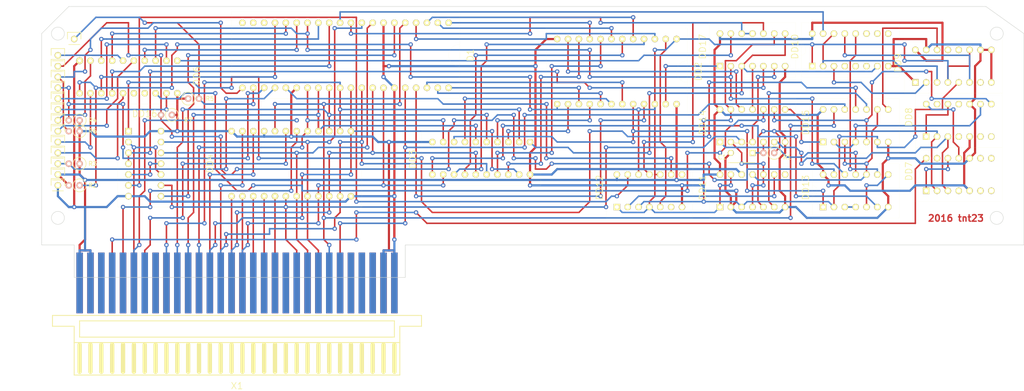
<source format=kicad_pcb>
(kicad_pcb (version 20170123) (host pcbnew "(2017-05-14 revision 14bb238b3)-makepkg")
  (layers (0 F.Cu signal) (31 B.Cu signal) (34 B.Paste user) (35 F.Paste user) (36 B.SilkS user) (37 F.SilkS user) (38 B.Mask user) (39 F.Mask user) (44 Edge.Cuts user))
  (net 0 "")
  (net 1 "Net-(D1-Pad1)")
  (net 2 "Net-(D1-Pad2)")
  (net 3 "Net-(D1-Pad3)")
  (net 4 "Net-(D1-Pad4)")
  (net 5 "Net-(D1-Pad6)")
  (net 6 "Net-(D1-Pad18)")
  (net 7 "Net-(D1-Pad19)")
  (net 8 "Net-(D1-Pad20)")
  (net 9 "Net-(D1-Pad37)")
  (net 10 "Net-(D1-Pad38)")
  (net 11 "Net-(D1-Pad39)")
  (net 12 "Net-(D1-Pad40)")
  (net 13 GND)
  (net 14 "Net-(DD6-Pad16)")
  (net 15 "Net-(DD6-Pad17)")
  (net 16 /RD)
  (net 17 WPRT)
  (net 18 READY)
  (net 19 TR00)
  (net 20 IP)
  (net 21 /WR)
  (net 22 "Net-(DD10-Pad1)")
  (net 23 "Net-(DD12-Pad5)")
  (net 24 "Net-(DD2-Pad4)")
  (net 25 "Net-(DD2-Pad6)")
  (net 26 "Net-(DD2-Pad8)")
  (net 27 "Net-(DD2-Pad10)")
  (net 28 "Net-(DD2-Pad14)")
  (net 29 "Net-(DD2-Pad16)")
  (net 30 "Net-(DD2-Pad18)")
  (net 31 "Net-(DD17-Pad1)")
  (net 32 "Net-(DD10-Pad7)")
  (net 33 +5V)
  (net 34 "Net-(DD17-Pad13)")
  (net 35 WR_GATE)
  (net 36 DIR)
  (net 37 SIDE)
  (net 38 STEP)
  (net 39 DISC_B)
  (net 40 DISC_A)
  (net 41 WR_DATA)
  (net 42 "Net-(DD10-Pad3)")
  (net 43 "Net-(DD10-Pad14)")
  (net 44 "Net-(DD11-Pad3)")
  (net 45 "Net-(DD10-Pad13)")
  (net 46 "Net-(DD9-Pad7)")
  (net 47 "Net-(DD15-Pad8)")
  (net 48 "Net-(DD7-Pad1)")
  (net 49 "Net-(DD11-Pad5)")
  (net 50 "Net-(DD14-Pad6)")
  (net 51 "Net-(DD7-Pad4)")
  (net 52 "Net-(DD7-Pad6)")
  (net 53 "Net-(DD7-Pad7)")
  (net 54 "Net-(DD7-Pad8)")
  (net 55 "Net-(DD7-Pad9)")
  (net 56 "Net-(DD7-Pad11)")
  (net 57 "Net-(DD7-Pad13)")
  (net 58 "Net-(DD8-Pad1)")
  (net 59 "Net-(DD8-Pad4)")
  (net 60 "Net-(DD8-Pad6)")
  (net 61 "Net-(DD8-Pad7)")
  (net 62 "Net-(DD14-Pad9)")
  (net 63 "Net-(DD15-Pad2)")
  (net 64 "Net-(DD8-Pad11)")
  (net 65 "Net-(DD8-Pad13)")
  (net 66 "Net-(DD10-Pad4)")
  (net 67 "Net-(DD10-Pad5)")
  (net 68 "Net-(DD10-Pad6)")
  (net 69 "Net-(DD10-Pad9)")
  (net 70 "Net-(DD10-Pad10)")
  (net 71 "Net-(DD10-Pad11)")
  (net 72 "Net-(DD10-Pad12)")
  (net 73 "Net-(DD11-Pad10)")
  (net 74 "Net-(DD11-Pad6)")
  (net 75 "Net-(DD11-Pad8)")
  (net 76 "Net-(DD11-Pad9)")
  (net 77 "Net-(DD11-Pad11)")
  (net 78 "Net-(DD12-Pad6)")
  (net 79 "Net-(DD12-Pad8)")
  (net 80 "Net-(DD12-Pad11)")
  (net 81 "Net-(DD12-Pad13)")
  (net 82 "Net-(DD13-Pad3)")
  (net 83 "Net-(DD13-Pad5)")
  (net 84 "Net-(DD13-Pad11)")
  (net 85 RD_DATA)
  (net 86 "Net-(DD14-Pad4)")
  (net 87 "Net-(C1-Pad1)")
  (net 88 "Net-(DD14-Pad8)")
  (net 89 "Net-(DD14-Pad11)")
  (net 90 "Net-(DD15-Pad11)")
  (net 91 /CS3)
  (net 92 "Net-(DD16-Pad3)")
  (net 93 "Net-(DD16-Pad11)")
  (net 94 "Net-(DD9-Pad12)")
  (net 95 "Net-(DD9-Pad13)")
  (net 96 /PC7)
  (net 97 /PC6)
  (net 98 /PB7)
  (net 99 "Net-(DD13-Pad1)")
  (net 100 /WRGATE)
  (net 101 /CS1)
  (net 102 /CS2)
  (net 103 /PC5)
  (net 104 /PC4)
  (net 105 /PC1)
  (net 106 /PC2)
  (net 107 /PC3)
  (net 108 /WRDATA)
  (net 109 /A1)
  (net 110 /A0)
  (net 111 /D7)
  (net 112 /D6)
  (net 113 /D5)
  (net 114 /D4)
  (net 115 /D3)
  (net 116 /D2)
  (net 117 /D1)
  (net 118 /D0)
  (net 119 /17)
  (net 120 /18)
  (net 121 /A7)
  (net 122 /A6)
  (net 123 /A5)
  (net 124 /A4)
  (net 125 /A3)
  (net 126 /A2)
  (net 127 /A10)
  (net 128 /A9)
  (net 129 /A8)
  (net 130 /OSC)
  (net 131 "Net-(X1-PadA28)")
  (net 132 "Net-(X1-PadA27)")
  (net 133 "Net-(X1-PadA26)")
  (net 134 "Net-(X1-PadA24)")
  (net 135 "Net-(X1-PadA23)")
  (net 136 "Net-(X1-PadA14)")
  (net 137 "Net-(X1-PadA13)")
  (net 138 "Net-(X1-PadA12)")
  (net 139 "Net-(X1-PadA11)")
  (net 140 "Net-(X1-PadA10)")
  (net 141 "Net-(X1-PadA9)")
  (net 142 "Net-(X1-PadA8)")
  (net 143 "Net-(X1-PadA6)")
  (net 144 "Net-(X1-PadA5)")
  (net 145 "Net-(X1-PadA4)")
  (net 146 "Net-(X1-PadA3)")
  (net 147 "Net-(X1-PadB11)")
  (net 148 "Net-(X1-PadB23)")
  (net 149 "Net-(X1-PadB19)")
  (net 150 "Net-(X1-PadB22)")
  (net 151 "Net-(X1-PadB20)")
  (net 152 "Net-(X1-PadB7)")
  (net 153 "Net-(X1-PadB28)")
  (net 154 "Net-(X1-PadB4)")
  (net 155 "Net-(X1-PadB3)")
  (net 156 "Net-(X1-PadB5)")
  (net 157 "Net-(X1-PadB21)")
  (module rk86ngmd:DIP20-2.5mm (layer F.Cu) (at 64.75 90.5 270)
    (fp_text reference DD6 (at -4 -12 270) (layer F.SilkS) (effects (font (size 1.5 1.5))))
    (fp_text value К555ИР22)
    (pad 1 thru_hole circle (at -7.5 -7.5 270) (size 1.5 1.5) (drill 0.762) (layers *.Cu *.Mask F.SilkS) (net 34 "Net-(DD17-Pad13)"))
    (pad 2 thru_hole circle (at -7.5 -5 270) (size 1.5 1.5) (drill 0.762) (layers *.Cu *.Mask F.SilkS) (net 35 WR_GATE))
    (pad 3 thru_hole circle (at -7.5 -2.5 270) (size 1.5 1.5) (drill 0.762) (layers *.Cu *.Mask F.SilkS) (net 100 /WRGATE))
    (pad 4 thru_hole circle (at -7.5 0 270) (size 1.5 1.5) (drill 0.762) (layers *.Cu *.Mask F.SilkS) (net 105 /PC1))
    (pad 5 thru_hole circle (at -7.5 2.5 270) (size 1.5 1.5) (drill 0.762) (layers *.Cu *.Mask F.SilkS) (net 36 DIR))
    (pad 6 thru_hole circle (at -7.5 5 270) (size 1.5 1.5) (drill 0.762) (layers *.Cu *.Mask F.SilkS) (net 37 SIDE))
    (pad 7 thru_hole circle (at -7.5 7.5 270) (size 1.5 1.5) (drill 0.762) (layers *.Cu *.Mask F.SilkS) (net 106 /PC2))
    (pad 8 thru_hole circle (at -7.5 10 270) (size 1.5 1.5) (drill 0.762) (layers *.Cu *.Mask F.SilkS) (net 104 /PC4))
    (pad 9 thru_hole circle (at -7.5 12.5 270) (size 1.5 1.5) (drill 0.762) (layers *.Cu *.Mask F.SilkS) (net 38 STEP))
    (pad 10 thru_hole circle (at -7.5 15 270) (size 1.6 1.6) (drill 0.762) (layers *.Cu *.Mask F.SilkS) (net 13 GND))
    (pad 11 thru_hole circle (at 0 15 270) (size 1.5 1.5) (drill 0.762) (layers *.Cu *.Mask F.SilkS) (net 22 "Net-(DD10-Pad1)"))
    (pad 12 thru_hole circle (at 0 12.5 270) (size 1.5 1.5) (drill 0.762) (layers *.Cu *.Mask F.SilkS) (net 39 DISC_B))
    (pad 13 thru_hole circle (at 0 10 270) (size 1.5 1.5) (drill 0.762) (layers *.Cu *.Mask F.SilkS) (net 107 /PC3))
    (pad 14 thru_hole circle (at 0 7.5 270) (size 1.5 1.5) (drill 0.762) (layers *.Cu *.Mask F.SilkS) (net 103 /PC5))
    (pad 15 thru_hole circle (at 0 5 270) (size 1.5 1.5) (drill 0.762) (layers *.Cu *.Mask F.SilkS) (net 40 DISC_A))
    (pad 16 thru_hole circle (at 0 2.5 270) (size 1.5 1.5) (drill 0.762) (layers *.Cu *.Mask F.SilkS) (net 14 "Net-(DD6-Pad16)"))
    (pad 17 thru_hole circle (at 0 0 270) (size 1.5 1.5) (drill 0.762) (layers *.Cu *.Mask F.SilkS) (net 15 "Net-(DD6-Pad17)"))
    (pad 18 thru_hole circle (at 0 -2.5 270) (size 1.5 1.5) (drill 0.762) (layers *.Cu *.Mask F.SilkS) (net 108 /WRDATA))
    (pad 19 thru_hole circle (at 0 -5 270) (size 1.5 1.5) (drill 0.762) (layers *.Cu *.Mask F.SilkS) (net 41 WR_DATA))
    (pad 20 thru_hole circle (at 0 -7.5 270) (size 1.5 1.5) (drill 0.762) (layers *.Cu *.Mask F.SilkS) (net 33 +5V))
  )
  (module DIP16-2.5mm (layer F.Cu) (at 218.5 84.25 90)
    (fp_text reference DD10 (at 4.5 -4 90) (layer F.SilkS) (effects (font (size 1.5 1.5))))
    (fp_text value К555ИД4)
    (pad 1 thru_hole rect (at 0 0 90) (size 1.5 1.5) (drill 0.9) (layers *.Cu *.Mask F.SilkS) (net 22 "Net-(DD10-Pad1)"))
    (pad 2 thru_hole circle (at 0 2.5 90) (size 1.5 1.5) (drill 0.9) (layers *.Cu *.Mask F.SilkS) (net 43 "Net-(DD10-Pad14)"))
    (pad 3 thru_hole circle (at 0 5 90) (size 1.5 1.5) (drill 0.9) (layers *.Cu *.Mask F.SilkS) (net 42 "Net-(DD10-Pad3)"))
    (pad 4 thru_hole circle (at 0 7.5 90) (size 1.5 1.5) (drill 0.9) (layers *.Cu *.Mask F.SilkS) (net 66 "Net-(DD10-Pad4)"))
    (pad 5 thru_hole circle (at 0 10 90) (size 1.5 1.5) (drill 0.9) (layers *.Cu *.Mask F.SilkS) (net 67 "Net-(DD10-Pad5)"))
    (pad 6 thru_hole circle (at 0 12.5 90) (size 1.5 1.5) (drill 0.9) (layers *.Cu *.Mask F.SilkS) (net 68 "Net-(DD10-Pad6)"))
    (pad 7 thru_hole circle (at 0 15 90) (size 1.5 1.5) (drill 1) (layers *.Cu *.Mask F.SilkS) (net 32 "Net-(DD10-Pad7)"))
    (pad 8 thru_hole circle (at 0 17.5 270) (size 1.5 1.5) (drill 0.9) (layers *.Cu *.Mask F.SilkS) (net 13 GND))
    (pad 9 thru_hole circle (at 7.5 17.5 270) (size 1.5 1.5) (drill 0.9) (layers *.Cu *.Mask F.SilkS) (net 69 "Net-(DD10-Pad9)"))
    (pad 10 thru_hole circle (at 7.5 15 270) (size 1.5 1.5) (drill 0.9) (layers *.Cu *.Mask F.SilkS) (net 70 "Net-(DD10-Pad10)"))
    (pad 11 thru_hole circle (at 7.5 12.5 270) (size 1.5 1.5) (drill 0.9) (layers *.Cu *.Mask F.SilkS) (net 71 "Net-(DD10-Pad11)"))
    (pad 12 thru_hole circle (at 7.5 10 270) (size 1.5 1.5) (drill 0.9) (layers *.Cu *.Mask F.SilkS) (net 72 "Net-(DD10-Pad12)"))
    (pad 13 thru_hole circle (at 7.5 7.5 90) (size 1.5 1.5) (drill 0.9) (layers *.Cu *.Mask F.SilkS) (net 45 "Net-(DD10-Pad13)"))
    (pad 14 thru_hole circle (at 7.5 5 90) (size 1.5 1.5) (drill 0.9) (layers *.Cu *.Mask F.SilkS) (net 43 "Net-(DD10-Pad14)"))
    (pad 15 thru_hole circle (at 7.5 2.5 90) (size 1.5 1.5) (drill 0.9) (layers *.Cu *.Mask F.SilkS) (net 97 /PC6))
    (pad 16 thru_hole circle (at 7.5 0 90) (size 1.5 1.5) (drill 0.9) (layers *.Cu *.Mask F.SilkS) (net 33 +5V))
  )
  (module DIP14-2.5mm (layer F.Cu) (at 217.25 69.25 90)
    (fp_text reference DD17 (at -10.5 -24 90) (layer F.SilkS) (effects (font (size 1.5 1.5))))
    (fp_text value К555ЛЕ1)
    (pad 1 thru_hole rect (at -15 -20 90) (size 1.5 1.5) (drill 0.9) (layers *.Cu *.Mask F.SilkS) (net 31 "Net-(DD17-Pad1)"))
    (pad 2 thru_hole circle (at -15 -17.5 90) (size 1.5 1.5) (drill 0.9) (layers *.Cu *.Mask F.SilkS) (net 100 /WRGATE))
    (pad 3 thru_hole circle (at -15 -15 90) (size 1.5 1.5) (drill 0.9) (layers *.Cu *.Mask F.SilkS) (net 32 "Net-(DD10-Pad7)"))
    (pad 4 thru_hole circle (at -15 -12.5 90) (size 1.5 1.5) (drill 0.9) (layers *.Cu *.Mask F.SilkS) (net 89 "Net-(DD14-Pad11)"))
    (pad 5 thru_hole circle (at -15 -10 90) (size 1.5 1.5) (drill 0.9) (layers *.Cu *.Mask F.SilkS) (net 92 "Net-(DD16-Pad3)"))
    (pad 6 thru_hole circle (at -15 -7.5 90) (size 1.5 1.5) (drill 0.9) (layers *.Cu *.Mask F.SilkS) (net 86 "Net-(DD14-Pad4)"))
    (pad 7 thru_hole circle (at -15 -5 90) (size 1.5 1.5) (drill 1) (layers *.Cu *.Mask F.SilkS) (net 13 GND))
    (pad 8 thru_hole circle (at -7.5 -5 270) (size 1.5 1.5) (drill 0.9) (layers *.Cu *.Mask F.SilkS) (net 32 "Net-(DD10-Pad7)"))
    (pad 9 thru_hole circle (at -7.5 -7.5 270) (size 1.5 1.5) (drill 0.9) (layers *.Cu *.Mask F.SilkS) (net 44 "Net-(DD11-Pad3)"))
    (pad 10 thru_hole circle (at -7.5 -10 270) (size 1.5 1.5) (drill 0.9) (layers *.Cu *.Mask F.SilkS) (net 80 "Net-(DD12-Pad11)"))
    (pad 11 thru_hole circle (at -7.5 -12.5 270) (size 1.5 1.5) (drill 0.9) (layers *.Cu *.Mask F.SilkS) (net 96 /PC7))
    (pad 12 thru_hole circle (at -7.5 -15 270) (size 1.5 1.5) (drill 0.9) (layers *.Cu *.Mask F.SilkS) (net 96 /PC7))
    (pad 13 thru_hole circle (at -7.5 -17.5 90) (size 1.5 1.5) (drill 0.9) (layers *.Cu *.Mask F.SilkS) (net 34 "Net-(DD17-Pad13)"))
    (pad 14 thru_hole circle (at -7.5 -20 90) (size 1.5 1.5) (drill 0.9) (layers *.Cu *.Mask F.SilkS) (net 33 +5V))
  )
  (module DIP20-2.5mm (layer F.Cu) (at 138.5 101.75 90)
    (fp_text reference DD3 (at -4 -12 90) (layer F.SilkS) (effects (font (size 1.5 1.5))))
    (fp_text value К555ИР23)
    (pad 1 thru_hole circle (at -7.5 -7.5 90) (size 1.5 1.5) (drill 0.762) (layers *.Cu *.Mask F.SilkS) (net 120 /18))
    (pad 2 thru_hole circle (at -7.5 -5 90) (size 1.5 1.5) (drill 0.762) (layers *.Cu *.Mask F.SilkS) (net 118 /D0))
    (pad 3 thru_hole circle (at -7.5 -2.5 90) (size 1.5 1.5) (drill 0.762) (layers *.Cu *.Mask F.SilkS) (net 24 "Net-(DD2-Pad4)"))
    (pad 4 thru_hole circle (at -7.5 0 90) (size 1.5 1.5) (drill 0.762) (layers *.Cu *.Mask F.SilkS) (net 25 "Net-(DD2-Pad6)"))
    (pad 5 thru_hole circle (at -7.5 2.5 90) (size 1.5 1.5) (drill 0.762) (layers *.Cu *.Mask F.SilkS) (net 117 /D1))
    (pad 6 thru_hole circle (at -7.5 5 90) (size 1.5 1.5) (drill 0.762) (layers *.Cu *.Mask F.SilkS) (net 116 /D2))
    (pad 7 thru_hole circle (at -7.5 7.5 90) (size 1.5 1.5) (drill 0.762) (layers *.Cu *.Mask F.SilkS) (net 26 "Net-(DD2-Pad8)"))
    (pad 8 thru_hole circle (at -7.5 10 90) (size 1.5 1.5) (drill 0.762) (layers *.Cu *.Mask F.SilkS) (net 27 "Net-(DD2-Pad10)"))
    (pad 9 thru_hole circle (at -7.5 12.5 90) (size 1.5 1.5) (drill 0.762) (layers *.Cu *.Mask F.SilkS) (net 115 /D3))
    (pad 10 thru_hole circle (at -7.5 15 90) (size 1.5 1.5) (drill 0.762) (layers *.Cu *.Mask F.SilkS) (net 13 GND))
    (pad 11 thru_hole circle (at 0 15 90) (size 1.5 1.5) (drill 0.762) (layers *.Cu *.Mask F.SilkS) (net 32 "Net-(DD10-Pad7)"))
    (pad 12 thru_hole circle (at 0 12.5 90) (size 1.5 1.5) (drill 0.762) (layers *.Cu *.Mask F.SilkS) (net 114 /D4))
    (pad 13 thru_hole circle (at 0 10 90) (size 1.5 1.5) (drill 0.762) (layers *.Cu *.Mask F.SilkS) (net 28 "Net-(DD2-Pad14)"))
    (pad 14 thru_hole circle (at 0 7.5 90) (size 1.5 1.5) (drill 0.762) (layers *.Cu *.Mask F.SilkS) (net 29 "Net-(DD2-Pad16)"))
    (pad 15 thru_hole circle (at 0 5 90) (size 1.5 1.5) (drill 0.762) (layers *.Cu *.Mask F.SilkS) (net 113 /D5))
    (pad 16 thru_hole circle (at 0 2.5 90) (size 1.5 1.5) (drill 0.762) (layers *.Cu *.Mask F.SilkS) (net 112 /D6))
    (pad 17 thru_hole circle (at 0 0 90) (size 1.5 1.5) (drill 0.762) (layers *.Cu *.Mask F.SilkS) (net 30 "Net-(DD2-Pad18)"))
    (pad 18 thru_hole circle (at 0 -2.5 90) (size 1.5 1.5) (drill 0.762) (layers *.Cu *.Mask F.SilkS) (net 99 "Net-(DD13-Pad1)"))
    (pad 19 thru_hole circle (at 0 -5 90) (size 1.5 1.5) (drill 0.762) (layers *.Cu *.Mask F.SilkS) (net 111 /D7))
    (pad 20 thru_hole circle (at 0 -7.5 90) (size 1.5 1.5) (drill 0.762) (layers *.Cu *.Mask F.SilkS) (net 33 +5V))
  )
  (module DIP24-2.5mm (layer F.Cu) (at 167.25 93 270)
    (fp_text reference DD2 (at -7.5 -25 270) (layer F.SilkS) (effects (font (size 1.5 1.5))))
    (fp_text value К555ИР13)
    (pad 1 thru_hole circle (at -15 -20 270) (size 1.5 1.5) (drill 0.762) (layers *.Cu *.Mask F.SilkS) (net 22 "Net-(DD10-Pad1)"))
    (pad 2 thru_hole circle (at -15 -17.5 270) (size 1.5 1.5) (drill 0.762) (layers *.Cu *.Mask F.SilkS) (net 23 "Net-(DD12-Pad5)"))
    (pad 3 thru_hole circle (at -15 -15 270) (size 1.5 1.5) (drill 0.762) (layers *.Cu *.Mask F.SilkS) (net 4 "Net-(D1-Pad4)"))
    (pad 4 thru_hole circle (at -15 -12.5 270) (size 1.5 1.5) (drill 0.762) (layers *.Cu *.Mask F.SilkS) (net 24 "Net-(DD2-Pad4)"))
    (pad 5 thru_hole circle (at -15 -10 270) (size 1.5 1.5) (drill 0.762) (layers *.Cu *.Mask F.SilkS) (net 3 "Net-(D1-Pad3)"))
    (pad 6 thru_hole circle (at -15 -7.5 270) (size 1.5 1.5) (drill 0.762) (layers *.Cu *.Mask F.SilkS) (net 25 "Net-(DD2-Pad6)"))
    (pad 7 thru_hole circle (at -15 -5 270) (size 1.5 1.5) (drill 0.762) (layers *.Cu *.Mask F.SilkS) (net 2 "Net-(D1-Pad2)"))
    (pad 8 thru_hole circle (at -15 -2.5 270) (size 1.5 1.5) (drill 0.762) (layers *.Cu *.Mask F.SilkS) (net 26 "Net-(DD2-Pad8)"))
    (pad 9 thru_hole circle (at -15 0 270) (size 1.5 1.5) (drill 0.762) (layers *.Cu *.Mask F.SilkS) (net 1 "Net-(D1-Pad1)"))
    (pad 10 thru_hole circle (at -15 2.5 270) (size 1.5 1.5) (drill 0.762) (layers *.Cu *.Mask F.SilkS) (net 27 "Net-(DD2-Pad10)"))
    (pad 11 thru_hole circle (at -15 5 270) (size 1.5 1.5) (drill 0.762) (layers *.Cu *.Mask F.SilkS) (net 119 /17))
    (pad 12 thru_hole circle (at -15 7.5 270) (size 1.5 1.5) (drill 0.762) (layers *.Cu *.Mask F.SilkS) (net 13 GND))
    (pad 13 thru_hole circle (at 0 7.5 270) (size 1.5 1.5) (drill 0.762) (layers *.Cu *.Mask F.SilkS) (net 22 "Net-(DD10-Pad1)"))
    (pad 14 thru_hole circle (at 0 5 270) (size 1.5 1.5) (drill 0.762) (layers *.Cu *.Mask F.SilkS) (net 28 "Net-(DD2-Pad14)"))
    (pad 15 thru_hole circle (at 0 2.5 270) (size 1.5 1.5) (drill 0.762) (layers *.Cu *.Mask F.SilkS) (net 12 "Net-(D1-Pad40)"))
    (pad 16 thru_hole circle (at 0 0 270) (size 1.5 1.5) (drill 0.762) (layers *.Cu *.Mask F.SilkS) (net 29 "Net-(DD2-Pad16)"))
    (pad 17 thru_hole circle (at 0 -2.5 270) (size 1.5 1.5) (drill 0.762) (layers *.Cu *.Mask F.SilkS) (net 11 "Net-(D1-Pad39)"))
    (pad 18 thru_hole circle (at 0 -5 270) (size 1.5 1.5) (drill 0.762) (layers *.Cu *.Mask F.SilkS) (net 30 "Net-(DD2-Pad18)"))
    (pad 19 thru_hole circle (at 0 -7.5 270) (size 1.5 1.5) (drill 0.762) (layers *.Cu *.Mask F.SilkS) (net 10 "Net-(D1-Pad38)"))
    (pad 20 thru_hole circle (at 0 -10 270) (size 1.5 1.5) (drill 0.762) (layers *.Cu *.Mask F.SilkS) (net 99 "Net-(DD13-Pad1)"))
    (pad 21 thru_hole circle (at 0 -12.5 270) (size 1.5 1.5) (drill 0.762) (layers *.Cu *.Mask F.SilkS) (net 9 "Net-(D1-Pad37)"))
    (pad 22 thru_hole circle (at 0 -15 270) (size 1.5 1.5) (drill 0.762) (layers *.Cu *.Mask F.SilkS) (net 22 "Net-(DD10-Pad1)"))
    (pad 23 thru_hole circle (at 0 -17.5 270) (size 1.5 1.5) (drill 0.762) (layers *.Cu *.Mask F.SilkS) (net 31 "Net-(DD17-Pad1)"))
    (pad 24 thru_hole circle (at 0 -20 270) (size 1.5 1.5) (drill 0.762) (layers *.Cu *.Mask F.SilkS) (net 33 +5V))
  )
  (module Resistor_Vertical_RM2_5mm (layer F.Cu) (at 47.25 99.25 180)
    (fp_text reference R6 (at -5.5 0 180) (layer F.SilkS))
    (fp_text value 1K)
    (pad 1 thru_hole circle (at -2.49936 0 180) (size 1.5 1.5) (drill 0.8) (layers *.Cu *.SilkS *.Mask) (net 33 +5V))
    (pad 2 thru_hole circle (at 0 0 180) (size 1.5 1.5) (drill 0.8) (layers *.Cu *.SilkS *.Mask) (net 17 WPRT))
  )
  (module Capacitors_ThroughHole:C_Disc_D6_P5 (layer F.Cu) (at 204.75 104.25 180)
    (fp_text reference C1 (at 7 -1 180) (layer F.SilkS))
    (fp_text value 100)
    (pad 1 thru_hole rect (at 0 0 180) (size 1.4 1.4) (drill 0.9) (layers *.Cu *.Mask F.SilkS) (net 87 "Net-(C1-Pad1)"))
    (pad 2 thru_hole circle (at 5 0 180) (size 1.4 1.4) (drill 0.9) (layers *.Cu *.Mask F.SilkS) (net 13 GND))
  )
  (module Pin_Headers:Pin_Header_Straight_1x01 (layer F.Cu) (at 44.75 109.25)
    (fp_text reference P2 hide)
    (fp_text value +5V)
    (pad 1 thru_hole circle (at 0 0) (size 1.5 1.5) (drill 0.9) (layers *.Cu *.Mask F.SilkS) (net 33 +5V))
  )
  (module Pin_Headers:Pin_Header_Straight_1x01 (layer F.Cu) (at 44.75 104.25)
    (fp_text reference P4 hide)
    (fp_text value DISC_A)
    (pad 1 thru_hole circle (at 0 0) (size 1.5 1.5) (drill 0.9) (layers *.Cu *.Mask F.SilkS) (net 40 DISC_A))
  )
  (module Pin_Headers:Pin_Header_Straight_1x01 (layer F.Cu) (at 44.75 96.75)
    (fp_text reference P7 hide)
    (fp_text value STEP)
    (pad 1 thru_hole circle (at 0 0) (size 1.5 1.5) (drill 0.9) (layers *.Cu *.Mask F.SilkS) (net 38 STEP))
  )
  (module Pin_Headers:Pin_Header_Straight_1x01 (layer F.Cu) (at 44.75 89.25)
    (fp_text reference P10 hide)
    (fp_text value TR00)
    (pad 1 thru_hole circle (at 0 0) (size 1.5 1.5) (drill 0.9) (layers *.Cu *.Mask F.SilkS) (net 19 TR00))
  )
  (module Pin_Headers:Pin_Header_Straight_1x01 (layer F.Cu) (at 44.75 84.25)
    (fp_text reference P12 hide)
    (fp_text value RD_DATA)
    (pad 1 thru_hole circle (at 0 0) (size 1.5 1.5) (drill 0.9) (layers *.Cu *.Mask F.SilkS) (net 85 RD_DATA))
  )
  (module Pin_Headers:Pin_Header_Straight_1x01 (layer F.Cu) (at 44.75 81.75)
    (fp_text reference P13 hide)
    (fp_text value SIDE)
    (pad 1 thru_hole circle (at 0 0) (size 1.5 1.5) (drill 0.9) (layers *.Cu *.Mask F.SilkS) (net 37 SIDE))
  )
  (module Pin_Headers:Pin_Header_Straight_1x01 (layer F.Cu) (at 44.75 111.75)
    (fp_text reference P1 hide)
    (fp_text value GND)
    (pad 1 thru_hole circle (at 0 0) (size 1.5 1.5) (drill 0.9) (layers *.Cu *.Mask F.SilkS) (net 13 GND))
  )
  (module Pin_Headers:Pin_Header_Straight_1x01 (layer F.Cu) (at 44.75 106.75)
    (fp_text reference P3 hide)
    (fp_text value IP)
    (pad 1 thru_hole circle (at 0 0) (size 1.5 1.5) (drill 0.9) (layers *.Cu *.Mask F.SilkS) (net 20 IP))
  )
  (module Pin_Headers:Pin_Header_Straight_1x01 (layer F.Cu) (at 44.75 101.75)
    (fp_text reference P5 hide)
    (fp_text value DISC_B)
    (pad 1 thru_hole circle (at 0 0) (size 1.5 1.5) (drill 0.9) (layers *.Cu *.Mask F.SilkS) (net 39 DISC_B))
  )
  (module Pin_Headers:Pin_Header_Straight_1x01 (layer F.Cu) (at 44.75 99.25)
    (fp_text reference P6 hide)
    (fp_text value DIR)
    (pad 1 thru_hole circle (at 0 0) (size 1.5 1.5) (drill 0.9) (layers *.Cu *.Mask F.SilkS) (net 36 DIR))
  )
  (module Pin_Headers:Pin_Header_Straight_1x01 (layer F.Cu) (at 44.75 94.25)
    (fp_text reference P8 hide)
    (fp_text value WR_DATA)
    (pad 1 thru_hole circle (at 0 0) (size 1.5 1.5) (drill 0.9) (layers *.Cu *.Mask F.SilkS) (net 41 WR_DATA))
  )
  (module Pin_Headers:Pin_Header_Straight_1x01 (layer F.Cu) (at 44.75 91.75)
    (fp_text reference P9 hide)
    (fp_text value WR_GATE)
    (pad 1 thru_hole circle (at 0 0) (size 1.5 1.5) (drill 0.9) (layers *.Cu *.Mask F.SilkS) (net 35 WR_GATE))
  )
  (module Pin_Headers:Pin_Header_Straight_1x01 (layer F.Cu) (at 44.75 86.75)
    (fp_text reference P11 hide)
    (fp_text value WPRT)
    (pad 1 thru_hole circle (at 0 0) (size 1.5 1.5) (drill 0.9) (layers *.Cu *.Mask F.SilkS) (net 17 WPRT))
  )
  (module rk86ngmd:Resistor_Vertical_RM2_5mm (layer F.Cu) (at 47.25 106.75 180)
    (fp_text reference R3 (at -5.5 0 180) (layer F.SilkS))
    (fp_text value 1K)
    (pad 1 thru_hole circle (at -2.49936 0 180) (size 1.5 1.5) (drill 0.8) (layers *.Cu *.SilkS *.Mask) (net 33 +5V))
    (pad 2 thru_hole circle (at 0 0 180) (size 1.5 1.5) (drill 0.8) (layers *.Cu *.SilkS *.Mask) (net 20 IP))
  )
  (module rk86ngmd:Resistor_Vertical_RM2_5mm (layer F.Cu) (at 47.25064 111.75 180)
    (fp_text reference R2 (at -5.49936 0 180) (layer F.SilkS))
    (fp_text value 1K)
    (pad 1 thru_hole circle (at -2.49936 0 180) (size 1.5 1.5) (drill 0.8) (layers *.Cu *.SilkS *.Mask) (net 22 "Net-(DD10-Pad1)"))
    (pad 2 thru_hole circle (at 0 0 180) (size 1.5 1.5) (drill 0.8) (layers *.Cu *.SilkS *.Mask) (net 33 +5V))
  )
  (module rk86ngmd:Resistor_Vertical_RM2_5mm (layer F.Cu) (at 77.25 91.75)
    (fp_text reference R5 (at 2.5 0) (layer F.SilkS))
    (fp_text value 1K)
    (pad 1 thru_hole circle (at -2.49936 0) (size 1.5 1.5) (drill 0.8) (layers *.Cu *.SilkS *.Mask) (net 33 +5V))
    (pad 2 thru_hole circle (at 0 0) (size 1.5 1.5) (drill 0.8) (layers *.Cu *.SilkS *.Mask) (net 18 READY))
  )
  (module rk86ngmd:Resistor_Vertical_RM2_5mm (layer F.Cu) (at 47.25064 96.75 180)
    (fp_text reference R4 (at -5.49936 0 180) (layer F.SilkS))
    (fp_text value 1K)
    (pad 1 thru_hole circle (at -2.49936 0 180) (size 1.5 1.5) (drill 0.8) (layers *.Cu *.SilkS *.Mask) (net 33 +5V))
    (pad 2 thru_hole circle (at 0 0 180) (size 1.5 1.5) (drill 0.8) (layers *.Cu *.SilkS *.Mask) (net 19 TR00))
  )
  (module rk86ngmd:Resistor_Vertical_RM2_5mm (layer F.Cu) (at 68.5 95.5 180)
    (fp_text reference R7 (at -6.25 -1.25 180) (layer F.SilkS))
    (fp_text value 1K)
    (pad 1 thru_hole circle (at -2.49936 0 180) (size 1.5 1.5) (drill 0.8) (layers *.Cu *.SilkS *.Mask) (net 33 +5V))
    (pad 2 thru_hole circle (at 0 0 180) (size 1.5 1.5) (drill 0.8) (layers *.Cu *.SilkS *.Mask) (net 85 RD_DATA))
  )
  (module rk86ngmd:DIP14-2.5mm (layer F.Cu) (at 217.25 86.75 90)
    (fp_text reference DD14 (at -10.5 -24 90) (layer F.SilkS) (effects (font (size 1.5 1.5))))
    (fp_text value К555ЛН1)
    (pad 1 thru_hole rect (at -15 -20 90) (size 1.5 1.5) (drill 0.9) (layers *.Cu *.Mask F.SilkS) (net 84 "Net-(DD13-Pad11)"))
    (pad 2 thru_hole circle (at -15 -17.5 90) (size 1.5 1.5) (drill 0.9) (layers *.Cu *.Mask F.SilkS) (net 73 "Net-(DD11-Pad10)"))
    (pad 3 thru_hole circle (at -15 -15 90) (size 1.5 1.5) (drill 0.9) (layers *.Cu *.Mask F.SilkS) (net 126 /A2))
    (pad 4 thru_hole circle (at -15 -12.5 90) (size 1.5 1.5) (drill 0.9) (layers *.Cu *.Mask F.SilkS) (net 86 "Net-(DD14-Pad4)"))
    (pad 5 thru_hole circle (at -15 -10 90) (size 1.5 1.5) (drill 0.9) (layers *.Cu *.Mask F.SilkS) (net 87 "Net-(C1-Pad1)"))
    (pad 6 thru_hole circle (at -15 -7.5 90) (size 1.5 1.5) (drill 0.9) (layers *.Cu *.Mask F.SilkS) (net 50 "Net-(DD14-Pad6)"))
    (pad 7 thru_hole circle (at -15 -5 90) (size 1.5 1.5) (drill 1) (layers *.Cu *.Mask F.SilkS) (net 13 GND))
    (pad 8 thru_hole circle (at -7.5 -5 270) (size 1.5 1.5) (drill 0.9) (layers *.Cu *.Mask F.SilkS) (net 88 "Net-(DD14-Pad8)"))
    (pad 9 thru_hole circle (at -7.5 -7.5 270) (size 1.5 1.5) (drill 0.9) (layers *.Cu *.Mask F.SilkS) (net 62 "Net-(DD14-Pad9)"))
    (pad 10 thru_hole circle (at -7.5 -10 270) (size 1.5 1.5) (drill 0.9) (layers *.Cu *.Mask F.SilkS) (net 120 /18))
    (pad 11 thru_hole circle (at -7.5 -12.5 270) (size 1.5 1.5) (drill 0.9) (layers *.Cu *.Mask F.SilkS) (net 89 "Net-(DD14-Pad11)"))
    (pad 12 thru_hole circle (at -7.5 -15 270) (size 1.5 1.5) (drill 0.9) (layers *.Cu *.Mask F.SilkS) (net 119 /17))
    (pad 13 thru_hole circle (at -7.5 -17.5 90) (size 1.5 1.5) (drill 0.9) (layers *.Cu *.Mask F.SilkS) (net 44 "Net-(DD11-Pad3)"))
    (pad 14 thru_hole circle (at -7.5 -20 90) (size 1.5 1.5) (drill 0.9) (layers *.Cu *.Mask F.SilkS) (net 33 +5V))
  )
  (module rk86ngmd:DIP14-2.5mm (layer F.Cu) (at 193.5 101.75 90)
    (fp_text reference DD12 (at -10.5 -24 90) (layer F.SilkS) (effects (font (size 1.5 1.5))))
    (fp_text value К555ТМ2)
    (pad 1 thru_hole rect (at -15 -20 90) (size 1.5 1.5) (drill 0.9) (layers *.Cu *.Mask F.SilkS) (net 22 "Net-(DD10-Pad1)"))
    (pad 2 thru_hole circle (at -15 -17.5 90) (size 1.5 1.5) (drill 0.9) (layers *.Cu *.Mask F.SilkS) (net 76 "Net-(DD11-Pad9)"))
    (pad 3 thru_hole circle (at -15 -15 90) (size 1.5 1.5) (drill 0.9) (layers *.Cu *.Mask F.SilkS) (net 44 "Net-(DD11-Pad3)"))
    (pad 4 thru_hole circle (at -15 -12.5 90) (size 1.5 1.5) (drill 0.9) (layers *.Cu *.Mask F.SilkS) (net 22 "Net-(DD10-Pad1)"))
    (pad 5 thru_hole circle (at -15 -10 90) (size 1.5 1.5) (drill 0.9) (layers *.Cu *.Mask F.SilkS) (net 23 "Net-(DD12-Pad5)"))
    (pad 6 thru_hole circle (at -15 -7.5 90) (size 1.5 1.5) (drill 0.9) (layers *.Cu *.Mask F.SilkS) (net 78 "Net-(DD12-Pad6)"))
    (pad 7 thru_hole circle (at -15 -5 90) (size 1.5 1.5) (drill 1) (layers *.Cu *.Mask F.SilkS) (net 13 GND))
    (pad 8 thru_hole circle (at -7.5 -5 270) (size 1.5 1.5) (drill 0.9) (layers *.Cu *.Mask F.SilkS) (net 79 "Net-(DD12-Pad8)"))
    (pad 9 thru_hole circle (at -7.5 -7.5 270) (size 1.5 1.5) (drill 0.9) (layers *.Cu *.Mask F.SilkS) (net 98 /PB7))
    (pad 10 thru_hole circle (at -7.5 -10 270) (size 1.5 1.5) (drill 0.9) (layers *.Cu *.Mask F.SilkS) (net 22 "Net-(DD10-Pad1)"))
    (pad 11 thru_hole circle (at -7.5 -12.5 270) (size 1.5 1.5) (drill 0.9) (layers *.Cu *.Mask F.SilkS) (net 80 "Net-(DD12-Pad11)"))
    (pad 12 thru_hole circle (at -7.5 -15 270) (size 1.5 1.5) (drill 0.9) (layers *.Cu *.Mask F.SilkS) (net 22 "Net-(DD10-Pad1)"))
    (pad 13 thru_hole circle (at -7.5 -17.5 90) (size 1.5 1.5) (drill 0.9) (layers *.Cu *.Mask F.SilkS) (net 81 "Net-(DD12-Pad13)"))
    (pad 14 thru_hole circle (at -7.5 -20 90) (size 1.5 1.5) (drill 0.9) (layers *.Cu *.Mask F.SilkS) (net 33 +5V))
  )
  (module rk86ngmd:DIP14-2.5mm (layer F.Cu) (at 217.25 101.75 90)
    (fp_text reference DD11 (at -10.5 -24 90) (layer F.SilkS) (effects (font (size 1.5 1.5))))
    (fp_text value К555ТМ2)
    (pad 1 thru_hole rect (at -15 -20 90) (size 1.5 1.5) (drill 0.9) (layers *.Cu *.Mask F.SilkS) (net 22 "Net-(DD10-Pad1)"))
    (pad 2 thru_hole circle (at -15 -17.5 90) (size 1.5 1.5) (drill 0.9) (layers *.Cu *.Mask F.SilkS) (net 13 GND))
    (pad 3 thru_hole circle (at -15 -15 90) (size 1.5 1.5) (drill 0.9) (layers *.Cu *.Mask F.SilkS) (net 44 "Net-(DD11-Pad3)"))
    (pad 4 thru_hole circle (at -15 -12.5 90) (size 1.5 1.5) (drill 0.9) (layers *.Cu *.Mask F.SilkS) (net 73 "Net-(DD11-Pad10)"))
    (pad 5 thru_hole circle (at -15 -10 90) (size 1.5 1.5) (drill 0.9) (layers *.Cu *.Mask F.SilkS) (net 49 "Net-(DD11-Pad5)"))
    (pad 6 thru_hole circle (at -15 -7.5 90) (size 1.5 1.5) (drill 0.9) (layers *.Cu *.Mask F.SilkS) (net 74 "Net-(DD11-Pad6)"))
    (pad 7 thru_hole circle (at -15 -5 90) (size 1.5 1.5) (drill 1) (layers *.Cu *.Mask F.SilkS) (net 13 GND))
    (pad 8 thru_hole circle (at -7.5 -5 270) (size 1.5 1.5) (drill 0.9) (layers *.Cu *.Mask F.SilkS) (net 75 "Net-(DD11-Pad8)"))
    (pad 9 thru_hole circle (at -7.5 -7.5 270) (size 1.5 1.5) (drill 0.9) (layers *.Cu *.Mask F.SilkS) (net 76 "Net-(DD11-Pad9)"))
    (pad 10 thru_hole circle (at -7.5 -10 270) (size 1.5 1.5) (drill 0.9) (layers *.Cu *.Mask F.SilkS) (net 73 "Net-(DD11-Pad10)"))
    (pad 11 thru_hole circle (at -7.5 -12.5 270) (size 1.5 1.5) (drill 0.9) (layers *.Cu *.Mask F.SilkS) (net 77 "Net-(DD11-Pad11)"))
    (pad 12 thru_hole circle (at -7.5 -15 270) (size 1.5 1.5) (drill 0.9) (layers *.Cu *.Mask F.SilkS) (net 13 GND))
    (pad 13 thru_hole circle (at -7.5 -17.5 90) (size 1.5 1.5) (drill 0.9) (layers *.Cu *.Mask F.SilkS) (net 22 "Net-(DD10-Pad1)"))
    (pad 14 thru_hole circle (at -7.5 -20 90) (size 1.5 1.5) (drill 0.9) (layers *.Cu *.Mask F.SilkS) (net 33 +5V))
  )
  (module rk86ngmd:DIP16-2.5mm (layer F.Cu) (at 242.25 88 90)
    (fp_text reference DD9 (at 4.5 -4 90) (layer F.SilkS) (effects (font (size 1.5 1.5))))
    (fp_text value К555ИЕ7)
    (pad 1 thru_hole rect (at 0 0 90) (size 1.5 1.5) (drill 0.9) (layers *.Cu *.Mask F.SilkS) (net 13 GND))
    (pad 2 thru_hole circle (at 0 2.5 90) (size 1.5 1.5) (drill 0.9) (layers *.Cu *.Mask F.SilkS) (net 42 "Net-(DD10-Pad3)"))
    (pad 3 thru_hole circle (at 0 5 90) (size 1.5 1.5) (drill 0.9) (layers *.Cu *.Mask F.SilkS) (net 43 "Net-(DD10-Pad14)"))
    (pad 4 thru_hole circle (at 0 7.5 90) (size 1.5 1.5) (drill 0.9) (layers *.Cu *.Mask F.SilkS) (net 22 "Net-(DD10-Pad1)"))
    (pad 5 thru_hole circle (at 0 10 90) (size 1.5 1.5) (drill 0.9) (layers *.Cu *.Mask F.SilkS) (net 44 "Net-(DD11-Pad3)"))
    (pad 6 thru_hole circle (at 0 12.5 90) (size 1.5 1.5) (drill 0.9) (layers *.Cu *.Mask F.SilkS) (net 45 "Net-(DD10-Pad13)"))
    (pad 7 thru_hole circle (at 0 15 90) (size 1.5 1.5) (drill 1) (layers *.Cu *.Mask F.SilkS) (net 46 "Net-(DD9-Pad7)"))
    (pad 8 thru_hole circle (at 0 17.5 270) (size 1.5 1.5) (drill 0.9) (layers *.Cu *.Mask F.SilkS) (net 13 GND))
    (pad 9 thru_hole circle (at 7.5 17.5 270) (size 1.5 1.5) (drill 0.9) (layers *.Cu *.Mask F.SilkS) (net 13 GND))
    (pad 10 thru_hole circle (at 7.5 15 270) (size 1.5 1.5) (drill 0.9) (layers *.Cu *.Mask F.SilkS) (net 13 GND))
    (pad 11 thru_hole circle (at 7.5 12.5 270) (size 1.5 1.5) (drill 0.9) (layers *.Cu *.Mask F.SilkS) (net 22 "Net-(DD10-Pad1)"))
    (pad 12 thru_hole circle (at 7.5 10 270) (size 1.5 1.5) (drill 0.9) (layers *.Cu *.Mask F.SilkS) (net 94 "Net-(DD9-Pad12)"))
    (pad 13 thru_hole circle (at 7.5 7.5 90) (size 1.5 1.5) (drill 0.9) (layers *.Cu *.Mask F.SilkS) (net 95 "Net-(DD9-Pad13)"))
    (pad 14 thru_hole circle (at 7.5 5 90) (size 1.5 1.5) (drill 0.9) (layers *.Cu *.Mask F.SilkS) (net 47 "Net-(DD15-Pad8)"))
    (pad 15 thru_hole circle (at 7.5 2.5 90) (size 1.5 1.5) (drill 0.9) (layers *.Cu *.Mask F.SilkS) (net 13 GND))
    (pad 16 thru_hole circle (at 7.5 0 90) (size 1.5 1.5) (drill 0.9) (layers *.Cu *.Mask F.SilkS) (net 33 +5V))
  )
  (module rk86ngmd:DIP14-2.5mm (layer F.Cu) (at 264.75 85.5 90)
    (fp_text reference DD8 (at -10.5 -24 90) (layer F.SilkS) (effects (font (size 1.5 1.5))))
    (fp_text value К555ИЕ5)
    (pad 1 thru_hole rect (at -15 -20 90) (size 1.5 1.5) (drill 0.9) (layers *.Cu *.Mask F.SilkS) (net 58 "Net-(DD8-Pad1)"))
    (pad 2 thru_hole circle (at -15 -17.5 90) (size 1.5 1.5) (drill 0.9) (layers *.Cu *.Mask F.SilkS) (net 49 "Net-(DD11-Pad5)"))
    (pad 3 thru_hole circle (at -15 -15 90) (size 1.5 1.5) (drill 0.9) (layers *.Cu *.Mask F.SilkS) (net 50 "Net-(DD14-Pad6)"))
    (pad 4 thru_hole circle (at -15 -12.5 90) (size 1.5 1.5) (drill 0.9) (layers *.Cu *.Mask F.SilkS) (net 59 "Net-(DD8-Pad4)"))
    (pad 5 thru_hole circle (at -15 -10 90) (size 1.5 1.5) (drill 0.9) (layers *.Cu *.Mask F.SilkS) (net 33 +5V))
    (pad 6 thru_hole circle (at -15 -7.5 90) (size 1.5 1.5) (drill 0.9) (layers *.Cu *.Mask F.SilkS) (net 60 "Net-(DD8-Pad6)"))
    (pad 7 thru_hole circle (at -15 -5 90) (size 1.5 1.5) (drill 1) (layers *.Cu *.Mask F.SilkS) (net 61 "Net-(DD8-Pad7)"))
    (pad 8 thru_hole circle (at -7.5 -5 270) (size 1.5 1.5) (drill 0.9) (layers *.Cu *.Mask F.SilkS) (net 62 "Net-(DD14-Pad9)"))
    (pad 9 thru_hole circle (at -7.5 -7.5 270) (size 1.5 1.5) (drill 0.9) (layers *.Cu *.Mask F.SilkS) (net 63 "Net-(DD15-Pad2)"))
    (pad 10 thru_hole circle (at -7.5 -10 270) (size 1.5 1.5) (drill 0.9) (layers *.Cu *.Mask F.SilkS) (net 13 GND))
    (pad 11 thru_hole circle (at -7.5 -12.5 270) (size 1.5 1.5) (drill 0.9) (layers *.Cu *.Mask F.SilkS) (net 64 "Net-(DD8-Pad11)"))
    (pad 12 thru_hole circle (at -7.5 -15 270) (size 1.5 1.5) (drill 0.9) (layers *.Cu *.Mask F.SilkS) (net 58 "Net-(DD8-Pad1)"))
    (pad 13 thru_hole circle (at -7.5 -17.5 90) (size 1.5 1.5) (drill 0.9) (layers *.Cu *.Mask F.SilkS) (net 65 "Net-(DD8-Pad13)"))
    (pad 14 thru_hole circle (at -7.5 -20 90) (size 1.5 1.5) (drill 0.9) (layers *.Cu *.Mask F.SilkS) (net 56 "Net-(DD7-Pad11)"))
  )
  (module rk86ngmd:DIP14-2.5mm (layer F.Cu) (at 264.75 98 90)
    (fp_text reference DD7 (at -10.5 -24 90) (layer F.SilkS) (effects (font (size 1.5 1.5))))
    (fp_text value К555ИЕ5)
    (pad 1 thru_hole rect (at -15 -20 90) (size 1.5 1.5) (drill 0.9) (layers *.Cu *.Mask F.SilkS) (net 48 "Net-(DD7-Pad1)"))
    (pad 2 thru_hole circle (at -15 -17.5 90) (size 1.5 1.5) (drill 0.9) (layers *.Cu *.Mask F.SilkS) (net 49 "Net-(DD11-Pad5)"))
    (pad 3 thru_hole circle (at -15 -15 90) (size 1.5 1.5) (drill 0.9) (layers *.Cu *.Mask F.SilkS) (net 50 "Net-(DD14-Pad6)"))
    (pad 4 thru_hole circle (at -15 -12.5 90) (size 1.5 1.5) (drill 0.9) (layers *.Cu *.Mask F.SilkS) (net 51 "Net-(DD7-Pad4)"))
    (pad 5 thru_hole circle (at -15 -10 90) (size 1.5 1.5) (drill 0.9) (layers *.Cu *.Mask F.SilkS) (net 33 +5V))
    (pad 6 thru_hole circle (at -15 -7.5 90) (size 1.5 1.5) (drill 0.9) (layers *.Cu *.Mask F.SilkS) (net 52 "Net-(DD7-Pad6)"))
    (pad 7 thru_hole circle (at -15 -5 90) (size 1.5 1.5) (drill 1) (layers *.Cu *.Mask F.SilkS) (net 53 "Net-(DD7-Pad7)"))
    (pad 8 thru_hole circle (at -7.5 -5 270) (size 1.5 1.5) (drill 0.9) (layers *.Cu *.Mask F.SilkS) (net 54 "Net-(DD7-Pad8)"))
    (pad 9 thru_hole circle (at -7.5 -7.5 270) (size 1.5 1.5) (drill 0.9) (layers *.Cu *.Mask F.SilkS) (net 55 "Net-(DD7-Pad9)"))
    (pad 10 thru_hole circle (at -7.5 -10 270) (size 1.5 1.5) (drill 0.9) (layers *.Cu *.Mask F.SilkS) (net 13 GND))
    (pad 11 thru_hole circle (at -7.5 -12.5 270) (size 1.5 1.5) (drill 0.9) (layers *.Cu *.Mask F.SilkS) (net 56 "Net-(DD7-Pad11)"))
    (pad 12 thru_hole circle (at -7.5 -15 270) (size 1.5 1.5) (drill 0.9) (layers *.Cu *.Mask F.SilkS) (net 48 "Net-(DD7-Pad1)"))
    (pad 13 thru_hole circle (at -7.5 -17.5 90) (size 1.5 1.5) (drill 0.9) (layers *.Cu *.Mask F.SilkS) (net 57 "Net-(DD7-Pad13)"))
    (pad 14 thru_hole circle (at -7.5 -20 90) (size 1.5 1.5) (drill 0.9) (layers *.Cu *.Mask F.SilkS) (net 130 /OSC))
  )
  (module rk86ngmd:DIP14-2.5mm (layer F.Cu) (at 241 101.75 90)
    (fp_text reference DD13 (at -10.5 -24 90) (layer F.SilkS) (effects (font (size 1.5 1.5))))
    (fp_text value К555ЛА3)
    (pad 1 thru_hole rect (at -15 -20 90) (size 1.5 1.5) (drill 0.9) (layers *.Cu *.Mask F.SilkS) (net 99 "Net-(DD13-Pad1)"))
    (pad 2 thru_hole circle (at -15 -17.5 90) (size 1.5 1.5) (drill 0.9) (layers *.Cu *.Mask F.SilkS) (net 44 "Net-(DD11-Pad3)"))
    (pad 3 thru_hole circle (at -15 -15 90) (size 1.5 1.5) (drill 0.9) (layers *.Cu *.Mask F.SilkS) (net 82 "Net-(DD13-Pad3)"))
    (pad 4 thru_hole circle (at -15 -12.5 90) (size 1.5 1.5) (drill 0.9) (layers *.Cu *.Mask F.SilkS) (net 82 "Net-(DD13-Pad3)"))
    (pad 5 thru_hole circle (at -15 -10 90) (size 1.5 1.5) (drill 0.9) (layers *.Cu *.Mask F.SilkS) (net 83 "Net-(DD13-Pad5)"))
    (pad 6 thru_hole circle (at -15 -7.5 90) (size 1.5 1.5) (drill 0.9) (layers *.Cu *.Mask F.SilkS) (net 108 /WRDATA))
    (pad 7 thru_hole circle (at -15 -5 90) (size 1.5 1.5) (drill 1) (layers *.Cu *.Mask F.SilkS) (net 13 GND))
    (pad 8 thru_hole circle (at -7.5 -5 270) (size 1.5 1.5) (drill 0.9) (layers *.Cu *.Mask F.SilkS) (net 83 "Net-(DD13-Pad5)"))
    (pad 9 thru_hole circle (at -7.5 -7.5 270) (size 1.5 1.5) (drill 0.9) (layers *.Cu *.Mask F.SilkS) (net 72 "Net-(DD10-Pad12)"))
    (pad 10 thru_hole circle (at -7.5 -10 270) (size 1.5 1.5) (drill 0.9) (layers *.Cu *.Mask F.SilkS) (net 77 "Net-(DD11-Pad11)"))
    (pad 11 thru_hole circle (at -7.5 -12.5 270) (size 1.5 1.5) (drill 0.9) (layers *.Cu *.Mask F.SilkS) (net 84 "Net-(DD13-Pad11)"))
    (pad 12 thru_hole circle (at -7.5 -15 270) (size 1.5 1.5) (drill 0.9) (layers *.Cu *.Mask F.SilkS) (net 100 /WRGATE))
    (pad 13 thru_hole circle (at -7.5 -17.5 90) (size 1.5 1.5) (drill 0.9) (layers *.Cu *.Mask F.SilkS) (net 85 RD_DATA))
    (pad 14 thru_hole circle (at -7.5 -20 90) (size 1.5 1.5) (drill 0.9) (layers *.Cu *.Mask F.SilkS) (net 33 +5V))
  )
  (module rk86ngmd:DIP14-2.5mm (layer F.Cu) (at 241 86.75 90)
    (fp_text reference DD15 (at -10.5 -24 90) (layer F.SilkS) (effects (font (size 1.5 1.5))))
    (fp_text value К555ЛИ1)
    (pad 1 thru_hole rect (at -15 -20 90) (size 1.5 1.5) (drill 0.9) (layers *.Cu *.Mask F.SilkS) (net 88 "Net-(DD14-Pad8)"))
    (pad 2 thru_hole circle (at -15 -17.5 90) (size 1.5 1.5) (drill 0.9) (layers *.Cu *.Mask F.SilkS) (net 63 "Net-(DD15-Pad2)"))
    (pad 3 thru_hole circle (at -15 -15 90) (size 1.5 1.5) (drill 0.9) (layers *.Cu *.Mask F.SilkS) (net 77 "Net-(DD11-Pad11)"))
    (pad 4 thru_hole circle (at -15 -12.5 90) (size 1.5 1.5) (drill 0.9) (layers *.Cu *.Mask F.SilkS) (net 63 "Net-(DD15-Pad2)"))
    (pad 5 thru_hole circle (at -15 -10 90) (size 1.5 1.5) (drill 0.9) (layers *.Cu *.Mask F.SilkS) (net 62 "Net-(DD14-Pad9)"))
    (pad 6 thru_hole circle (at -15 -7.5 90) (size 1.5 1.5) (drill 0.9) (layers *.Cu *.Mask F.SilkS) (net 44 "Net-(DD11-Pad3)"))
    (pad 7 thru_hole circle (at -15 -5 90) (size 1.5 1.5) (drill 1) (layers *.Cu *.Mask F.SilkS) (net 13 GND))
    (pad 8 thru_hole circle (at -7.5 -5 270) (size 1.5 1.5) (drill 0.9) (layers *.Cu *.Mask F.SilkS) (net 47 "Net-(DD15-Pad8)"))
    (pad 9 thru_hole circle (at -7.5 -7.5 270) (size 1.5 1.5) (drill 0.9) (layers *.Cu *.Mask F.SilkS) (net 77 "Net-(DD11-Pad11)"))
    (pad 10 thru_hole circle (at -7.5 -10 270) (size 1.5 1.5) (drill 0.9) (layers *.Cu *.Mask F.SilkS) (net 74 "Net-(DD11-Pad6)"))
    (pad 11 thru_hole circle (at -7.5 -12.5 270) (size 1.5 1.5) (drill 0.9) (layers *.Cu *.Mask F.SilkS) (net 90 "Net-(DD15-Pad11)"))
    (pad 12 thru_hole circle (at -7.5 -15 270) (size 1.5 1.5) (drill 0.9) (layers *.Cu *.Mask F.SilkS) (net 21 /WR))
    (pad 13 thru_hole circle (at -7.5 -17.5 90) (size 1.5 1.5) (drill 0.9) (layers *.Cu *.Mask F.SilkS) (net 16 /RD))
    (pad 14 thru_hole circle (at -7.5 -20 90) (size 1.5 1.5) (drill 0.9) (layers *.Cu *.Mask F.SilkS) (net 33 +5V))
  )
  (module rk86ngmd:Resistor_Vertical_RM2_5mm (layer F.Cu) (at 207.25 104.25 180)
    (fp_text reference R1 (at -5.5 -1 180) (layer F.SilkS))
    (fp_text value 200)
    (pad 1 thru_hole circle (at -2.49936 0 180) (size 1.5 1.5) (drill 0.8) (layers *.Cu *.SilkS *.Mask) (net 49 "Net-(DD11-Pad5)"))
    (pad 2 thru_hole circle (at 0 0 180) (size 1.5 1.5) (drill 0.8) (layers *.Cu *.SilkS *.Mask) (net 87 "Net-(C1-Pad1)"))
  )
  (module rk86ngmd:DIP14-2.5mm (layer F.Cu) (at 76 119.25)
    (fp_text reference DD16 (at -11.25 -24) (layer F.SilkS) (effects (font (size 1.5 1.5))))
    (fp_text value К555ЛЛ1)
    (pad 1 thru_hole rect (at -15 -20) (size 1.5 1.5) (drill 0.9) (layers *.Cu *.Mask F.SilkS) (net 90 "Net-(DD15-Pad11)"))
    (pad 2 thru_hole circle (at -15 -17.5) (size 1.5 1.5) (drill 0.9) (layers *.Cu *.Mask F.SilkS) (net 91 /CS3))
    (pad 3 thru_hole circle (at -15 -15) (size 1.5 1.5) (drill 0.9) (layers *.Cu *.Mask F.SilkS) (net 92 "Net-(DD16-Pad3)"))
    (pad 4 thru_hole circle (at -15 -12.5) (size 1.5 1.5) (drill 0.9) (layers *.Cu *.Mask F.SilkS) (net 92 "Net-(DD16-Pad3)"))
    (pad 5 thru_hole circle (at -15 -10) (size 1.5 1.5) (drill 0.9) (layers *.Cu *.Mask F.SilkS) (net 93 "Net-(DD16-Pad11)"))
    (pad 6 thru_hole circle (at -15 -7.5) (size 1.5 1.5) (drill 0.9) (layers *.Cu *.Mask F.SilkS) (net 81 "Net-(DD12-Pad13)"))
    (pad 7 thru_hole circle (at -15 -5) (size 1.5 1.5) (drill 1) (layers *.Cu *.Mask F.SilkS) (net 13 GND))
    (pad 8 thru_hole circle (at -7.5 -5 180) (size 1.5 1.5) (drill 0.9) (layers *.Cu *.Mask F.SilkS) (net 5 "Net-(D1-Pad6)"))
    (pad 9 thru_hole circle (at -7.5 -7.5 180) (size 1.5 1.5) (drill 0.9) (layers *.Cu *.Mask F.SilkS) (net 126 /A2))
    (pad 10 thru_hole circle (at -7.5 -10 180) (size 1.5 1.5) (drill 0.9) (layers *.Cu *.Mask F.SilkS) (net 91 /CS3))
    (pad 11 thru_hole circle (at -7.5 -12.5 180) (size 1.5 1.5) (drill 0.9) (layers *.Cu *.Mask F.SilkS) (net 93 "Net-(DD16-Pad11)"))
    (pad 12 thru_hole circle (at -7.5 -15 180) (size 1.5 1.5) (drill 0.9) (layers *.Cu *.Mask F.SilkS) (net 109 /A1))
    (pad 13 thru_hole circle (at -7.5 -17.5) (size 1.5 1.5) (drill 0.9) (layers *.Cu *.Mask F.SilkS) (net 110 /A0))
    (pad 14 thru_hole circle (at -7.5 -20) (size 1.5 1.5) (drill 0.9) (layers *.Cu *.Mask F.SilkS) (net 33 +5V))
  )
  (module rk86ngmd:ОНп-КС-23 (layer F.Cu) (at 86 134.25)
    (fp_text reference X1 (at 0 23.75) (layer F.SilkS) (effects (font (size 1.5 1.5))))
    (fp_text value ОНп-КС-23)
    (pad B30 smd rect (at -36.25 0) (size 1.5 14) (layers F.Cu F.Paste F.Mask) (net 33 +5V))
    (pad B29 smd rect (at -33.75 0) (size 1.5 14) (layers F.Cu F.Paste F.Mask) (net 33 +5V))
    (pad B28 smd rect (at -31.25 0) (size 1.5 14) (layers F.Cu F.Paste F.Mask) (net 153 "Net-(X1-PadB28)"))
    (pad B27 smd rect (at -28.75 0) (size 1.5 14) (layers F.Cu F.Paste F.Mask) (net 130 /OSC))
    (pad B26 smd rect (at -26.25 0) (size 1.5 14) (layers F.Cu F.Paste F.Mask) (net 101 /CS1))
    (pad B25 smd rect (at -23.75 0) (size 1.5 14) (layers F.Cu F.Paste F.Mask) (net 91 /CS3))
    (pad B24 smd rect (at -21.25 0) (size 1.5 14) (layers F.Cu F.Paste F.Mask) (net 127 /A10))
    (pad B23 smd rect (at -18.75 0) (size 1.5 14) (layers F.Cu F.Paste F.Mask) (net 148 "Net-(X1-PadB23)"))
    (pad B22 smd rect (at -16.25 0) (size 1.5 14) (layers F.Cu F.Paste F.Mask) (net 150 "Net-(X1-PadB22)"))
    (pad B21 smd rect (at -13.75 0) (size 1.5 14) (layers F.Cu F.Paste F.Mask) (net 157 "Net-(X1-PadB21)"))
    (pad B20 smd rect (at -11.25 0) (size 1.5 14) (layers F.Cu F.Paste F.Mask) (net 151 "Net-(X1-PadB20)"))
    (pad B19 smd rect (at -8.75 0) (size 1.5 14) (layers F.Cu F.Paste F.Mask) (net 149 "Net-(X1-PadB19)"))
    (pad B18 smd rect (at -6.25 0) (size 1.5 14) (layers F.Cu F.Paste F.Mask) (net 128 /A9))
    (pad B17 smd rect (at -3.75 0) (size 1.5 14) (layers F.Cu F.Paste F.Mask) (net 129 /A8))
    (pad B16 smd rect (at -1.25 0) (size 1.5 14) (layers F.Cu F.Paste F.Mask) (net 121 /A7))
    (pad B15 smd rect (at 1.25 0) (size 1.5 14) (layers F.Cu F.Paste F.Mask) (net 122 /A6))
    (pad B14 smd rect (at 3.75 0) (size 1.5 14) (layers F.Cu F.Paste F.Mask) (net 123 /A5))
    (pad B13 smd rect (at 6.25 0) (size 1.5 14) (layers F.Cu F.Paste F.Mask) (net 124 /A4))
    (pad B12 smd rect (at 8.75 0) (size 1.5 14) (layers F.Cu F.Paste F.Mask) (net 125 /A3))
    (pad B11 smd rect (at 11.25 0) (size 1.5 14) (layers F.Cu F.Paste F.Mask) (net 147 "Net-(X1-PadB11)"))
    (pad B10 smd rect (at 13.75 0) (size 1.5 14) (layers F.Cu F.Paste F.Mask) (net 126 /A2))
    (pad B9 smd rect (at 16.25 0) (size 1.5 14) (layers F.Cu F.Paste F.Mask) (net 109 /A1))
    (pad B8 smd rect (at 18.75 0) (size 1.5 14) (layers F.Cu F.Paste F.Mask) (net 110 /A0))
    (pad B7 smd rect (at 21.25 0) (size 1.5 14) (layers F.Cu F.Paste F.Mask) (net 152 "Net-(X1-PadB7)"))
    (pad B6 smd rect (at 23.75 0) (size 1.5 14) (layers F.Cu F.Paste F.Mask) (net 21 /WR))
    (pad B5 smd rect (at 26.25 0) (size 1.5 14) (layers F.Cu F.Paste F.Mask) (net 156 "Net-(X1-PadB5)"))
    (pad B4 smd rect (at 28.75 0) (size 1.5 14) (layers F.Cu F.Paste F.Mask) (net 154 "Net-(X1-PadB4)"))
    (pad B3 smd rect (at 31.25 0) (size 1.5 14) (layers F.Cu F.Paste F.Mask) (net 155 "Net-(X1-PadB3)"))
    (pad B2 smd rect (at 33.75 0) (size 1.5 14) (layers F.Cu F.Paste F.Mask) (net 33 +5V))
    (pad B1 smd rect (at 36.25 0) (size 1.5 14) (layers F.Cu F.Paste F.Mask) (net 33 +5V))
    (pad A15 smd rect (at 1.25 0) (size 1.5 14) (layers B.Cu B.Paste B.Mask) (net 118 /D0))
    (pad A17 smd rect (at -3.75 0) (size 1.5 14) (layers B.Cu B.Paste B.Mask) (net 116 /D2))
    (pad A16 smd rect (at -1.25 0) (size 1.5 14) (layers B.Cu B.Paste B.Mask) (net 117 /D1))
    (pad A11 smd rect (at 11.25 0) (size 1.5 14) (layers B.Cu B.Paste B.Mask) (net 139 "Net-(X1-PadA11)"))
    (pad A13 smd rect (at 6.25 0) (size 1.5 14) (layers B.Cu B.Paste B.Mask) (net 137 "Net-(X1-PadA13)"))
    (pad A12 smd rect (at 8.75 0) (size 1.5 14) (layers B.Cu B.Paste B.Mask) (net 138 "Net-(X1-PadA12)"))
    (pad A14 smd rect (at 3.75 0) (size 1.5 14) (layers B.Cu B.Paste B.Mask) (net 136 "Net-(X1-PadA14)"))
    (pad A18 smd rect (at -6.25 0) (size 1.5 14) (layers B.Cu B.Paste B.Mask) (net 115 /D3))
    (pad A21 smd rect (at -13.75 0) (size 1.5 14) (layers B.Cu B.Paste B.Mask) (net 113 /D5))
    (pad A23 smd rect (at -18.75 0) (size 1.5 14) (layers B.Cu B.Paste B.Mask) (net 135 "Net-(X1-PadA23)"))
    (pad A19 smd rect (at -8.75 0) (size 1.5 14) (layers B.Cu B.Paste B.Mask) (net 111 /D7))
    (pad A22 smd rect (at -16.25 0) (size 1.5 14) (layers B.Cu B.Paste B.Mask) (net 114 /D4))
    (pad A20 smd rect (at -11.25 0) (size 1.5 14) (layers B.Cu B.Paste B.Mask) (net 112 /D6))
    (pad A6 smd rect (at 23.75 0) (size 1.5 14) (layers B.Cu B.Paste B.Mask) (net 143 "Net-(X1-PadA6)"))
    (pad A10 smd rect (at 13.75 0) (size 1.5 14) (layers B.Cu B.Paste B.Mask) (net 140 "Net-(X1-PadA10)"))
    (pad A7 smd rect (at 21.25 0) (size 1.5 14) (layers B.Cu B.Paste B.Mask) (net 16 /RD))
    (pad A9 smd rect (at 16.25 0) (size 1.5 14) (layers B.Cu B.Paste B.Mask) (net 141 "Net-(X1-PadA9)"))
    (pad A8 smd rect (at 18.75 0) (size 1.5 14) (layers B.Cu B.Paste B.Mask) (net 142 "Net-(X1-PadA8)"))
    (pad A29 smd rect (at -33.75 0) (size 1.5 14) (layers B.Cu B.Paste B.Mask) (net 13 GND))
    (pad A28 smd rect (at -31.25 0) (size 1.5 14) (layers B.Cu B.Paste B.Mask) (net 131 "Net-(X1-PadA28)"))
    (pad A26 smd rect (at -26.25 0) (size 1.5 14) (layers B.Cu B.Paste B.Mask) (net 133 "Net-(X1-PadA26)"))
    (pad A24 smd rect (at -21.25 0) (size 1.5 14) (layers B.Cu B.Paste B.Mask) (net 134 "Net-(X1-PadA24)"))
    (pad A25 smd rect (at -23.75 0) (size 1.5 14) (layers B.Cu B.Paste B.Mask) (net 102 /CS2))
    (pad A30 smd rect (at -36.25 0) (size 1.5 14) (layers B.Cu B.Paste B.Mask) (net 13 GND))
    (pad A27 smd rect (at -28.75 0) (size 1.5 14) (layers B.Cu B.Paste B.Mask) (net 132 "Net-(X1-PadA27)"))
    (pad A1 smd rect (at 36.25 0) (size 1.5 14) (layers B.Cu B.Paste B.Mask) (net 13 GND))
    (pad A2 smd rect (at 33.75 0) (size 1.5 14) (layers B.Cu B.Paste B.Mask) (net 13 GND))
    (pad A4 smd rect (at 28.75 0) (size 1.5 14) (layers B.Cu B.Paste B.Mask) (net 145 "Net-(X1-PadA4)"))
    (pad A3 smd rect (at 31.25 0) (size 1.5 14) (layers B.Cu B.Paste B.Mask) (net 146 "Net-(X1-PadA3)"))
    (pad A5 smd rect (at 26.25 0) (size 1.5 14) (layers B.Cu B.Paste B.Mask) (net 144 "Net-(X1-PadA5)"))
  )
  (module rk86ngmd:DIP24-2.5mm (layer F.Cu) (at 104.75 99.25 90)
    (fp_text reference DD4 (at -7.5 -25 90) (layer F.SilkS) (effects (font (size 1.5 1.5))))
    (fp_text value 2716)
    (pad 1 thru_hole circle (at -15 -20 90) (size 1.5 1.5) (drill 0.762) (layers *.Cu *.Mask F.SilkS) (net 121 /A7))
    (pad 2 thru_hole circle (at -15 -17.5 90) (size 1.5 1.5) (drill 0.762) (layers *.Cu *.Mask F.SilkS) (net 122 /A6))
    (pad 3 thru_hole circle (at -15 -15 90) (size 1.5 1.5) (drill 0.762) (layers *.Cu *.Mask F.SilkS) (net 123 /A5))
    (pad 4 thru_hole circle (at -15 -12.5 90) (size 1.5 1.5) (drill 0.762) (layers *.Cu *.Mask F.SilkS) (net 124 /A4))
    (pad 5 thru_hole circle (at -15 -10 90) (size 1.5 1.5) (drill 0.762) (layers *.Cu *.Mask F.SilkS) (net 125 /A3))
    (pad 6 thru_hole circle (at -15 -7.5 90) (size 1.5 1.5) (drill 0.762) (layers *.Cu *.Mask F.SilkS) (net 126 /A2))
    (pad 7 thru_hole circle (at -15 -5 90) (size 1.5 1.5) (drill 0.762) (layers *.Cu *.Mask F.SilkS) (net 109 /A1))
    (pad 8 thru_hole circle (at -15 -2.5 90) (size 1.5 1.5) (drill 0.762) (layers *.Cu *.Mask F.SilkS) (net 110 /A0))
    (pad 9 thru_hole circle (at -15 0 90) (size 1.5 1.5) (drill 0.762) (layers *.Cu *.Mask F.SilkS) (net 118 /D0))
    (pad 10 thru_hole circle (at -15 2.5 90) (size 1.5 1.5) (drill 0.762) (layers *.Cu *.Mask F.SilkS) (net 117 /D1))
    (pad 11 thru_hole circle (at -15 5 90) (size 1.5 1.5) (drill 0.762) (layers *.Cu *.Mask F.SilkS) (net 116 /D2))
    (pad 12 thru_hole circle (at -15 7.5 90) (size 1.5 1.5) (drill 0.762) (layers *.Cu *.Mask F.SilkS) (net 13 GND))
    (pad 13 thru_hole circle (at 0 7.5 90) (size 1.5 1.5) (drill 0.762) (layers *.Cu *.Mask F.SilkS) (net 115 /D3))
    (pad 14 thru_hole circle (at 0 5 90) (size 1.5 1.5) (drill 0.762) (layers *.Cu *.Mask F.SilkS) (net 114 /D4))
    (pad 15 thru_hole circle (at 0 2.5 90) (size 1.5 1.5) (drill 0.762) (layers *.Cu *.Mask F.SilkS) (net 113 /D5))
    (pad 16 thru_hole circle (at 0 0 90) (size 1.5 1.5) (drill 0.762) (layers *.Cu *.Mask F.SilkS) (net 112 /D6))
    (pad 17 thru_hole circle (at 0 -2.5 90) (size 1.5 1.5) (drill 0.762) (layers *.Cu *.Mask F.SilkS) (net 111 /D7))
    (pad 18 thru_hole circle (at 0 -5 90) (size 1.5 1.5) (drill 0.762) (layers *.Cu *.Mask F.SilkS) (net 101 /CS1))
    (pad 19 thru_hole circle (at 0 -7.5 90) (size 1.5 1.5) (drill 0.762) (layers *.Cu *.Mask F.SilkS) (net 127 /A10))
    (pad 20 thru_hole circle (at 0 -10 90) (size 1.5 1.5) (drill 0.762) (layers *.Cu *.Mask F.SilkS) (net 16 /RD))
    (pad 21 thru_hole circle (at 0 -12.5 90) (size 1.5 1.5) (drill 0.762) (layers *.Cu *.Mask F.SilkS) (net 33 +5V))
    (pad 22 thru_hole circle (at 0 -15 90) (size 1.5 1.5) (drill 0.762) (layers *.Cu *.Mask F.SilkS) (net 128 /A9))
    (pad 23 thru_hole circle (at 0 -17.5 90) (size 1.5 1.5) (drill 0.762) (layers *.Cu *.Mask F.SilkS) (net 129 /A8))
    (pad 24 thru_hole circle (at 0 -20 90) (size 1.5 1.5) (drill 0.762) (layers *.Cu *.Mask F.SilkS) (net 33 +5V))
  )
  (module Pin_Headers:Pin_Header_Straight_1x01 (layer F.Cu) (at 48.5 78)
    (fp_text reference P14 hide)
    (fp_text value READY)
    (pad 1 thru_hole circle (at 0 0) (size 1.5 1.5) (drill 0.9) (layers *.Cu *.Mask F.SilkS) (net 18 READY))
  )
  (module rk86kngmd:DIP40-2.5mm (layer F.Cu) (at 111 81.75 270)
    (fp_text reference D1 (at 0 -28.75 270) (layer F.SilkS) (effects (font (size 1.5 1.5))))
    (fp_text value К580ВВ55)
    (pad 1 thru_hole circle (at -7.5 -23.75 270) (size 1.5 1.5) (drill 0.762) (layers *.Cu *.Mask F.SilkS) (net 1 "Net-(D1-Pad1)"))
    (pad 2 thru_hole circle (at -7.5 -21.25 270) (size 1.5 1.5) (drill 0.762) (layers *.Cu *.Mask F.SilkS) (net 2 "Net-(D1-Pad2)"))
    (pad 3 thru_hole circle (at -7.5 -18.75 270) (size 1.5 1.5) (drill 0.762) (layers *.Cu *.Mask F.SilkS) (net 3 "Net-(D1-Pad3)"))
    (pad 4 thru_hole circle (at -7.5 -16.25 270) (size 1.5 1.5) (drill 0.762) (layers *.Cu *.Mask F.SilkS) (net 4 "Net-(D1-Pad4)"))
    (pad 5 thru_hole circle (at -7.5 -13.75 270) (size 1.5 1.5) (drill 0.762) (layers *.Cu *.Mask F.SilkS) (net 16 /RD))
    (pad 6 thru_hole circle (at -7.5 -11.25 270) (size 1.5 1.5) (drill 0.762) (layers *.Cu *.Mask F.SilkS) (net 5 "Net-(D1-Pad6)"))
    (pad 7 thru_hole circle (at -7.5 -8.75 270) (size 1.5 1.5) (drill 0.762) (layers *.Cu *.Mask F.SilkS) (net 13 GND))
    (pad 8 thru_hole circle (at -7.5 -6.25 270) (size 1.5 1.5) (drill 0.762) (layers *.Cu *.Mask F.SilkS) (net 109 /A1))
    (pad 9 thru_hole circle (at -7.5 -3.75 270) (size 1.5 1.5) (drill 0.762) (layers *.Cu *.Mask F.SilkS) (net 110 /A0))
    (pad 10 thru_hole circle (at -7.5 -1.25 270) (size 1.5 1.5) (drill 0.762) (layers *.Cu *.Mask F.SilkS) (net 96 /PC7))
    (pad 11 thru_hole circle (at -7.5 1.25 270) (size 1.5 1.5) (drill 0.762) (layers *.Cu *.Mask F.SilkS) (net 97 /PC6))
    (pad 12 thru_hole circle (at -7.5 3.75 270) (size 1.5 1.5) (drill 0.762) (layers *.Cu *.Mask F.SilkS) (net 103 /PC5))
    (pad 13 thru_hole circle (at -7.5 6.25 270) (size 1.5 1.5) (drill 0.762) (layers *.Cu *.Mask F.SilkS) (net 104 /PC4))
    (pad 14 thru_hole circle (at -7.5 8.75 270) (size 1.5 1.5) (drill 0.762) (layers *.Cu *.Mask F.SilkS) (net 100 /WRGATE))
    (pad 15 thru_hole circle (at -7.5 11.25 270) (size 1.5 1.5) (drill 0.762) (layers *.Cu *.Mask F.SilkS) (net 105 /PC1))
    (pad 16 thru_hole circle (at -7.5 13.75 270) (size 1.5 1.5) (drill 0.762) (layers *.Cu *.Mask F.SilkS) (net 106 /PC2))
    (pad 17 thru_hole circle (at -7.5 16.25 270) (size 1.5 1.5) (drill 0.762) (layers *.Cu *.Mask F.SilkS) (net 107 /PC3))
    (pad 18 thru_hole circle (at -7.5 18.75 270) (size 1.5 1.5) (drill 0.762) (layers *.Cu *.Mask F.SilkS) (net 6 "Net-(D1-Pad18)"))
    (pad 19 thru_hole circle (at -7.5 21.25 270) (size 1.5 1.5) (drill 0.762) (layers *.Cu *.Mask F.SilkS) (net 7 "Net-(D1-Pad19)"))
    (pad 20 thru_hole circle (at -7.5 23.75 270) (size 1.5 1.5) (drill 0.762) (layers *.Cu *.Mask F.SilkS) (net 8 "Net-(D1-Pad20)"))
    (pad 21 thru_hole circle (at 7.5 23.75 270) (size 1.5 1.5) (drill 0.762) (layers *.Cu *.Mask F.SilkS) (net 17 WPRT))
    (pad 22 thru_hole circle (at 7.5 21.25 270) (size 1.5 1.5) (drill 0.762) (layers *.Cu *.Mask F.SilkS) (net 18 READY))
    (pad 23 thru_hole circle (at 7.5 18.75 270) (size 1.5 1.5) (drill 0.762) (layers *.Cu *.Mask F.SilkS) (net 19 TR00))
    (pad 24 thru_hole circle (at 7.5 16.25 270) (size 1.5 1.5) (drill 0.762) (layers *.Cu *.Mask F.SilkS) (net 20 IP))
    (pad 25 thru_hole circle (at 7.5 13.75 270) (size 1.5 1.5) (drill 0.762) (layers *.Cu *.Mask F.SilkS) (net 98 /PB7))
    (pad 26 thru_hole circle (at 7.5 11.25 270) (size 1.5 1.5) (drill 0.762) (layers *.Cu *.Mask F.SilkS) (net 33 +5V))
    (pad 27 thru_hole circle (at 7.5 8.75 270) (size 1.5 1.5) (drill 0.762) (layers *.Cu *.Mask F.SilkS) (net 111 /D7))
    (pad 28 thru_hole circle (at 7.5 6.25 270) (size 1.5 1.5) (drill 0.762) (layers *.Cu *.Mask F.SilkS) (net 112 /D6))
    (pad 29 thru_hole circle (at 7.5 3.75 270) (size 1.5 1.5) (drill 0.762) (layers *.Cu *.Mask F.SilkS) (net 113 /D5))
    (pad 30 thru_hole circle (at 7.5 1.25 270) (size 1.5 1.5) (drill 0.762) (layers *.Cu *.Mask F.SilkS) (net 114 /D4))
    (pad 31 thru_hole circle (at 7.5 -1.25 270) (size 1.5 1.5) (drill 0.762) (layers *.Cu *.Mask F.SilkS) (net 115 /D3))
    (pad 32 thru_hole circle (at 7.5 -3.75 270) (size 1.5 1.5) (drill 0.762) (layers *.Cu *.Mask F.SilkS) (net 116 /D2))
    (pad 33 thru_hole circle (at 7.5 -6.25 270) (size 1.5 1.5) (drill 0.762) (layers *.Cu *.Mask F.SilkS) (net 117 /D1))
    (pad 34 thru_hole circle (at 7.5 -8.75 270) (size 1.5 1.5) (drill 0.762) (layers *.Cu *.Mask F.SilkS) (net 118 /D0))
    (pad 35 thru_hole circle (at 7.5 -11.25 270) (size 1.5 1.5) (drill 0.762) (layers *.Cu *.Mask F.SilkS) (net 13 GND))
    (pad 36 thru_hole circle (at 7.5 -13.75 270) (size 1.5 1.5) (drill 0.762) (layers *.Cu *.Mask F.SilkS) (net 21 /WR))
    (pad 37 thru_hole circle (at 7.5 -16.25 270) (size 1.5 1.5) (drill 0.762) (layers *.Cu *.Mask F.SilkS) (net 9 "Net-(D1-Pad37)"))
    (pad 38 thru_hole circle (at 7.5 -18.75 270) (size 1.5 1.5) (drill 0.762) (layers *.Cu *.Mask F.SilkS) (net 10 "Net-(D1-Pad38)"))
    (pad 39 thru_hole circle (at 7.5 -21.25 270) (size 1.5 1.5) (drill 0.762) (layers *.Cu *.Mask F.SilkS) (net 11 "Net-(D1-Pad39)"))
    (pad 40 thru_hole circle (at 7.5 -23.75 270) (size 1.5 1.5) (drill 0.762) (layers *.Cu *.Mask F.SilkS) (net 12 "Net-(D1-Pad40)"))
  )
  (gr_text "2016 tnt23" (at 251.59 119.335) (layer F.Cu) (effects (font (size 1.5 1.5) (thickness 0.3))))
  (gr_line (start 124.75 133) (end 124.75 125.5) (layer Edge.Cuts) (width 0.1))
  (gr_line (start 48.5 125.5) (end 48.5 133) (layer Edge.Cuts) (width 0.1))
  (gr_line (start 41 125.5) (end 48.5 125.5) (layer Edge.Cuts) (width 0.1))
  (gr_line (start 124.75 133) (end 48.5 133) (layer Edge.Cuts) (width 0.1))
  (gr_line (start 41 76.75) (end 47.25 70.5) (layer Edge.Cuts) (width 0.1))
  (gr_line (start 267.25 76.75) (end 258.5 70.5) (layer Edge.Cuts) (width 0.1))
  (gr_circle (center 261 76.75) (end 262.5 76.75) (layer Edge.Cuts) (width 0.1))
  (gr_circle (center 261 119.25) (end 262.5 119.25) (layer Edge.Cuts) (width 0.1))
  (gr_circle (center 44.75 76.75) (end 46.25 76.75) (layer Edge.Cuts) (width 0.1))
  (gr_circle (center 44.75 119.25) (end 46.25 119.25) (layer Edge.Cuts) (width 0.1))
  (gr_line (start 124.75 125.5) (end 267.25 125.5) (layer Edge.Cuts) (width 0.1))
  (gr_line (start 41 76.75) (end 41 125.5) (angle 90) (layer Edge.Cuts) (width 0.1))
  (gr_line (start 267.25 76.75) (end 267.25 125.5) (angle 90) (layer Edge.Cuts) (width 0.1))
  (gr_line (start 47.25 70.5) (end 258.5 70.5) (layer Edge.Cuts) (width 0.1))
  (segment (start 167.25 74.25) (end 134.75 74.25) (width 0.35) (layer B.Cu) (net 1))
  (segment (start 167.25 78) (end 167.25 74.25) (width 0.35) (layer F.Cu) (net 1))
  (via (at 167.25 74.25) (size 1) (drill 0.5) (layers F.Cu B.Cu) (net 1))
  (segment (start 172.25 75.5) (end 133.5 75.5) (width 0.35) (layer B.Cu) (net 2))
  (segment (start 172.25 78) (end 172.25 75.5) (width 0.35) (layer F.Cu) (net 2))
  (via (at 172.25 75.5) (size 1) (drill 0.5) (layers F.Cu B.Cu) (net 2))
  (segment (start 132.25 74.238) (end 133.5 75.488) (width 0.35) (layer B.Cu) (net 2))
  (segment (start 133.5 75.488) (end 133.5 75.5) (width 0.35) (layer B.Cu) (net 2))
  (segment (start 177.25 78) (end 177.25 73) (width 0.35) (layer F.Cu) (net 3))
  (via (at 177.25 73) (size 1) (drill 0.5) (layers F.Cu B.Cu) (net 3))
  (segment (start 131 73) (end 177.25 73) (width 0.35) (layer B.Cu) (net 3))
  (segment (start 129.75 74.25) (end 131 73) (width 0.35) (layer B.Cu) (net 3))
  (segment (start 127.25 74.25) (end 127.25 78) (width 0.35) (layer F.Cu) (net 4))
  (segment (start 157.25 78) (end 127.25 78) (width 0.35) (layer B.Cu) (net 4))
  (segment (start 157.25 76.75) (end 157.25 78) (width 0.35) (layer B.Cu) (net 4))
  (segment (start 182.25 76.75) (end 157.25 76.75) (width 0.35) (layer B.Cu) (net 4))
  (segment (start 182.25 78) (end 182.25 76.75) (width 0.35) (layer B.Cu) (net 4))
  (via (at 127.25 78) (size 1) (drill 0.5) (layers F.Cu B.Cu) (net 4))
  (segment (start 122.25 81.75) (end 74.75 81.75) (width 0.35) (layer B.Cu) (net 5))
  (segment (start 74.75 114.25) (end 68.5 114.25) (width 0.35) (layer B.Cu) (net 5))
  (via (at 74.75 114.25) (size 1) (drill 0.5) (layers F.Cu B.Cu) (net 5))
  (segment (start 74.75 94.25) (end 74.75 114.25) (width 0.35) (layer F.Cu) (net 5))
  (segment (start 76 93) (end 74.75 94.25) (width 0.35) (layer F.Cu) (net 5))
  (segment (start 76 89.25) (end 76 93) (width 0.35) (layer F.Cu) (net 5))
  (segment (start 74.75 88) (end 76 89.25) (width 0.35) (layer F.Cu) (net 5))
  (segment (start 74.75 81.75) (end 74.75 88) (width 0.35) (layer F.Cu) (net 5))
  (via (at 74.75 81.75) (size 1) (drill 0.5) (layers F.Cu B.Cu) (net 5))
  (segment (start 122.25 74.25) (end 122.25 81.75) (width 0.35) (layer F.Cu) (net 5))
  (via (at 122.25 81.75) (size 1) (drill 0.5) (layers F.Cu B.Cu) (net 5))
  (via (at 179.75 96.75) (size 1) (drill 0.5) (layers F.Cu B.Cu) (net 9))
  (segment (start 127.25 89.25) (end 127.25 114.25) (width 0.35) (layer F.Cu) (net 9))
  (segment (start 169.75 114.25) (end 127.25 114.25) (width 0.35) (layer B.Cu) (net 9))
  (via (at 127.25 114.25) (size 1) (drill 0.5) (layers F.Cu B.Cu) (net 9))
  (segment (start 169.75 96.75) (end 169.75 114.25) (width 0.35) (layer F.Cu) (net 9))
  (via (at 169.75 114.25) (size 1) (drill 0.5) (layers F.Cu B.Cu) (net 9))
  (segment (start 179.75 96.75) (end 169.75 96.75) (width 0.35) (layer B.Cu) (net 9))
  (via (at 169.75 96.75) (size 1) (drill 0.5) (layers F.Cu B.Cu) (net 9))
  (segment (start 179.75 93) (end 179.75 96.75) (width 0.35) (layer F.Cu) (net 9))
  (segment (start 174.75 88) (end 174.75 93) (width 0.35) (layer F.Cu) (net 10))
  (via (at 174.75 88) (size 1) (drill 0.5) (layers F.Cu B.Cu) (net 10))
  (segment (start 129.75 88) (end 174.75 88) (width 0.35) (layer B.Cu) (net 10))
  (segment (start 129.75 89.25) (end 129.75 88) (width 0.35) (layer B.Cu) (net 10))
  (segment (start 132.25 90.5) (end 169.75 90.5) (width 0.35) (layer B.Cu) (net 11))
  (segment (start 132.25 89.25) (end 132.25 90.5) (width 0.35) (layer B.Cu) (net 11))
  (segment (start 169.75 90.5) (end 169.75 93) (width 0.35) (layer F.Cu) (net 11))
  (via (at 169.75 90.5) (size 1) (drill 0.5) (layers F.Cu B.Cu) (net 11))
  (segment (start 164.75 93) (end 164.75 89.25) (width 0.35) (layer F.Cu) (net 12))
  (via (at 164.75 89.25) (size 1) (drill 0.5) (layers F.Cu B.Cu) (net 12))
  (segment (start 134.75 89.25) (end 164.75 89.25) (width 0.35) (layer B.Cu) (net 12))
  (segment (start 48.5 116.75) (end 47.25 116.75) (width 0.5) (layer B.Cu) (net 13))
  (segment (start 122.25 114.25) (end 122.25 124.25) (width 0.5) (layer F.Cu) (net 13))
  (segment (start 48.5 84.25) (end 48.5 116.75) (width 0.5) (layer F.Cu) (net 13))
  (via (at 48.5 116.75) (size 1) (drill 0.5) (layers F.Cu B.Cu) (net 13))
  (segment (start 49.75 83) (end 48.5 84.25) (width 0.5) (layer F.Cu) (net 13))
  (segment (start 119.75 86.75) (end 119.75 84.25) (width 0.5) (layer F.Cu) (net 13))
  (segment (start 119.75 84.25) (end 119.75 74.25) (width 0.5) (layer F.Cu) (net 13))
  (segment (start 121 84.25) (end 119.75 84.25) (width 0.5) (layer F.Cu) (net 13))
  (segment (start 154.75 84.25) (end 121 84.25) (width 0.5) (layer B.Cu) (net 13))
  (via (at 121 84.25) (size 1) (drill 0.5) (layers F.Cu B.Cu) (net 13))
  (segment (start 112.25 114.25) (end 122.25 114.25) (width 0.5) (layer B.Cu) (net 13))
  (via (at 122.25 114.25) (size 1) (drill 0.5) (layers F.Cu B.Cu) (net 13))
  (segment (start 51 126.75) (end 52.25 126.75) (width 0.5) (layer B.Cu) (net 13))
  (segment (start 49.75 126.75) (end 51 126.75) (width 0.5) (layer B.Cu) (net 13))
  (segment (start 47.25 116.75) (end 51 116.75) (width 0.5) (layer B.Cu) (net 13))
  (segment (start 51 116.75) (end 56 116.75) (width 0.5) (layer B.Cu) (net 13))
  (segment (start 51 126.75) (end 51 116.75) (width 0.5) (layer B.Cu) (net 13))
  (segment (start 52.25 126.75) (end 52.25 134.25) (width 0.5) (layer B.Cu) (net 13))
  (segment (start 49.75 134.25) (end 49.75 126.75) (width 0.5) (layer B.Cu) (net 13))
  (segment (start 119.75 126.75) (end 119.75 134.25) (width 0.5) (layer B.Cu) (net 13))
  (segment (start 122.25 126.75) (end 122.25 134.25) (width 0.5) (layer B.Cu) (net 13))
  (segment (start 122.25 124.25) (end 122.25 126.75) (width 0.5) (layer B.Cu) (net 13))
  (segment (start 122.25 126.75) (end 119.75 126.75) (width 0.5) (layer B.Cu) (net 13))
  (segment (start 122.25 124.25) (end 122.25 89.25) (width 0.5) (layer F.Cu) (net 13))
  (via (at 122.25 124.25) (size 1) (drill 0.5) (layers F.Cu B.Cu) (net 13))
  (segment (start 44.75 111.75) (end 44.75 114.25) (width 0.5) (layer B.Cu) (net 13))
  (segment (start 44.75 114.25) (end 47.25 116.75) (width 0.5) (layer B.Cu) (net 13))
  (segment (start 111 115.5) (end 112.25 114.25) (width 0.5) (layer B.Cu) (net 13))
  (segment (start 201 115.5) (end 201 113) (width 0.5) (layer F.Cu) (net 13))
  (segment (start 199.75 116.75) (end 201 115.5) (width 0.5) (layer F.Cu) (net 13))
  (segment (start 198.5 105.5) (end 199.75 104.25) (width 0.5) (layer F.Cu) (net 13))
  (segment (start 198.5 113) (end 198.5 105.5) (width 0.5) (layer F.Cu) (net 13))
  (segment (start 199.75 114.25) (end 198.5 113) (width 0.5) (layer F.Cu) (net 13))
  (segment (start 199.75 116.75) (end 199.75 114.25) (width 0.5) (layer F.Cu) (net 13))
  (segment (start 212.25 114.25) (end 212.25 116.75) (width 0.5) (layer F.Cu) (net 13))
  (segment (start 211 113) (end 212.25 114.25) (width 0.5) (layer F.Cu) (net 13))
  (segment (start 211 105.5) (end 211 113) (width 0.5) (layer F.Cu) (net 13))
  (segment (start 212.25 101.75) (end 212.25 104.25) (width 0.5) (layer F.Cu) (net 13))
  (segment (start 212.25 100.5) (end 212.25 101.75) (width 0.5) (layer F.Cu) (net 13))
  (segment (start 212.25 84.25) (end 212.25 86.75) (width 0.5) (layer F.Cu) (net 13))
  (segment (start 236 114.25) (end 236 116.75) (width 0.5) (layer F.Cu) (net 13))
  (segment (start 259.75 80.5) (end 259.75 88) (width 0.5) (layer F.Cu) (net 13))
  (segment (start 256 94.25) (end 254.75 93) (width 0.5) (layer F.Cu) (net 13))
  (segment (start 256 104.25) (end 256 94.25) (width 0.5) (layer F.Cu) (net 13))
  (segment (start 254.75 105.5) (end 256 104.25) (width 0.5) (layer F.Cu) (net 13))
  (segment (start 238.5 84.25) (end 242.25 88) (width 0.5) (layer F.Cu) (net 13))
  (segment (start 237.25 84.25) (end 238.5 84.25) (width 0.5) (layer F.Cu) (net 13))
  (segment (start 237.25 84.25) (end 236 84.25) (width 0.5) (layer F.Cu) (net 13))
  (segment (start 237.25 78) (end 237.25 84.25) (width 0.5) (layer F.Cu) (net 13))
  (segment (start 244.75 78) (end 237.25 78) (width 0.5) (layer F.Cu) (net 13))
  (segment (start 244.75 80.5) (end 244.75 78) (width 0.5) (layer F.Cu) (net 13))
  (segment (start 259.75 80.5) (end 257.25 80.5) (width 0.5) (layer F.Cu) (net 13))
  (segment (start 257.25 83) (end 257.25 80.5) (width 0.5) (layer F.Cu) (net 13))
  (segment (start 256 84.25) (end 257.25 83) (width 0.5) (layer F.Cu) (net 13))
  (segment (start 256 91.75) (end 256 84.25) (width 0.5) (layer F.Cu) (net 13))
  (segment (start 254.75 93) (end 256 91.75) (width 0.5) (layer F.Cu) (net 13))
  (segment (start 201 108) (end 202.25 109.25) (width 0.5) (layer B.Cu) (net 13))
  (segment (start 159.75 108) (end 201 108) (width 0.5) (layer B.Cu) (net 13))
  (segment (start 158.5 109.25) (end 159.75 108) (width 0.5) (layer B.Cu) (net 13))
  (segment (start 153.5 109.25) (end 158.5 109.25) (width 0.5) (layer B.Cu) (net 13))
  (segment (start 193.5 113) (end 201 113) (width 0.5) (layer B.Cu) (net 13))
  (via (at 201 113) (size 1) (drill 0.5) (layers F.Cu B.Cu) (net 13))
  (segment (start 193.5 111.75) (end 193.5 113) (width 0.5) (layer B.Cu) (net 13))
  (segment (start 188.5 111.75) (end 193.5 111.75) (width 0.5) (layer B.Cu) (net 13))
  (segment (start 214.75 116.75) (end 212.25 116.75) (width 0.5) (layer B.Cu) (net 13))
  (segment (start 217.25 119.25) (end 214.75 116.75) (width 0.5) (layer B.Cu) (net 13))
  (segment (start 233.5 119.25) (end 217.25 119.25) (width 0.5) (layer B.Cu) (net 13))
  (segment (start 236 116.75) (end 233.5 119.25) (width 0.5) (layer B.Cu) (net 13))
  (segment (start 254.75 105.5) (end 253.5 106.75) (width 0.5) (layer B.Cu) (net 13))
  (segment (start 201 118) (end 211 118) (width 0.5) (layer B.Cu) (net 13))
  (segment (start 211 118) (end 212.25 116.75) (width 0.5) (layer B.Cu) (net 13))
  (segment (start 199.75 116.75) (end 201 118) (width 0.5) (layer B.Cu) (net 13))
  (segment (start 257.25 79.25) (end 257.25 80.5) (width 0.5) (layer B.Cu) (net 13))
  (segment (start 246 79.25) (end 257.25 79.25) (width 0.5) (layer B.Cu) (net 13))
  (segment (start 244.75 80.5) (end 246 79.25) (width 0.5) (layer B.Cu) (net 13))
  (segment (start 153.5 104.25) (end 153.5 109.25) (width 0.5) (layer F.Cu) (net 13))
  (segment (start 154.75 103) (end 153.5 104.25) (width 0.5) (layer F.Cu) (net 13))
  (segment (start 154.75 84.25) (end 154.75 103) (width 0.5) (layer F.Cu) (net 13))
  (segment (start 154.75 80.5) (end 154.75 84.25) (width 0.5) (layer F.Cu) (net 13))
  (via (at 154.75 84.25) (size 1) (drill 0.5) (layers F.Cu B.Cu) (net 13))
  (segment (start 157.25 78) (end 154.75 80.5) (width 0.5) (layer F.Cu) (net 13))
  (segment (start 159.75 78) (end 157.25 78) (width 0.5) (layer F.Cu) (net 13))
  (segment (start 236 101.75) (end 236 105.5) (width 0.5) (layer F.Cu) (net 13))
  (segment (start 153.5 109.25) (end 153.5 111.75) (width 0.5) (layer F.Cu) (net 13))
  (segment (start 188.5 111.75) (end 153.5 111.75) (width 0.5) (layer B.Cu) (net 13))
  (via (at 153.5 111.75) (size 1) (drill 0.5) (layers F.Cu B.Cu) (net 13))
  (segment (start 188.5 116.75) (end 188.5 111.75) (width 0.5) (layer F.Cu) (net 13))
  (via (at 188.5 111.75) (size 1) (drill 0.5) (layers F.Cu B.Cu) (net 13))
  (segment (start 122.25 89.25) (end 119.75 86.75) (width 0.5) (layer B.Cu) (net 13))
  (via (at 119.75 86.75) (size 1) (drill 0.5) (layers F.Cu B.Cu) (net 13))
  (segment (start 212.25 86.75) (end 211 88) (width 0.5) (layer F.Cu) (net 13))
  (segment (start 234.75 113) (end 236 114.25) (width 0.5) (layer F.Cu) (net 13))
  (via (at 236 105.5) (size 1) (drill 0.5) (layers F.Cu B.Cu) (net 13))
  (segment (start 253.5 106.75) (end 243.5 106.75) (width 0.5) (layer B.Cu) (net 13))
  (segment (start 212.25 104.25) (end 211 105.5) (width 0.5) (layer F.Cu) (net 13))
  (segment (start 211 99.25) (end 212.25 100.5) (width 0.5) (layer F.Cu) (net 13))
  (segment (start 211 88) (end 211 99.25) (width 0.5) (layer F.Cu) (net 13))
  (segment (start 234.75 106.75) (end 234.75 113) (width 0.5) (layer F.Cu) (net 13))
  (segment (start 236 105.5) (end 234.75 106.75) (width 0.5) (layer F.Cu) (net 13))
  (segment (start 242.25 105.5) (end 236 105.5) (width 0.5) (layer B.Cu) (net 13))
  (segment (start 243.5 106.75) (end 242.25 105.5) (width 0.5) (layer B.Cu) (net 13))
  (segment (start 66 115.5) (end 111 115.5) (width 0.5) (layer B.Cu) (net 13))
  (segment (start 58.5 114.25) (end 61 114.25) (width 0.5) (layer B.Cu) (net 13))
  (segment (start 56 116.75) (end 58.5 114.25) (width 0.5) (layer B.Cu) (net 13))
  (segment (start 58.5 114.25) (end 64.75 114.25) (width 0.5) (layer B.Cu) (net 13))
  (segment (start 64.75 114.25) (end 66 115.5) (width 0.5) (layer B.Cu) (net 13))
  (segment (start 106 93) (end 106 119.25) (width 0.35) (layer F.Cu) (net 16))
  (segment (start 106 119.25) (end 106 124.25) (width 0.35) (layer F.Cu) (net 16))
  (segment (start 106 124.25) (end 107.25 125.5) (width 0.35) (layer F.Cu) (net 16))
  (segment (start 107.25 125.5) (end 107.25 134.25) (width 0.35) (layer B.Cu) (net 16))
  (via (at 107.25 125.5) (size 1) (drill 0.5) (layers F.Cu B.Cu) (net 16))
  (segment (start 223.5 98) (end 223.5 94.25) (width 0.35) (layer F.Cu) (net 16))
  (segment (start 213.5 98) (end 223.5 98) (width 0.35) (layer B.Cu) (net 16))
  (via (at 223.5 98) (size 1) (drill 0.5) (layers F.Cu B.Cu) (net 16))
  (segment (start 213.5 119.25) (end 213.5 98) (width 0.35) (layer F.Cu) (net 16))
  (via (at 213.5 98) (size 1) (drill 0.5) (layers F.Cu B.Cu) (net 16))
  (segment (start 106 119.25) (end 213.5 119.25) (width 0.35) (layer B.Cu) (net 16))
  (via (at 213.5 119.25) (size 1) (drill 0.5) (layers F.Cu B.Cu) (net 16))
  (segment (start 123.5 93) (end 123.5 75.5) (width 0.35) (layer F.Cu) (net 16))
  (segment (start 123.5 75.5) (end 124.75 74.25) (width 0.35) (layer F.Cu) (net 16))
  (via (at 123.5 93) (size 1) (drill 0.5) (layers F.Cu B.Cu) (net 16))
  (segment (start 106 93) (end 123.5 93) (width 0.35) (layer B.Cu) (net 16))
  (via (at 106 119.25) (size 1) (drill 0.5) (layers F.Cu B.Cu) (net 16))
  (segment (start 94.75 93) (end 106 93) (width 0.35) (layer B.Cu) (net 16))
  (via (at 106 93) (size 1) (drill 0.5) (layers F.Cu B.Cu) (net 16))
  (segment (start 94.75 99.25) (end 94.75 93) (width 0.35) (layer F.Cu) (net 16))
  (via (at 94.75 93) (size 1) (drill 0.5) (layers F.Cu B.Cu) (net 16))
  (segment (start 46 88) (end 44.75 86.75) (width 0.35) (layer F.Cu) (net 17))
  (segment (start 46 98) (end 46 88) (width 0.35) (layer F.Cu) (net 17))
  (segment (start 47.25 99.25) (end 46 98) (width 0.35) (layer F.Cu) (net 17))
  (segment (start 52.25 80.5) (end 52.25 78) (width 0.35) (layer B.Cu) (net 17))
  (segment (start 52.25 78) (end 54.75 75.5) (width 0.35) (layer B.Cu) (net 17))
  (segment (start 54.75 75.5) (end 65.5 75.5) (width 0.35) (layer B.Cu) (net 17))
  (segment (start 65.5 75.5) (end 66.75 74.25) (width 0.35) (layer B.Cu) (net 17))
  (segment (start 66.75 74.25) (end 82.25 74.25) (width 0.35) (layer B.Cu) (net 17))
  (segment (start 86 90.5) (end 87.25 89.25) (width 0.35) (layer F.Cu) (net 17))
  (segment (start 83.5 90.5) (end 86 90.5) (width 0.35) (layer F.Cu) (net 17))
  (segment (start 82.25 89.25) (end 83.5 90.5) (width 0.35) (layer F.Cu) (net 17))
  (segment (start 82.25 74.25) (end 82.25 89.25) (width 0.35) (layer F.Cu) (net 17))
  (via (at 82.25 74.25) (size 1) (drill 0.5) (layers F.Cu B.Cu) (net 17))
  (segment (start 51 85.5) (end 51 81.75) (width 0.35) (layer F.Cu) (net 17))
  (segment (start 51 81.75) (end 52.25 80.5) (width 0.35) (layer F.Cu) (net 17))
  (via (at 52.25 80.5) (size 1) (drill 0.5) (layers F.Cu B.Cu) (net 17))
  (segment (start 48.5 85.5) (end 51 85.5) (width 0.35) (layer B.Cu) (net 17))
  (via (at 51 85.5) (size 1) (drill 0.5) (layers F.Cu B.Cu) (net 17))
  (segment (start 48.5 86.75) (end 48.5 85.5) (width 0.35) (layer B.Cu) (net 17))
  (segment (start 44.75 86.75) (end 48.5 86.75) (width 0.35) (layer B.Cu) (net 17))
  (segment (start 64.75 74.25) (end 63.5 73) (width 0.35) (layer B.Cu) (net 18))
  (segment (start 63.5 73) (end 53.5 73) (width 0.35) (layer B.Cu) (net 18))
  (segment (start 53.5 73) (end 48.5 78) (width 0.35) (layer B.Cu) (net 18))
  (segment (start 72.25 74.25) (end 64.75 74.25) (width 0.35) (layer F.Cu) (net 18))
  (via (at 64.75 74.25) (size 1) (drill 0.5) (layers F.Cu B.Cu) (net 18))
  (segment (start 77.25 79.25) (end 72.25 74.25) (width 0.35) (layer F.Cu) (net 18))
  (segment (start 77.25 91.75) (end 77.25 79.25) (width 0.35) (layer F.Cu) (net 18))
  (segment (start 89.75 93) (end 78.5 93) (width 0.35) (layer B.Cu) (net 18))
  (segment (start 78.5 93) (end 77.25 91.75) (width 0.35) (layer B.Cu) (net 18))
  (segment (start 89.75 89.25) (end 89.75 93) (width 0.35) (layer F.Cu) (net 18))
  (via (at 89.75 93) (size 1) (drill 0.5) (layers F.Cu B.Cu) (net 18))
  (segment (start 44.75 89.25) (end 47.25 89.25) (width 0.35) (layer B.Cu) (net 19))
  (segment (start 88.5 105.5) (end 59.75 105.5) (width 0.35) (layer B.Cu) (net 19))
  (segment (start 47.25 93) (end 47.25 96.74936) (width 0.35) (layer F.Cu) (net 19))
  (segment (start 47.25 96.74936) (end 47.25064 96.75) (width 0.35) (layer F.Cu) (net 19))
  (segment (start 47.25 93) (end 47.25 89.25) (width 0.35) (layer F.Cu) (net 19))
  (via (at 47.25 89.25) (size 1) (drill 0.5) (layers F.Cu B.Cu) (net 19))
  (segment (start 59.75 93) (end 47.25 93) (width 0.35) (layer B.Cu) (net 19))
  (via (at 47.25 93) (size 1) (drill 0.5) (layers F.Cu B.Cu) (net 19))
  (segment (start 59.75 103) (end 59.75 93) (width 0.35) (layer F.Cu) (net 19))
  (via (at 59.75 93) (size 1) (drill 0.5) (layers F.Cu B.Cu) (net 19))
  (segment (start 59.75 103) (end 59.75 105.5) (width 0.35) (layer B.Cu) (net 19))
  (via (at 59.75 103) (size 1) (drill 0.5) (layers F.Cu B.Cu) (net 19))
  (segment (start 88.5 90.5) (end 88.5 105.5) (width 0.35) (layer F.Cu) (net 19))
  (via (at 88.5 105.5) (size 1) (drill 0.5) (layers F.Cu B.Cu) (net 19))
  (segment (start 88.5 90.5) (end 91 90.5) (width 0.35) (layer B.Cu) (net 19))
  (segment (start 91 90.5) (end 92.25 89.25) (width 0.35) (layer B.Cu) (net 19))
  (segment (start 92.25 89.238) (end 90.988 90.5) (width 0.35) (layer B.Cu) (net 19))
  (segment (start 90.988 90.5) (end 88.5 90.5) (width 0.35) (layer B.Cu) (net 19))
  (via (at 88.5 90.5) (size 1) (drill 0.5) (layers F.Cu B.Cu) (net 19))
  (segment (start 48.5 108) (end 83.5 108) (width 0.35) (layer B.Cu) (net 20))
  (segment (start 92.25 91.75) (end 94.75 89.25) (width 0.35) (layer B.Cu) (net 20))
  (segment (start 83.5 91.75) (end 92.25 91.75) (width 0.35) (layer B.Cu) (net 20))
  (segment (start 83.5 108) (end 83.5 91.75) (width 0.35) (layer F.Cu) (net 20))
  (via (at 83.5 91.75) (size 1) (drill 0.5) (layers F.Cu B.Cu) (net 20))
  (via (at 83.5 108) (size 1) (drill 0.5) (layers F.Cu B.Cu) (net 20))
  (segment (start 47.25 106.75) (end 48.5 108) (width 0.35) (layer B.Cu) (net 20))
  (segment (start 44.75 106.75) (end 47.25 106.75) (width 0.35) (layer B.Cu) (net 20))
  (segment (start 124.75 103) (end 124.75 120.5) (width 0.35) (layer F.Cu) (net 21))
  (segment (start 109.75 120.5) (end 124.75 120.5) (width 0.35) (layer B.Cu) (net 21))
  (via (at 124.75 120.5) (size 1) (drill 0.5) (layers F.Cu B.Cu) (net 21))
  (segment (start 109.75 133) (end 109.75 120.5) (width 0.35) (layer F.Cu) (net 21))
  (via (at 109.75 120.5) (size 1) (drill 0.5) (layers F.Cu B.Cu) (net 21))
  (segment (start 226 93) (end 226 94.25) (width 0.35) (layer B.Cu) (net 21))
  (segment (start 194.75 93) (end 226 93) (width 0.35) (layer B.Cu) (net 21))
  (segment (start 124.75 89.25) (end 124.75 103) (width 0.35) (layer F.Cu) (net 21))
  (segment (start 124.75 103) (end 152.25 103) (width 0.35) (layer B.Cu) (net 21))
  (via (at 124.75 103) (size 1) (drill 0.5) (layers F.Cu B.Cu) (net 21))
  (segment (start 192.25 95.5) (end 194.75 93) (width 0.35) (layer B.Cu) (net 21))
  (segment (start 152.25 95.5) (end 192.25 95.5) (width 0.35) (layer B.Cu) (net 21))
  (segment (start 152.25 103) (end 152.25 95.5) (width 0.35) (layer F.Cu) (net 21))
  (via (at 152.25 103) (size 1) (drill 0.5) (layers F.Cu B.Cu) (net 21))
  (via (at 152.25 95.5) (size 1) (drill 0.5) (layers F.Cu B.Cu) (net 21))
  (segment (start 49.75 88) (end 49.75 90.5) (width 0.35) (layer F.Cu) (net 22))
  (segment (start 182.25 93) (end 182.25 109.25) (width 0.35) (layer F.Cu) (net 22))
  (segment (start 53.5 89.25) (end 71 89.25) (width 0.35) (layer B.Cu) (net 22))
  (segment (start 52.25 88) (end 53.5 89.25) (width 0.35) (layer B.Cu) (net 22))
  (segment (start 49.75 88) (end 52.25 88) (width 0.35) (layer B.Cu) (net 22))
  (segment (start 71 81.75) (end 71 89.25) (width 0.35) (layer F.Cu) (net 22))
  (via (at 71 89.25) (size 1) (drill 0.5) (layers F.Cu B.Cu) (net 22))
  (segment (start 72.25 80.5) (end 71 81.75) (width 0.35) (layer F.Cu) (net 22))
  (segment (start 72.25 79.25) (end 72.25 80.5) (width 0.35) (layer F.Cu) (net 22))
  (via (at 72.25 79.25) (size 1) (drill 0.5) (layers F.Cu B.Cu) (net 22))
  (segment (start 53.5 111.75) (end 49.75 111.75) (width 0.35) (layer B.Cu) (net 22))
  (segment (start 182.25 80.5) (end 182.25 93) (width 0.35) (layer F.Cu) (net 22))
  (segment (start 199.75 111.75) (end 199.75 109.25) (width 0.35) (layer F.Cu) (net 22))
  (segment (start 197.25 111.75) (end 199.75 111.75) (width 0.35) (layer B.Cu) (net 22))
  (via (at 199.75 111.75) (size 1) (drill 0.5) (layers F.Cu B.Cu) (net 22))
  (segment (start 197.25 116.75) (end 197.25 111.75) (width 0.35) (layer F.Cu) (net 22))
  (via (at 197.25 111.75) (size 1) (drill 0.5) (layers F.Cu B.Cu) (net 22))
  (segment (start 249.75 84.25) (end 249.75 88) (width 0.35) (layer F.Cu) (net 22))
  (segment (start 254.75 84.25) (end 249.75 84.25) (width 0.35) (layer F.Cu) (net 22))
  (segment (start 254.75 80.5) (end 254.75 84.25) (width 0.35) (layer F.Cu) (net 22))
  (segment (start 218.5 84.25) (end 218.5 79.25) (width 0.35) (layer F.Cu) (net 22))
  (segment (start 239.75 83) (end 239.75 79.25) (width 0.35) (layer F.Cu) (net 22))
  (segment (start 249.75 83) (end 239.75 83) (width 0.35) (layer B.Cu) (net 22))
  (via (at 239.75 83) (size 1) (drill 0.5) (layers F.Cu B.Cu) (net 22))
  (segment (start 249.75 88) (end 249.75 83) (width 0.35) (layer B.Cu) (net 22))
  (segment (start 182.25 94.25) (end 182.25 93) (width 0.35) (layer B.Cu) (net 22))
  (segment (start 196 118) (end 197.25 116.75) (width 0.35) (layer B.Cu) (net 22))
  (segment (start 182.25 118) (end 196 118) (width 0.35) (layer B.Cu) (net 22))
  (segment (start 181 116.75) (end 182.25 118) (width 0.35) (layer B.Cu) (net 22))
  (segment (start 218.5 79.25) (end 239.75 79.25) (width 0.35) (layer B.Cu) (net 22))
  (via (at 239.75 79.25) (size 1) (drill 0.5) (layers F.Cu B.Cu) (net 22))
  (segment (start 196 79.25) (end 218.5 79.25) (width 0.35) (layer B.Cu) (net 22))
  (via (at 218.5 79.25) (size 1) (drill 0.5) (layers F.Cu B.Cu) (net 22))
  (segment (start 194.75 78) (end 196 79.25) (width 0.35) (layer B.Cu) (net 22))
  (segment (start 187.25 78) (end 194.75 78) (width 0.35) (layer B.Cu) (net 22))
  (segment (start 184.75 80.5) (end 182.25 80.5) (width 0.35) (layer B.Cu) (net 22))
  (via (at 182.25 80.5) (size 1) (drill 0.5) (layers F.Cu B.Cu) (net 22))
  (segment (start 187.25 78) (end 184.75 80.5) (width 0.35) (layer B.Cu) (net 22))
  (segment (start 178.5 109.25) (end 178.5 94.25) (width 0.35) (layer F.Cu) (net 22))
  (segment (start 182.25 109.25) (end 183.5 109.25) (width 0.35) (layer F.Cu) (net 22))
  (segment (start 182.25 114.25) (end 182.25 109.25) (width 0.35) (layer F.Cu) (net 22))
  (segment (start 181 115.5) (end 182.25 114.25) (width 0.35) (layer F.Cu) (net 22))
  (segment (start 181 116.75) (end 181 115.5) (width 0.35) (layer F.Cu) (net 22))
  (segment (start 179.75 118) (end 181 116.75) (width 0.35) (layer B.Cu) (net 22))
  (segment (start 174.75 118) (end 179.75 118) (width 0.35) (layer B.Cu) (net 22))
  (segment (start 173.5 116.75) (end 174.75 118) (width 0.35) (layer B.Cu) (net 22))
  (segment (start 159.75 94.25) (end 153.5 94.25) (width 0.35) (layer B.Cu) (net 22))
  (segment (start 126 86.75) (end 153.5 86.75) (width 0.35) (layer B.Cu) (net 22))
  (segment (start 178.5 94.25) (end 159.75 94.25) (width 0.35) (layer B.Cu) (net 22))
  (segment (start 182.25 94.25) (end 178.5 94.25) (width 0.35) (layer B.Cu) (net 22))
  (via (at 178.5 94.25) (size 1) (drill 0.5) (layers F.Cu B.Cu) (net 22))
  (segment (start 159.75 94.25) (end 159.75 93) (width 0.35) (layer B.Cu) (net 22))
  (via (at 153.5 94.25) (size 1) (drill 0.5) (layers F.Cu B.Cu) (net 22))
  (segment (start 153.5 86.75) (end 153.5 94.25) (width 0.35) (layer F.Cu) (net 22))
  (via (at 153.5 86.75) (size 1) (drill 0.5) (layers F.Cu B.Cu) (net 22))
  (via (at 126 86.75) (size 1) (drill 0.5) (layers F.Cu B.Cu) (net 22))
  (segment (start 126 79.25) (end 126 86.75) (width 0.35) (layer F.Cu) (net 22))
  (via (at 126 79.25) (size 1) (drill 0.5) (layers F.Cu B.Cu) (net 22))
  (segment (start 53.5 89.25) (end 53.5 111.75) (width 0.35) (layer F.Cu) (net 22))
  (via (at 53.5 89.25) (size 1) (drill 0.5) (layers F.Cu B.Cu) (net 22))
  (segment (start 126 79.25) (end 72.25 79.25) (width 0.35) (layer B.Cu) (net 22))
  (via (at 53.5 111.75) (size 1) (drill 0.5) (layers F.Cu B.Cu) (net 22))
  (via (at 49.75 88) (size 1) (drill 0.5) (layers F.Cu B.Cu) (net 22))
  (segment (start 184.75 103) (end 183.5 101.75) (width 0.35) (layer F.Cu) (net 23))
  (segment (start 184.75 114.25) (end 184.75 103) (width 0.35) (layer F.Cu) (net 23))
  (segment (start 183.5 115.5) (end 184.75 114.25) (width 0.35) (layer F.Cu) (net 23))
  (segment (start 183.5 101.75) (end 183.5 81.75) (width 0.35) (layer F.Cu) (net 23))
  (segment (start 184.75 80.5) (end 184.75 78) (width 0.35) (layer F.Cu) (net 23))
  (segment (start 183.5 81.75) (end 184.75 80.5) (width 0.35) (layer F.Cu) (net 23))
  (segment (start 183.5 116.75) (end 183.5 115.5) (width 0.35) (layer F.Cu) (net 23))
  (segment (start 142.25 108) (end 142.25 84.25) (width 0.35) (layer F.Cu) (net 24))
  (segment (start 137.25 108) (end 142.25 108) (width 0.35) (layer B.Cu) (net 24))
  (via (at 142.25 108) (size 1) (drill 0.5) (layers F.Cu B.Cu) (net 24))
  (segment (start 136 109.25) (end 137.25 108) (width 0.35) (layer B.Cu) (net 24))
  (segment (start 143.5 83) (end 143.5 79.25) (width 0.35) (layer F.Cu) (net 24))
  (segment (start 142.25 84.25) (end 143.5 83) (width 0.35) (layer F.Cu) (net 24))
  (via (at 143.5 79.25) (size 1) (drill 0.5) (layers F.Cu B.Cu) (net 24))
  (segment (start 179.75 79.25) (end 143.5 79.25) (width 0.35) (layer B.Cu) (net 24))
  (segment (start 179.75 78) (end 179.75 79.25) (width 0.35) (layer B.Cu) (net 24))
  (segment (start 139.75 106.75) (end 139.75 96.75) (width 0.35) (layer F.Cu) (net 25))
  (segment (start 138.5 108) (end 139.75 106.75) (width 0.35) (layer F.Cu) (net 25))
  (segment (start 138.5 109.25) (end 138.5 108) (width 0.35) (layer F.Cu) (net 25))
  (segment (start 141 95.5) (end 139.75 96.75) (width 0.35) (layer F.Cu) (net 25))
  (segment (start 141 81.75) (end 141 95.5) (width 0.35) (layer F.Cu) (net 25))
  (segment (start 174.75 81.75) (end 141 81.75) (width 0.35) (layer B.Cu) (net 25))
  (via (at 141 81.75) (size 1) (drill 0.5) (layers F.Cu B.Cu) (net 25))
  (segment (start 174.75 78) (end 174.75 81.75) (width 0.35) (layer F.Cu) (net 25))
  (via (at 174.75 81.75) (size 1) (drill 0.5) (layers F.Cu B.Cu) (net 25))
  (segment (start 146 104.25) (end 146 109.25) (width 0.35) (layer F.Cu) (net 26))
  (segment (start 158.5 104.25) (end 146 104.25) (width 0.35) (layer B.Cu) (net 26))
  (via (at 146 104.25) (size 1) (drill 0.5) (layers F.Cu B.Cu) (net 26))
  (segment (start 158.5 84.25) (end 158.5 104.25) (width 0.35) (layer F.Cu) (net 26))
  (via (at 158.5 104.25) (size 1) (drill 0.5) (layers F.Cu B.Cu) (net 26))
  (segment (start 169.75 84.25) (end 158.5 84.25) (width 0.35) (layer B.Cu) (net 26))
  (via (at 158.5 84.25) (size 1) (drill 0.5) (layers F.Cu B.Cu) (net 26))
  (segment (start 169.75 78) (end 169.75 84.25) (width 0.35) (layer F.Cu) (net 26))
  (via (at 169.75 84.25) (size 1) (drill 0.5) (layers F.Cu B.Cu) (net 26))
  (segment (start 148.5 106.75) (end 156 106.75) (width 0.35) (layer B.Cu) (net 27))
  (segment (start 148.5 109.25) (end 148.5 106.75) (width 0.35) (layer F.Cu) (net 27))
  (via (at 148.5 106.75) (size 1) (drill 0.5) (layers F.Cu B.Cu) (net 27))
  (segment (start 156 86.75) (end 156 106.75) (width 0.35) (layer F.Cu) (net 27))
  (via (at 156 106.75) (size 1) (drill 0.5) (layers F.Cu B.Cu) (net 27))
  (segment (start 164.75 86.75) (end 156 86.75) (width 0.35) (layer B.Cu) (net 27))
  (via (at 156 86.75) (size 1) (drill 0.5) (layers F.Cu B.Cu) (net 27))
  (segment (start 164.75 78) (end 164.75 86.75) (width 0.35) (layer F.Cu) (net 27))
  (via (at 164.75 86.75) (size 1) (drill 0.5) (layers F.Cu B.Cu) (net 27))
  (segment (start 162.25 99.25) (end 162.25 93) (width 0.35) (layer F.Cu) (net 28))
  (segment (start 148.5 99.25) (end 162.25 99.25) (width 0.35) (layer B.Cu) (net 28))
  (via (at 162.25 99.25) (size 1) (drill 0.5) (layers F.Cu B.Cu) (net 28))
  (segment (start 148.5 101.75) (end 148.5 99.25) (width 0.35) (layer F.Cu) (net 28))
  (via (at 148.5 99.25) (size 1) (drill 0.5) (layers F.Cu B.Cu) (net 28))
  (segment (start 167.25 96.75) (end 167.25 93) (width 0.35) (layer F.Cu) (net 29))
  (segment (start 146 96.75) (end 167.25 96.75) (width 0.35) (layer B.Cu) (net 29))
  (via (at 167.25 96.75) (size 1) (drill 0.5) (layers F.Cu B.Cu) (net 29))
  (segment (start 146 101.75) (end 146 96.75) (width 0.35) (layer F.Cu) (net 29))
  (via (at 146 96.75) (size 1) (drill 0.5) (layers F.Cu B.Cu) (net 29))
  (segment (start 171 91.75) (end 172.25 93) (width 0.35) (layer B.Cu) (net 30))
  (segment (start 138.5 91.75) (end 171 91.75) (width 0.35) (layer B.Cu) (net 30))
  (segment (start 138.5 101.75) (end 138.5 91.75) (width 0.35) (layer F.Cu) (net 30))
  (via (at 138.5 91.75) (size 1) (drill 0.5) (layers F.Cu B.Cu) (net 30))
  (segment (start 184.75 84.25) (end 184.75 93) (width 0.35) (layer F.Cu) (net 31))
  (segment (start 197.25 84.25) (end 184.75 84.25) (width 0.35) (layer B.Cu) (net 31))
  (via (at 184.75 84.25) (size 1) (drill 0.5) (layers F.Cu B.Cu) (net 31))
  (segment (start 204.75 81.75) (end 202.25 84.25) (width 0.35) (layer F.Cu) (net 32))
  (segment (start 212.25 81.75) (end 204.75 81.75) (width 0.35) (layer F.Cu) (net 32))
  (segment (start 212.25 76.75) (end 212.25 81.75) (width 0.35) (layer F.Cu) (net 32))
  (segment (start 181 104.25) (end 181 90.5) (width 0.35) (layer F.Cu) (net 32))
  (segment (start 163.5 104.25) (end 181 104.25) (width 0.35) (layer B.Cu) (net 32))
  (via (at 181 104.25) (size 1) (drill 0.5) (layers F.Cu B.Cu) (net 32))
  (segment (start 162.25 103) (end 163.5 104.25) (width 0.35) (layer B.Cu) (net 32))
  (segment (start 154.75 103) (end 162.25 103) (width 0.35) (layer B.Cu) (net 32))
  (segment (start 153.5 101.75) (end 154.75 103) (width 0.35) (layer B.Cu) (net 32))
  (segment (start 202.25 90.5) (end 181 90.5) (width 0.35) (layer B.Cu) (net 32))
  (via (at 181 90.5) (size 1) (drill 0.5) (layers F.Cu B.Cu) (net 32))
  (segment (start 203.5 85.5) (end 232.25 85.5) (width 0.35) (layer B.Cu) (net 32))
  (segment (start 232.25 85.5) (end 233.5 84.25) (width 0.35) (layer B.Cu) (net 32))
  (segment (start 202.25 84.25) (end 203.5 85.5) (width 0.35) (layer B.Cu) (net 32))
  (segment (start 202.25 84.25) (end 202.25 90.5) (width 0.35) (layer F.Cu) (net 32))
  (via (at 202.25 90.5) (size 1) (drill 0.5) (layers F.Cu B.Cu) (net 32))
  (segment (start 98.5 90.5) (end 98.5 100.5) (width 0.5) (layer F.Cu) (net 33))
  (segment (start 99.75 89.25) (end 98.5 90.5) (width 0.5) (layer F.Cu) (net 33))
  (segment (start 72.25 95.5) (end 72.25 99.25) (width 0.5) (layer F.Cu) (net 33))
  (segment (start 51 110.5) (end 173.5 110.5) (width 0.5) (layer B.Cu) (net 33))
  (segment (start 49.75 109.25) (end 51 110.5) (width 0.5) (layer B.Cu) (net 33))
  (segment (start 44.75 109.25) (end 49.75 109.25) (width 0.5) (layer B.Cu) (net 33))
  (segment (start 52.25 99.25) (end 49.74936 99.25) (width 0.5) (layer B.Cu) (net 33))
  (segment (start 53.5 100.5) (end 52.25 99.25) (width 0.5) (layer B.Cu) (net 33))
  (segment (start 64.75 100.5) (end 53.5 100.5) (width 0.5) (layer B.Cu) (net 33))
  (segment (start 66 99.25) (end 64.75 100.5) (width 0.5) (layer B.Cu) (net 33))
  (segment (start 68.5 99.25) (end 66 99.25) (width 0.5) (layer B.Cu) (net 33))
  (segment (start 72.25 99.25) (end 68.5 99.25) (width 0.5) (layer B.Cu) (net 33))
  (segment (start 84.75 99.25) (end 72.25 99.25) (width 0.5) (layer B.Cu) (net 33))
  (via (at 72.25 99.25) (size 1) (drill 0.5) (layers F.Cu B.Cu) (net 33))
  (segment (start 121 126.75) (end 119.75 126.75) (width 0.5) (layer F.Cu) (net 33))
  (segment (start 122.25 126.75) (end 121 126.75) (width 0.5) (layer F.Cu) (net 33))
  (segment (start 121 126.75) (end 121 101.75) (width 0.5) (layer F.Cu) (net 33))
  (segment (start 119.75 126.75) (end 119.75 134.25) (width 0.5) (layer F.Cu) (net 33))
  (segment (start 122.25 134.25) (end 122.25 126.75) (width 0.5) (layer F.Cu) (net 33))
  (segment (start 52.25 126.75) (end 52.25 134.25) (width 0.5) (layer F.Cu) (net 33))
  (segment (start 49.75 126.75) (end 49.75 134.25) (width 0.5) (layer F.Cu) (net 33))
  (segment (start 49.75 125.5) (end 49.75 126.75) (width 0.5) (layer F.Cu) (net 33))
  (segment (start 49.75 126.75) (end 52.25 126.75) (width 0.5) (layer F.Cu) (net 33))
  (segment (start 51 110.5) (end 51 124.25) (width 0.5) (layer F.Cu) (net 33))
  (segment (start 51 124.25) (end 49.75 125.5) (width 0.5) (layer F.Cu) (net 33))
  (via (at 51 110.5) (size 1) (drill 0.5) (layers F.Cu B.Cu) (net 33))
  (segment (start 49.74936 109.24936) (end 51 110.5) (width 0.5) (layer F.Cu) (net 33))
  (segment (start 49.74936 106.75) (end 49.74936 109.24936) (width 0.5) (layer F.Cu) (net 33))
  (segment (start 47.25064 111.75) (end 47.25 111.75) (width 0.5) (layer F.Cu) (net 33))
  (segment (start 47.25 111.75) (end 44.75 109.25) (width 0.5) (layer F.Cu) (net 33))
  (segment (start 49.75 96.75) (end 49.75 99.24936) (width 0.5) (layer F.Cu) (net 33))
  (segment (start 49.75 99.24936) (end 49.74936 99.25) (width 0.5) (layer F.Cu) (net 33))
  (segment (start 72.25 95.5) (end 72.25 91.75) (width 0.5) (layer F.Cu) (net 33))
  (segment (start 72.25 91.75) (end 72.25 90.5) (width 0.5) (layer F.Cu) (net 33))
  (segment (start 74.75064 91.75) (end 72.25 91.75) (width 0.5) (layer F.Cu) (net 33))
  (segment (start 197.25 106.75) (end 197.25 109.25) (width 0.5) (layer F.Cu) (net 33))
  (segment (start 197.25 94.25) (end 196 95.5) (width 0.5) (layer F.Cu) (net 33))
  (segment (start 221 109.25) (end 222.25 110.5) (width 0.5) (layer F.Cu) (net 33))
  (segment (start 222.25 110.5) (end 222.25 111.75) (width 0.5) (layer F.Cu) (net 33))
  (via (at 222.25 111.75) (size 1) (drill 0.5) (layers F.Cu B.Cu) (net 33))
  (segment (start 226 111.75) (end 222.25 111.75) (width 0.5) (layer B.Cu) (net 33))
  (segment (start 221 109.25) (end 221 108) (width 0.5) (layer F.Cu) (net 33))
  (segment (start 253.5 111.75) (end 254.75 113) (width 0.5) (layer F.Cu) (net 33))
  (segment (start 253.5 104.25) (end 253.5 111.75) (width 0.5) (layer F.Cu) (net 33))
  (segment (start 254.75 100.5) (end 254.75 103) (width 0.5) (layer F.Cu) (net 33))
  (segment (start 218.5 76.75) (end 218.5 74.25) (width 0.5) (layer F.Cu) (net 33))
  (segment (start 218.5 74.25) (end 248.5 74.25) (width 0.5) (layer F.Cu) (net 33))
  (segment (start 248.5 74.25) (end 248.5 83) (width 0.5) (layer F.Cu) (net 33))
  (segment (start 248.5 83) (end 244.75 83) (width 0.5) (layer F.Cu) (net 33))
  (segment (start 244.75 83) (end 242.25 80.5) (width 0.5) (layer F.Cu) (net 33))
  (segment (start 197.25 94.25) (end 196 93) (width 0.5) (layer F.Cu) (net 33))
  (segment (start 196 80.5) (end 197.25 79.25) (width 0.5) (layer F.Cu) (net 33))
  (segment (start 196 93) (end 196 80.5) (width 0.5) (layer F.Cu) (net 33))
  (segment (start 197.25 79.25) (end 197.25 76.75) (width 0.5) (layer F.Cu) (net 33))
  (segment (start 193.5 109.25) (end 197.25 109.25) (width 0.5) (layer B.Cu) (net 33))
  (segment (start 193.5 110.5) (end 193.5 109.25) (width 0.5) (layer B.Cu) (net 33))
  (segment (start 187.25 110.5) (end 193.5 110.5) (width 0.5) (layer B.Cu) (net 33))
  (segment (start 227.25 113) (end 226 111.75) (width 0.5) (layer B.Cu) (net 33))
  (segment (start 241 113) (end 227.25 113) (width 0.5) (layer B.Cu) (net 33))
  (segment (start 242.25 111.75) (end 241 113) (width 0.5) (layer B.Cu) (net 33))
  (segment (start 253.5 111.75) (end 242.25 111.75) (width 0.5) (layer B.Cu) (net 33))
  (segment (start 254.75 113) (end 253.5 111.75) (width 0.5) (layer B.Cu) (net 33))
  (segment (start 197.25 94.25) (end 198.5 95.5) (width 0.5) (layer B.Cu) (net 33))
  (segment (start 218.5 78) (end 218.5 76.75) (width 0.5) (layer B.Cu) (net 33))
  (segment (start 197.25 78) (end 218.5 78) (width 0.5) (layer B.Cu) (net 33))
  (segment (start 197.25 76.75) (end 197.25 78) (width 0.5) (layer B.Cu) (net 33))
  (segment (start 187.25 110.5) (end 187.25 93) (width 0.5) (layer F.Cu) (net 33))
  (segment (start 173.5 110.5) (end 187.25 110.5) (width 0.5) (layer B.Cu) (net 33))
  (via (at 187.25 110.5) (size 1) (drill 0.5) (layers F.Cu B.Cu) (net 33))
  (segment (start 173.5 109.25) (end 173.5 110.5) (width 0.5) (layer B.Cu) (net 33))
  (segment (start 70.99936 95.5) (end 72.25 95.5) (width 0.5) (layer F.Cu) (net 33))
  (segment (start 92.25 100.5) (end 92.25 99.25) (width 0.5) (layer B.Cu) (net 33))
  (segment (start 84.75 99.25) (end 86 100.5) (width 0.5) (layer B.Cu) (net 33))
  (segment (start 49.74936 99.25) (end 49.74936 106.74936) (width 0.5) (layer F.Cu) (net 33))
  (segment (start 121 101.75) (end 131 101.75) (width 0.5) (layer B.Cu) (net 33))
  (segment (start 196 95.5) (end 196 105.5) (width 0.5) (layer F.Cu) (net 33))
  (segment (start 92.25 100.5) (end 98.5 100.5) (width 0.5) (layer B.Cu) (net 33))
  (segment (start 118.5 101.75) (end 121 101.75) (width 0.5) (layer B.Cu) (net 33))
  (segment (start 86 100.5) (end 92.25 100.5) (width 0.5) (layer B.Cu) (net 33))
  (via (at 121 101.75) (size 1) (drill 0.5) (layers F.Cu B.Cu) (net 33))
  (segment (start 196 105.5) (end 197.25 106.75) (width 0.5) (layer F.Cu) (net 33))
  (segment (start 219.75 95.5) (end 221 94.25) (width 0.5) (layer F.Cu) (net 33))
  (segment (start 219.75 106.75) (end 219.75 95.5) (width 0.5) (layer F.Cu) (net 33))
  (segment (start 221 108) (end 219.75 106.75) (width 0.5) (layer F.Cu) (net 33))
  (segment (start 219.75 95.5) (end 221 94.25) (width 0.5) (layer B.Cu) (net 33))
  (segment (start 198.5 95.5) (end 219.75 95.5) (width 0.5) (layer B.Cu) (net 33))
  (segment (start 98.5 100.5) (end 117.25 100.5) (width 0.5) (layer B.Cu) (net 33))
  (via (at 98.5 100.5) (size 1) (drill 0.5) (layers F.Cu B.Cu) (net 33))
  (segment (start 117.25 100.5) (end 118.5 101.75) (width 0.5) (layer B.Cu) (net 33))
  (segment (start 254.75 103) (end 253.5 104.25) (width 0.5) (layer F.Cu) (net 33))
  (segment (start 178.5 83) (end 72.25 83) (width 0.35) (layer B.Cu) (net 34))
  (segment (start 199.75 81.75) (end 199.75 76.75) (width 0.35) (layer F.Cu) (net 34))
  (segment (start 179.75 81.75) (end 199.75 81.75) (width 0.35) (layer B.Cu) (net 34))
  (via (at 199.75 81.75) (size 1) (drill 0.5) (layers F.Cu B.Cu) (net 34))
  (segment (start 178.5 83) (end 179.75 81.75) (width 0.35) (layer B.Cu) (net 34))
  (segment (start 56 91.75) (end 56 79.25) (width 0.35) (layer F.Cu) (net 35))
  (segment (start 69.75 79.25) (end 56 79.25) (width 0.35) (layer B.Cu) (net 35))
  (via (at 56 79.25) (size 1) (drill 0.5) (layers F.Cu B.Cu) (net 35))
  (segment (start 69.75 83) (end 69.75 79.25) (width 0.35) (layer F.Cu) (net 35))
  (via (at 69.75 79.25) (size 1) (drill 0.5) (layers F.Cu B.Cu) (net 35))
  (segment (start 44.75 91.75) (end 56 91.75) (width 0.35) (layer B.Cu) (net 35))
  (via (at 56 91.75) (size 1) (drill 0.5) (layers F.Cu B.Cu) (net 35))
  (segment (start 46 98) (end 44.75 99.25) (width 0.35) (layer B.Cu) (net 36))
  (segment (start 56 98) (end 46 98) (width 0.35) (layer B.Cu) (net 36))
  (via (at 56 98) (size 1) (drill 0.5) (layers F.Cu B.Cu) (net 36))
  (segment (start 56 94.25) (end 56 98) (width 0.35) (layer F.Cu) (net 36))
  (segment (start 58.5 91.75) (end 56 94.25) (width 0.35) (layer F.Cu) (net 36))
  (segment (start 58.5 86.75) (end 58.5 91.75) (width 0.35) (layer F.Cu) (net 36))
  (segment (start 62.25 83) (end 58.5 86.75) (width 0.35) (layer F.Cu) (net 36))
  (segment (start 58.5 81.75) (end 59.75 83) (width 0.35) (layer B.Cu) (net 37))
  (segment (start 44.75 81.75) (end 58.5 81.75) (width 0.35) (layer B.Cu) (net 37))
  (segment (start 51 87.75) (end 52.25 86.5) (width 0.35) (layer F.Cu) (net 38))
  (segment (start 52.25 86.5) (end 52.25 83) (width 0.35) (layer F.Cu) (net 38))
  (segment (start 51 95.5) (end 51 87.75) (width 0.35) (layer F.Cu) (net 38))
  (segment (start 44.75 96.75) (end 46 95.5) (width 0.35) (layer B.Cu) (net 38))
  (segment (start 46 95.5) (end 51 95.5) (width 0.35) (layer B.Cu) (net 38))
  (via (at 51 95.5) (size 1) (drill 0.5) (layers F.Cu B.Cu) (net 38))
  (segment (start 44.75 101.75) (end 51 101.75) (width 0.35) (layer B.Cu) (net 39))
  (segment (start 51 101.75) (end 52.25 103) (width 0.35) (layer B.Cu) (net 39))
  (segment (start 52.25 90) (end 52.25 103) (width 0.35) (layer F.Cu) (net 39))
  (via (at 52.25 103) (size 1) (drill 0.5) (layers F.Cu B.Cu) (net 39))
  (segment (start 52.25 104.25) (end 44.75 104.25) (width 0.35) (layer B.Cu) (net 40))
  (segment (start 53.5 105.5) (end 58.5 105.5) (width 0.35) (layer B.Cu) (net 40))
  (segment (start 59.75 91.75) (end 59.75 90.5) (width 0.35) (layer F.Cu) (net 40))
  (segment (start 58.5 93) (end 58.5 105.5) (width 0.35) (layer F.Cu) (net 40))
  (segment (start 58.5 93) (end 59.75 91.75) (width 0.35) (layer F.Cu) (net 40))
  (segment (start 53.5 105.5) (end 52.25 104.25) (width 0.35) (layer B.Cu) (net 40))
  (via (at 58.5 105.5) (size 1) (drill 0.5) (layers F.Cu B.Cu) (net 40))
  (segment (start 69.75 90) (end 69.75 94.25) (width 0.35) (layer F.Cu) (net 41))
  (via (at 69.75 94.25) (size 1) (drill 0.5) (layers F.Cu B.Cu) (net 41))
  (segment (start 44.75 94.25) (end 69.75 94.25) (width 0.35) (layer B.Cu) (net 41))
  (segment (start 223.5 88) (end 229.75 88) (width 0.35) (layer B.Cu) (net 42))
  (segment (start 229.75 88) (end 232.25 90.5) (width 0.35) (layer B.Cu) (net 42))
  (segment (start 232.25 90.5) (end 242.25 90.5) (width 0.35) (layer B.Cu) (net 42))
  (segment (start 242.25 90.5) (end 244.75 88) (width 0.35) (layer B.Cu) (net 42))
  (segment (start 223.5 84.25) (end 223.5 88) (width 0.35) (layer F.Cu) (net 42))
  (via (at 223.5 88) (size 1) (drill 0.5) (layers F.Cu B.Cu) (net 42))
  (segment (start 221 79.25) (end 221 84.25) (width 0.35) (layer F.Cu) (net 43))
  (segment (start 223.5 76.75) (end 221 79.25) (width 0.35) (layer F.Cu) (net 43))
  (segment (start 247.25 84.25) (end 247.25 88) (width 0.35) (layer B.Cu) (net 43))
  (segment (start 238.5 84.25) (end 247.25 84.25) (width 0.35) (layer B.Cu) (net 43))
  (segment (start 237.25 83) (end 238.5 84.25) (width 0.35) (layer B.Cu) (net 43))
  (segment (start 221 83) (end 237.25 83) (width 0.35) (layer B.Cu) (net 43))
  (segment (start 221 84.25) (end 221 83) (width 0.35) (layer B.Cu) (net 43))
  (segment (start 242.25 100.5) (end 242.25 94.25) (width 0.35) (layer F.Cu) (net 44))
  (via (at 242.25 100.5) (size 1) (drill 0.5) (layers F.Cu B.Cu) (net 44))
  (segment (start 242.25 94.25) (end 248.5 94.25) (width 0.35) (layer F.Cu) (net 44))
  (segment (start 199.75 94.25) (end 199.75 96.75) (width 0.35) (layer F.Cu) (net 44))
  (segment (start 223.5 113) (end 224.75 111.75) (width 0.35) (layer F.Cu) (net 44))
  (segment (start 223.5 116.75) (end 223.5 113) (width 0.35) (layer F.Cu) (net 44))
  (segment (start 199.75 94.25) (end 198.5 93) (width 0.35) (layer F.Cu) (net 44))
  (segment (start 198.5 93) (end 198.5 83) (width 0.35) (layer F.Cu) (net 44))
  (segment (start 201 83) (end 204.75 79.25) (width 0.35) (layer F.Cu) (net 44))
  (segment (start 198.5 83) (end 201 83) (width 0.35) (layer F.Cu) (net 44))
  (segment (start 204.75 79.25) (end 209.75 79.25) (width 0.35) (layer F.Cu) (net 44))
  (segment (start 209.75 79.25) (end 209.75 76.75) (width 0.35) (layer F.Cu) (net 44))
  (segment (start 248.5 91.75) (end 252.25 88) (width 0.35) (layer F.Cu) (net 44))
  (segment (start 248.5 94.25) (end 248.5 91.75) (width 0.35) (layer F.Cu) (net 44))
  (segment (start 233.5 101.75) (end 233.5 103) (width 0.35) (layer B.Cu) (net 44))
  (segment (start 233.5 101.75) (end 233.5 100.5) (width 0.35) (layer B.Cu) (net 44))
  (segment (start 178.5 116.75) (end 179.75 115.5) (width 0.35) (layer B.Cu) (net 44))
  (segment (start 193.5 115.5) (end 179.75 115.5) (width 0.35) (layer B.Cu) (net 44))
  (segment (start 201 115.5) (end 193.5 115.5) (width 0.35) (layer B.Cu) (net 44))
  (via (at 193.5 115.5) (size 1) (drill 0.5) (layers F.Cu B.Cu) (net 44))
  (segment (start 202.25 116.75) (end 201 115.5) (width 0.35) (layer B.Cu) (net 44))
  (segment (start 203.5 115.5) (end 202.25 116.75) (width 0.35) (layer B.Cu) (net 44))
  (segment (start 222.25 115.5) (end 203.5 115.5) (width 0.35) (layer B.Cu) (net 44))
  (segment (start 223.5 116.75) (end 222.25 115.5) (width 0.35) (layer B.Cu) (net 44))
  (segment (start 233.5 103) (end 239.75 103) (width 0.35) (layer B.Cu) (net 44))
  (segment (start 193.5 96.75) (end 193.5 115.5) (width 0.35) (layer F.Cu) (net 44))
  (via (at 193.5 96.75) (size 1) (drill 0.5) (layers F.Cu B.Cu) (net 44))
  (segment (start 239.75 103) (end 242.25 100.5) (width 0.35) (layer B.Cu) (net 44))
  (segment (start 233.5 100.5) (end 224.75 100.5) (width 0.35) (layer B.Cu) (net 44))
  (via (at 224.75 100.5) (size 1) (drill 0.5) (layers F.Cu B.Cu) (net 44))
  (via (at 199.75 96.75) (size 1) (drill 0.5) (layers F.Cu B.Cu) (net 44))
  (segment (start 224.75 111.75) (end 224.75 100.5) (width 0.35) (layer F.Cu) (net 44))
  (segment (start 199.75 96.75) (end 193.5 96.75) (width 0.35) (layer B.Cu) (net 44))
  (segment (start 226 81.75) (end 226 76.75) (width 0.35) (layer F.Cu) (net 45))
  (segment (start 254.75 81.75) (end 226 81.75) (width 0.35) (layer B.Cu) (net 45))
  (via (at 226 81.75) (size 1) (drill 0.5) (layers F.Cu B.Cu) (net 45))
  (segment (start 254.75 88) (end 254.75 81.75) (width 0.35) (layer B.Cu) (net 45))
  (segment (start 234.75 75.5) (end 234.75 93) (width 0.35) (layer F.Cu) (net 47))
  (segment (start 234.75 93) (end 236 94.25) (width 0.35) (layer F.Cu) (net 47))
  (segment (start 247.25 75.5) (end 234.75 75.5) (width 0.35) (layer F.Cu) (net 47))
  (segment (start 247.25 80.5) (end 247.25 75.5) (width 0.35) (layer F.Cu) (net 47))
  (segment (start 244.75 108) (end 249.75 108) (width 0.35) (layer B.Cu) (net 48))
  (via (at 244.75 108) (size 1) (drill 0.5) (layers F.Cu B.Cu) (net 48))
  (segment (start 249.75 108) (end 249.75 105.5) (width 0.35) (layer F.Cu) (net 48))
  (segment (start 244.75 113) (end 244.75 108) (width 0.35) (layer F.Cu) (net 48))
  (via (at 249.75 108) (size 1) (drill 0.5) (layers F.Cu B.Cu) (net 48))
  (segment (start 209.74936 104.25) (end 210.99936 103) (width 0.35) (layer F.Cu) (net 49))
  (segment (start 210.99936 103) (end 210.99936 100.49936) (width 0.35) (layer F.Cu) (net 49))
  (segment (start 207.25 116.75) (end 206 115.5) (width 0.35) (layer F.Cu) (net 49))
  (segment (start 246 111.75) (end 247.25 113) (width 0.35) (layer F.Cu) (net 49))
  (segment (start 246 101.75) (end 246 111.75) (width 0.35) (layer F.Cu) (net 49))
  (segment (start 247.25 100.5) (end 246 101.75) (width 0.35) (layer F.Cu) (net 49))
  (segment (start 247.25 100.5) (end 247.25 99.25) (width 0.35) (layer B.Cu) (net 49))
  (segment (start 206 115.5) (end 206 100.5) (width 0.35) (layer F.Cu) (net 49))
  (segment (start 210.99936 100.49936) (end 209.75 99.25) (width 0.35) (layer F.Cu) (net 49))
  (via (at 209.75 99.25) (size 1) (drill 0.5) (layers F.Cu B.Cu) (net 49))
  (segment (start 206 100.5) (end 207.25 99.25) (width 0.35) (layer F.Cu) (net 49))
  (via (at 207.25 99.25) (size 1) (drill 0.5) (layers F.Cu B.Cu) (net 49))
  (segment (start 209.75 99.25) (end 207.25 99.25) (width 0.35) (layer B.Cu) (net 49))
  (segment (start 247.25 99.25) (end 209.75 99.25) (width 0.35) (layer B.Cu) (net 49))
  (segment (start 248.5 111.75) (end 249.75 113) (width 0.35) (layer F.Cu) (net 50))
  (segment (start 248.5 104.25) (end 248.5 111.75) (width 0.35) (layer F.Cu) (net 50))
  (segment (start 249.75 100.5) (end 249.75 103) (width 0.35) (layer F.Cu) (net 50))
  (segment (start 210.5 101.75) (end 211.75 103) (width 0.35) (layer B.Cu) (net 50))
  (segment (start 209.75 101.75) (end 210.5 101.75) (width 0.35) (layer B.Cu) (net 50))
  (segment (start 214.75 103) (end 216 104.25) (width 0.35) (layer B.Cu) (net 50))
  (segment (start 216 104.25) (end 216 106.75) (width 0.35) (layer F.Cu) (net 50))
  (via (at 216 106.75) (size 1) (drill 0.5) (layers F.Cu B.Cu) (net 50))
  (via (at 216 104.25) (size 1) (drill 0.5) (layers F.Cu B.Cu) (net 50))
  (segment (start 217.25 105.5) (end 216 106.75) (width 0.35) (layer B.Cu) (net 50))
  (segment (start 231 105.5) (end 217.25 105.5) (width 0.35) (layer B.Cu) (net 50))
  (segment (start 249.75 103) (end 248.5 104.25) (width 0.35) (layer F.Cu) (net 50))
  (segment (start 232.25 104.25) (end 231 105.5) (width 0.35) (layer B.Cu) (net 50))
  (segment (start 242.25 104.25) (end 232.25 104.25) (width 0.35) (layer B.Cu) (net 50))
  (segment (start 211.75 103) (end 214.75 103) (width 0.35) (layer B.Cu) (net 50))
  (segment (start 243.5 103) (end 242.25 104.25) (width 0.35) (layer B.Cu) (net 50))
  (segment (start 247.25 103) (end 243.5 103) (width 0.35) (layer B.Cu) (net 50))
  (segment (start 249.75 100.5) (end 247.25 103) (width 0.35) (layer B.Cu) (net 50))
  (segment (start 252.25 105.5) (end 252.25 103) (width 0.35) (layer F.Cu) (net 56))
  (segment (start 244.75 93) (end 246 94.25) (width 0.35) (layer B.Cu) (net 56))
  (segment (start 246 94.25) (end 251 94.25) (width 0.35) (layer B.Cu) (net 56))
  (via (at 251 94.25) (size 1) (drill 0.5) (layers F.Cu B.Cu) (net 56))
  (segment (start 251 101.75) (end 251 94.25) (width 0.35) (layer F.Cu) (net 56))
  (segment (start 252.25 103) (end 251 101.75) (width 0.35) (layer F.Cu) (net 56))
  (segment (start 244.75 100.5) (end 244.75 95.5) (width 0.35) (layer F.Cu) (net 58))
  (segment (start 249.75 95.5) (end 249.75 93) (width 0.35) (layer F.Cu) (net 58))
  (segment (start 244.75 95.5) (end 249.75 95.5) (width 0.35) (layer F.Cu) (net 58))
  (segment (start 209.75 96.75) (end 209.75 94.25) (width 0.35) (layer F.Cu) (net 62))
  (segment (start 231 96.75) (end 231 101.75) (width 0.35) (layer F.Cu) (net 62))
  (segment (start 258.5 91.75) (end 246 91.75) (width 0.35) (layer B.Cu) (net 62))
  (segment (start 259.75 93) (end 258.5 91.75) (width 0.35) (layer B.Cu) (net 62))
  (segment (start 259.5 93.5) (end 259.5 93.262) (width 0.35) (layer B.Cu) (net 62))
  (via (at 246 91.75) (size 1) (drill 0.5) (layers F.Cu B.Cu) (net 62))
  (via (at 231 96.75) (size 1) (drill 0.5) (layers F.Cu B.Cu) (net 62))
  (via (at 209.75 96.75) (size 1) (drill 0.5) (layers F.Cu B.Cu) (net 62))
  (segment (start 232.25 95.5) (end 231 96.75) (width 0.35) (layer F.Cu) (net 62))
  (segment (start 232.25 88) (end 232.25 95.5) (width 0.35) (layer F.Cu) (net 62))
  (segment (start 234.75 85.5) (end 232.25 88) (width 0.35) (layer B.Cu) (net 62))
  (via (at 232.25 88) (size 1) (drill 0.5) (layers F.Cu B.Cu) (net 62))
  (segment (start 244.75 85.5) (end 234.75 85.5) (width 0.35) (layer B.Cu) (net 62))
  (segment (start 246 85.5) (end 244.75 85.5) (width 0.35) (layer F.Cu) (net 62))
  (via (at 244.75 85.5) (size 1) (drill 0.5) (layers F.Cu B.Cu) (net 62))
  (segment (start 246 91.75) (end 246 85.5) (width 0.35) (layer F.Cu) (net 62))
  (segment (start 231 96.75) (end 209.75 96.75) (width 0.35) (layer B.Cu) (net 62))
  (segment (start 228.5 98) (end 228.5 101.75) (width 0.35) (layer F.Cu) (net 63))
  (via (at 228.5 98) (size 1) (drill 0.5) (layers F.Cu B.Cu) (net 63))
  (segment (start 257.25 93) (end 257.25 95.5) (width 0.35) (layer B.Cu) (net 63))
  (segment (start 223.5 101.75) (end 224.75 103) (width 0.35) (layer B.Cu) (net 63))
  (segment (start 224.75 103) (end 227.25 103) (width 0.35) (layer B.Cu) (net 63))
  (segment (start 227.25 103) (end 228.5 101.75) (width 0.35) (layer B.Cu) (net 63))
  (segment (start 254.75 98) (end 228.5 98) (width 0.35) (layer B.Cu) (net 63))
  (segment (start 257.25 95.5) (end 254.75 98) (width 0.35) (layer B.Cu) (net 63))
  (segment (start 228.5 76.75) (end 228.5 81.75) (width 0.35) (layer F.Cu) (net 72))
  (segment (start 233.5 109.25) (end 233.5 108) (width 0.35) (layer B.Cu) (net 72))
  (segment (start 228.5 81.75) (end 227.25 83) (width 0.35) (layer F.Cu) (net 72))
  (segment (start 233.5 108) (end 227.25 108) (width 0.35) (layer B.Cu) (net 72))
  (segment (start 227.25 83) (end 227.25 108) (width 0.35) (layer F.Cu) (net 72))
  (via (at 227.25 108) (size 1) (drill 0.5) (layers F.Cu B.Cu) (net 72))
  (segment (start 207.25 111.75) (end 207.25 109.25) (width 0.35) (layer F.Cu) (net 73))
  (segment (start 204.75 111.75) (end 207.25 111.75) (width 0.35) (layer B.Cu) (net 73))
  (via (at 207.25 111.75) (size 1) (drill 0.5) (layers F.Cu B.Cu) (net 73))
  (segment (start 204.75 116.75) (end 204.75 111.75) (width 0.35) (layer F.Cu) (net 73))
  (via (at 204.75 111.75) (size 1) (drill 0.5) (layers F.Cu B.Cu) (net 73))
  (segment (start 207.25 106.75) (end 207.25 109.25) (width 0.35) (layer F.Cu) (net 73))
  (segment (start 199.75 101.75) (end 202.25 104.25) (width 0.35) (layer F.Cu) (net 73))
  (via (at 207.25 106.75) (size 1) (drill 0.5) (layers F.Cu B.Cu) (net 73))
  (segment (start 202.25 104.25) (end 202.25 106.75) (width 0.35) (layer F.Cu) (net 73))
  (segment (start 202.25 106.75) (end 207.25 106.75) (width 0.35) (layer B.Cu) (net 73))
  (via (at 202.25 106.75) (size 1) (drill 0.5) (layers F.Cu B.Cu) (net 73))
  (segment (start 208.5 115.5) (end 209.75 116.75) (width 0.35) (layer F.Cu) (net 74))
  (segment (start 208.5 90.5) (end 208.5 115.5) (width 0.35) (layer F.Cu) (net 74))
  (segment (start 231 93) (end 228.5 90.5) (width 0.35) (layer B.Cu) (net 74))
  (segment (start 228.5 90.5) (end 208.5 90.5) (width 0.35) (layer B.Cu) (net 74))
  (via (at 208.5 90.5) (size 1) (drill 0.5) (layers F.Cu B.Cu) (net 74))
  (segment (start 231 94.25) (end 231 93) (width 0.35) (layer B.Cu) (net 74))
  (segment (start 209.75 114.25) (end 209.75 109.25) (width 0.35) (layer F.Cu) (net 76))
  (segment (start 178.5 114.25) (end 209.75 114.25) (width 0.35) (layer B.Cu) (net 76))
  (via (at 209.75 114.25) (size 1) (drill 0.5) (layers F.Cu B.Cu) (net 76))
  (segment (start 176 116.75) (end 178.5 114.25) (width 0.35) (layer B.Cu) (net 76))
  (segment (start 233.5 94.25) (end 233.5 98) (width 0.35) (layer F.Cu) (net 77))
  (segment (start 229.75 110.5) (end 231 109.25) (width 0.35) (layer B.Cu) (net 77))
  (segment (start 206 110.5) (end 229.75 110.5) (width 0.35) (layer B.Cu) (net 77))
  (segment (start 204.75 109.25) (end 206 110.5) (width 0.35) (layer B.Cu) (net 77))
  (segment (start 226 101.75) (end 226 106.75) (width 0.35) (layer F.Cu) (net 77))
  (segment (start 231 109.25) (end 231 106.75) (width 0.35) (layer F.Cu) (net 77))
  (segment (start 226 106.75) (end 231 106.75) (width 0.35) (layer B.Cu) (net 77))
  (via (at 226 106.75) (size 1) (drill 0.5) (layers F.Cu B.Cu) (net 77))
  (via (at 231 106.75) (size 1) (drill 0.5) (layers F.Cu B.Cu) (net 77))
  (segment (start 232.25 105.5) (end 231 106.75) (width 0.35) (layer F.Cu) (net 77))
  (segment (start 232.25 99.25) (end 232.25 105.5) (width 0.35) (layer F.Cu) (net 77))
  (segment (start 233.5 98) (end 232.25 99.25) (width 0.35) (layer F.Cu) (net 77))
  (segment (start 207.25 74.25) (end 207.25 76.75) (width 0.35) (layer F.Cu) (net 80))
  (segment (start 191 74.25) (end 207.25 74.25) (width 0.35) (layer F.Cu) (net 80))
  (segment (start 191 101.75) (end 191 74.25) (width 0.35) (layer F.Cu) (net 80))
  (segment (start 179.75 101.75) (end 191 101.75) (width 0.35) (layer B.Cu) (net 80))
  (via (at 191 101.75) (size 1) (drill 0.5) (layers F.Cu B.Cu) (net 80))
  (segment (start 179.75 108) (end 179.75 101.75) (width 0.35) (layer F.Cu) (net 80))
  (via (at 179.75 101.75) (size 1) (drill 0.5) (layers F.Cu B.Cu) (net 80))
  (segment (start 181 109.25) (end 179.75 108) (width 0.35) (layer F.Cu) (net 80))
  (segment (start 63.5 111.75) (end 61 111.75) (width 0.35) (layer B.Cu) (net 81))
  (segment (start 63.5 73) (end 63.5 111.75) (width 0.35) (layer F.Cu) (net 81))
  (via (at 63.5 111.75) (size 1) (drill 0.5) (layers F.Cu B.Cu) (net 81))
  (segment (start 113.5 115.5) (end 113.5 73) (width 0.35) (layer F.Cu) (net 81))
  (segment (start 113.5 73) (end 63.5 73) (width 0.35) (layer F.Cu) (net 81))
  (segment (start 171 115.5) (end 113.5 115.5) (width 0.35) (layer B.Cu) (net 81))
  (via (at 113.5 115.5) (size 1) (drill 0.5) (layers F.Cu B.Cu) (net 81))
  (segment (start 172.25 114.25) (end 171 115.5) (width 0.35) (layer B.Cu) (net 81))
  (segment (start 173.5 114.25) (end 172.25 114.25) (width 0.35) (layer B.Cu) (net 81))
  (via (at 173.5 114.25) (size 1) (drill 0.5) (layers F.Cu B.Cu) (net 81))
  (segment (start 176 111.75) (end 173.5 114.25) (width 0.35) (layer F.Cu) (net 81))
  (segment (start 176 109.25) (end 176 111.75) (width 0.35) (layer F.Cu) (net 81))
  (segment (start 228.5 116.75) (end 226 116.75) (width 0.35) (layer B.Cu) (net 82))
  (segment (start 231 111.75) (end 231 116.75) (width 0.35) (layer F.Cu) (net 83))
  (segment (start 233.5 111.75) (end 231 111.75) (width 0.35) (layer B.Cu) (net 83))
  (via (at 231 111.75) (size 1) (drill 0.5) (layers F.Cu B.Cu) (net 83))
  (segment (start 236 109.25) (end 233.5 111.75) (width 0.35) (layer B.Cu) (net 83))
  (segment (start 197.25 101.75) (end 198.5 103) (width 0.35) (layer B.Cu) (net 84))
  (segment (start 228.5 109.25) (end 228.5 104.25) (width 0.35) (layer F.Cu) (net 84))
  (via (at 228.5 104.25) (size 1) (drill 0.5) (layers F.Cu B.Cu) (net 84))
  (segment (start 228.5 104.25) (end 217.5 104.25) (width 0.35) (layer B.Cu) (net 84))
  (segment (start 217.5 104.25) (end 216.5 105.25) (width 0.35) (layer B.Cu) (net 84))
  (segment (start 216.5 105.25) (end 212.75 105.25) (width 0.35) (layer B.Cu) (net 84))
  (segment (start 198.5 103) (end 210.5 103) (width 0.35) (layer B.Cu) (net 84))
  (segment (start 212.75 105.25) (end 210.5 103) (width 0.35) (layer B.Cu) (net 84))
  (segment (start 136 98) (end 136 96.75) (width 0.35) (layer F.Cu) (net 85))
  (segment (start 134.75 99.25) (end 136 98) (width 0.35) (layer F.Cu) (net 85))
  (segment (start 134.75 108) (end 134.75 99.25) (width 0.35) (layer F.Cu) (net 85))
  (segment (start 86 108) (end 134.75 108) (width 0.35) (layer B.Cu) (net 85))
  (via (at 134.75 108) (size 1) (drill 0.5) (layers F.Cu B.Cu) (net 85))
  (segment (start 84.75 109.25) (end 86 108) (width 0.35) (layer F.Cu) (net 85))
  (via (at 86 108) (size 1) (drill 0.5) (layers F.Cu B.Cu) (net 85))
  (segment (start 83.5 109.25) (end 84.75 109.25) (width 0.35) (layer F.Cu) (net 85))
  (segment (start 82.25 108) (end 83.5 109.25) (width 0.35) (layer F.Cu) (net 85))
  (segment (start 82.25 100.5) (end 82.25 108) (width 0.35) (layer F.Cu) (net 85))
  (via (at 82.25 100.5) (size 1) (drill 0.5) (layers F.Cu B.Cu) (net 85))
  (segment (start 71 100.5) (end 82.25 100.5) (width 0.35) (layer B.Cu) (net 85))
  (segment (start 223.5 109.25) (end 223.5 108) (width 0.35) (layer B.Cu) (net 85))
  (segment (start 71 99.25) (end 71 100.5) (width 0.35) (layer F.Cu) (net 85))
  (segment (start 68.5 96.75) (end 71 99.25) (width 0.35) (layer F.Cu) (net 85))
  (segment (start 68.5 95.5) (end 68.5 96.75) (width 0.35) (layer F.Cu) (net 85))
  (segment (start 68.5 95.5) (end 68.5 81.75) (width 0.35) (layer F.Cu) (net 85))
  (segment (start 61 81.75) (end 68.5 81.75) (width 0.35) (layer B.Cu) (net 85))
  (via (at 68.5 81.75) (size 1) (drill 0.5) (layers F.Cu B.Cu) (net 85))
  (segment (start 61 74.25) (end 61 81.75) (width 0.35) (layer F.Cu) (net 85))
  (via (at 61 81.75) (size 1) (drill 0.5) (layers F.Cu B.Cu) (net 85))
  (segment (start 56 74.25) (end 61 74.25) (width 0.35) (layer F.Cu) (net 85))
  (segment (start 46 84.25) (end 56 74.25) (width 0.35) (layer F.Cu) (net 85))
  (segment (start 44.75 84.25) (end 46 84.25) (width 0.35) (layer F.Cu) (net 85))
  (via (at 71 100.5) (size 1) (drill 0.5) (layers F.Cu B.Cu) (net 85))
  (segment (start 223.5 108) (end 203.5 108) (width 0.35) (layer B.Cu) (net 85))
  (segment (start 154.75 105.5) (end 154.75 108) (width 0.35) (layer F.Cu) (net 85))
  (segment (start 154.75 108) (end 157.25 108) (width 0.35) (layer F.Cu) (net 85))
  (segment (start 157.25 108) (end 158.5 106.75) (width 0.35) (layer F.Cu) (net 85))
  (segment (start 158.5 106.75) (end 194.75 106.75) (width 0.35) (layer B.Cu) (net 85))
  (via (at 194.75 106.75) (size 1) (drill 0.5) (layers F.Cu B.Cu) (net 85))
  (via (at 158.5 106.75) (size 1) (drill 0.5) (layers F.Cu B.Cu) (net 85))
  (segment (start 149.75 105.5) (end 154.75 105.5) (width 0.35) (layer B.Cu) (net 85))
  (via (at 154.75 105.5) (size 1) (drill 0.5) (layers F.Cu B.Cu) (net 85))
  (segment (start 149.75 95.5) (end 149.75 105.5) (width 0.35) (layer F.Cu) (net 85))
  (via (at 149.75 105.5) (size 1) (drill 0.5) (layers F.Cu B.Cu) (net 85))
  (segment (start 146 95.5) (end 149.75 95.5) (width 0.35) (layer B.Cu) (net 85))
  (via (at 149.75 95.5) (size 1) (drill 0.5) (layers F.Cu B.Cu) (net 85))
  (segment (start 144.75 96.75) (end 146 95.5) (width 0.35) (layer B.Cu) (net 85))
  (segment (start 136 96.75) (end 144.75 96.75) (width 0.35) (layer B.Cu) (net 85))
  (via (at 136 96.75) (size 1) (drill 0.5) (layers F.Cu B.Cu) (net 85))
  (segment (start 194.75 109.25) (end 196 110.5) (width 0.35) (layer F.Cu) (net 85))
  (segment (start 194.75 106.75) (end 194.75 109.25) (width 0.35) (layer F.Cu) (net 85))
  (segment (start 203.5 110.5) (end 196 110.5) (width 0.35) (layer B.Cu) (net 85))
  (via (at 196 110.5) (size 1) (drill 0.5) (layers F.Cu B.Cu) (net 85))
  (segment (start 203.5 108) (end 203.5 110.5) (width 0.35) (layer B.Cu) (net 85))
  (segment (start 204.75 98) (end 204.75 101.75) (width 0.35) (layer F.Cu) (net 86))
  (segment (start 209.75 84.25) (end 209.75 86.75) (width 0.35) (layer F.Cu) (net 86))
  (segment (start 209.75 86.75) (end 206 86.75) (width 0.35) (layer B.Cu) (net 86))
  (via (at 209.75 86.75) (size 1) (drill 0.5) (layers F.Cu B.Cu) (net 86))
  (segment (start 206 86.75) (end 206 96.75) (width 0.35) (layer F.Cu) (net 86))
  (segment (start 206 96.75) (end 204.75 98) (width 0.35) (layer F.Cu) (net 86))
  (via (at 206 86.75) (size 1) (drill 0.5) (layers F.Cu B.Cu) (net 86))
  (segment (start 207.25 104.25) (end 207.25 101.75) (width 0.35) (layer F.Cu) (net 87))
  (segment (start 204.75 104.25) (end 207.25 104.25) (width 0.35) (layer B.Cu) (net 87))
  (segment (start 216 96.75) (end 216 101.75) (width 0.35) (layer F.Cu) (net 88))
  (segment (start 213.5 94.25) (end 216 96.75) (width 0.35) (layer F.Cu) (net 88))
  (segment (start 212.25 94.25) (end 213.5 94.25) (width 0.35) (layer F.Cu) (net 88))
  (segment (start 221 101.75) (end 216 101.75) (width 0.35) (layer B.Cu) (net 88))
  (via (at 216 101.75) (size 1) (drill 0.5) (layers F.Cu B.Cu) (net 88))
  (segment (start 204.75 84.25) (end 204.75 94.25) (width 0.35) (layer F.Cu) (net 89))
  (segment (start 76 88) (end 61 88) (width 0.35) (layer B.Cu) (net 90))
  (segment (start 228.5 94.25) (end 228.5 89.25) (width 0.35) (layer F.Cu) (net 90))
  (segment (start 76 88) (end 77.25 89.25) (width 0.35) (layer B.Cu) (net 90))
  (segment (start 61 88) (end 61 99.25) (width 0.35) (layer F.Cu) (net 90))
  (via (at 61 88) (size 1) (drill 0.5) (layers F.Cu B.Cu) (net 90))
  (via (at 228.5 89.25) (size 1) (drill 0.5) (layers F.Cu B.Cu) (net 90))
  (segment (start 176 100.5) (end 194.75 100.5) (width 0.35) (layer B.Cu) (net 90))
  (segment (start 174.75 99.25) (end 176 100.5) (width 0.35) (layer B.Cu) (net 90))
  (segment (start 167.25 99.25) (end 174.75 99.25) (width 0.35) (layer B.Cu) (net 90))
  (via (at 167.25 99.25) (size 1) (drill 0.5) (layers F.Cu B.Cu) (net 90))
  (segment (start 167.25 115.5) (end 167.25 99.25) (width 0.35) (layer F.Cu) (net 90))
  (segment (start 164.75 118) (end 167.25 115.5) (width 0.35) (layer F.Cu) (net 90))
  (segment (start 131 118) (end 164.75 118) (width 0.35) (layer F.Cu) (net 90))
  (segment (start 128.5 115.5) (end 131 118) (width 0.35) (layer F.Cu) (net 90))
  (segment (start 128.5 105.5) (end 128.5 115.5) (width 0.35) (layer F.Cu) (net 90))
  (via (at 194.75 100.5) (size 1) (drill 0.5) (layers F.Cu B.Cu) (net 90))
  (segment (start 91 105.5) (end 128.5 105.5) (width 0.35) (layer B.Cu) (net 90))
  (via (at 128.5 105.5) (size 1) (drill 0.5) (layers F.Cu B.Cu) (net 90))
  (segment (start 77.25 89.25) (end 84.75 89.25) (width 0.35) (layer B.Cu) (net 90))
  (segment (start 91 105.5) (end 91 86.75) (width 0.35) (layer F.Cu) (net 90))
  (segment (start 91 86.75) (end 84.75 86.75) (width 0.35) (layer F.Cu) (net 90))
  (segment (start 84.75 86.75) (end 84.75 89.25) (width 0.35) (layer F.Cu) (net 90))
  (via (at 91 105.5) (size 1) (drill 0.5) (layers F.Cu B.Cu) (net 90))
  (via (at 84.75 89.25) (size 1) (drill 0.5) (layers F.Cu B.Cu) (net 90))
  (segment (start 194.75 88) (end 194.75 100.5) (width 0.35) (layer F.Cu) (net 90))
  (via (at 194.75 88) (size 1) (drill 0.5) (layers F.Cu B.Cu) (net 90))
  (segment (start 216 88) (end 194.75 88) (width 0.35) (layer B.Cu) (net 90))
  (segment (start 217.25 89.25) (end 216 88) (width 0.35) (layer B.Cu) (net 90))
  (segment (start 228.5 89.25) (end 217.25 89.25) (width 0.35) (layer B.Cu) (net 90))
  (segment (start 62.25 134.25) (end 62.25 103) (width 0.35) (layer F.Cu) (net 91))
  (segment (start 62.25 103) (end 61 101.75) (width 0.35) (layer B.Cu) (net 91))
  (segment (start 67.25 103) (end 62.25 103) (width 0.35) (layer B.Cu) (net 91))
  (via (at 62.25 103) (size 1) (drill 0.5) (layers F.Cu B.Cu) (net 91))
  (via (at 67.25 103) (size 1) (drill 0.5) (layers F.Cu B.Cu) (net 91))
  (segment (start 67.25 108) (end 67.25 103) (width 0.35) (layer F.Cu) (net 91))
  (segment (start 68.5 109.25) (end 67.25 108) (width 0.35) (layer F.Cu) (net 91))
  (segment (start 159.75 85.5) (end 66 85.5) (width 0.35) (layer B.Cu) (net 92))
  (segment (start 66 85.5) (end 66 104.25) (width 0.35) (layer F.Cu) (net 92))
  (segment (start 61 104.25) (end 66 104.25) (width 0.35) (layer B.Cu) (net 92))
  (via (at 66 104.25) (size 1) (drill 0.5) (layers F.Cu B.Cu) (net 92))
  (via (at 66 85.5) (size 1) (drill 0.5) (layers F.Cu B.Cu) (net 92))
  (segment (start 159.75 88) (end 159.75 85.5) (width 0.35) (layer F.Cu) (net 92))
  (via (at 159.75 85.5) (size 1) (drill 0.5) (layers F.Cu B.Cu) (net 92))
  (segment (start 166 88) (end 159.75 88) (width 0.35) (layer F.Cu) (net 92))
  (segment (start 167.25 89.25) (end 166 88) (width 0.35) (layer F.Cu) (net 92))
  (segment (start 207.25 89.25) (end 167.25 89.25) (width 0.35) (layer B.Cu) (net 92))
  (via (at 167.25 89.25) (size 1) (drill 0.5) (layers F.Cu B.Cu) (net 92))
  (via (at 207.25 89.25) (size 1) (drill 0.5) (layers F.Cu B.Cu) (net 92))
  (segment (start 207.25 84.25) (end 207.25 89.25) (width 0.35) (layer F.Cu) (net 92))
  (segment (start 61 104.25) (end 61 106.75) (width 0.35) (layer F.Cu) (net 92))
  (segment (start 66 109.25) (end 66 106.75) (width 0.35) (layer F.Cu) (net 93))
  (segment (start 68.5 106.75) (end 66 106.75) (width 0.35) (layer B.Cu) (net 93))
  (via (at 66 106.75) (size 1) (drill 0.5) (layers F.Cu B.Cu) (net 93))
  (segment (start 61 109.25) (end 66 109.25) (width 0.35) (layer B.Cu) (net 93))
  (via (at 66 109.25) (size 1) (drill 0.5) (layers F.Cu B.Cu) (net 93))
  (segment (start 153.5 73) (end 169.75 73) (width 0.35) (layer F.Cu) (net 96))
  (segment (start 169.75 74.25) (end 169.75 73) (width 0.35) (layer F.Cu) (net 96))
  (segment (start 202.25 74.25) (end 169.75 74.25) (width 0.35) (layer B.Cu) (net 96))
  (via (at 169.75 74.25) (size 1) (drill 0.5) (layers F.Cu B.Cu) (net 96))
  (segment (start 202.25 76.75) (end 204.75 76.75) (width 0.35) (layer B.Cu) (net 96))
  (segment (start 202.25 74.25) (end 202.25 76.75) (width 0.35) (layer B.Cu) (net 96))
  (segment (start 153.5 76.75) (end 153.5 73) (width 0.35) (layer F.Cu) (net 96))
  (via (at 153.5 76.75) (size 1) (drill 0.5) (layers F.Cu B.Cu) (net 96))
  (segment (start 112.25 76.75) (end 153.5 76.75) (width 0.35) (layer B.Cu) (net 96))
  (via (at 112.25 76.75) (size 1) (drill 0.5) (layers F.Cu B.Cu) (net 96))
  (segment (start 112.25 74.25) (end 112.25 76.75) (width 0.35) (layer F.Cu) (net 96))
  (segment (start 109.75 71.75) (end 221 71.75) (width 0.35) (layer B.Cu) (net 97))
  (segment (start 221 76.75) (end 221 71.75) (width 0.35) (layer B.Cu) (net 97))
  (segment (start 109.75 74.25) (end 109.75 71.75) (width 0.35) (layer B.Cu) (net 97))
  (via (at 186 105.5) (size 1) (drill 0.5) (layers F.Cu B.Cu) (net 98))
  (segment (start 186 109.25) (end 186 105.5) (width 0.35) (layer F.Cu) (net 98))
  (segment (start 157.25 105.5) (end 186 105.5) (width 0.35) (layer B.Cu) (net 98))
  (segment (start 157.292894 93) (end 157.292894 105.457106) (width 0.35) (layer F.Cu) (net 98))
  (segment (start 157.292894 105.457106) (end 157.25 105.5) (width 0.35) (layer F.Cu) (net 98))
  (via (at 157.25 105.5) (size 1) (drill 0.5) (layers F.Cu B.Cu) (net 98))
  (via (at 157.292894 93) (size 1) (drill 0.5) (layers F.Cu B.Cu) (net 98))
  (segment (start 133.5 93) (end 157.292894 93) (width 0.35) (layer B.Cu) (net 98))
  (segment (start 132.25 91.75) (end 133.5 93) (width 0.35) (layer B.Cu) (net 98))
  (segment (start 99.75 91.75) (end 132.25 91.75) (width 0.35) (layer B.Cu) (net 98))
  (segment (start 97.25 89.25) (end 99.75 91.75) (width 0.35) (layer B.Cu) (net 98))
  (segment (start 203.5 113) (end 203.5 99.25) (width 0.35) (layer F.Cu) (net 99))
  (segment (start 221 113) (end 203.5 113) (width 0.35) (layer B.Cu) (net 99))
  (via (at 203.5 113) (size 1) (drill 0.5) (layers F.Cu B.Cu) (net 99))
  (segment (start 221 116.75) (end 221 113) (width 0.35) (layer F.Cu) (net 99))
  (via (at 221 113) (size 1) (drill 0.5) (layers F.Cu B.Cu) (net 99))
  (segment (start 177.25 99.25) (end 203.5 99.25) (width 0.35) (layer B.Cu) (net 99))
  (via (at 203.5 99.25) (size 1) (drill 0.5) (layers F.Cu B.Cu) (net 99))
  (segment (start 136 101.75) (end 136 100.5) (width 0.35) (layer B.Cu) (net 99))
  (segment (start 136 100.5) (end 158.5 100.5) (width 0.35) (layer B.Cu) (net 99))
  (segment (start 158.5 100.5) (end 159.75 101.75) (width 0.35) (layer B.Cu) (net 99))
  (segment (start 159.75 101.75) (end 177.25 101.75) (width 0.35) (layer B.Cu) (net 99))
  (segment (start 177.25 99.25) (end 177.25 101.75) (width 0.35) (layer F.Cu) (net 99))
  (via (at 177.25 101.75) (size 1) (drill 0.5) (layers F.Cu B.Cu) (net 99))
  (segment (start 177.25 93) (end 177.25 99.25) (width 0.35) (layer F.Cu) (net 99))
  (via (at 177.25 99.25) (size 1) (drill 0.5) (layers F.Cu B.Cu) (net 99))
  (segment (start 67.25 75.5) (end 98.5 75.5) (width 0.35) (layer B.Cu) (net 100))
  (segment (start 98.5 75.5) (end 99.75 76.75) (width 0.35) (layer B.Cu) (net 100))
  (via (at 67.25 75.5) (size 1) (drill 0.5) (layers F.Cu B.Cu) (net 100))
  (segment (start 199.75 86.75) (end 199.75 91.75) (width 0.35) (layer F.Cu) (net 100))
  (via (at 199.75 91.75) (size 1) (drill 0.5) (layers F.Cu B.Cu) (net 100))
  (segment (start 199.75 86.75) (end 167.25 86.75) (width 0.35) (layer B.Cu) (net 100))
  (segment (start 199.75 84.25) (end 199.75 86.75) (width 0.35) (layer F.Cu) (net 100))
  (via (at 199.75 86.75) (size 1) (drill 0.5) (layers F.Cu B.Cu) (net 100))
  (segment (start 167.25 80.5) (end 167.25 86.75) (width 0.35) (layer F.Cu) (net 100))
  (via (at 167.25 86.75) (size 1) (drill 0.5) (layers F.Cu B.Cu) (net 100))
  (segment (start 102.25 80.5) (end 167.25 80.5) (width 0.35) (layer B.Cu) (net 100))
  (via (at 167.25 80.5) (size 1) (drill 0.5) (layers F.Cu B.Cu) (net 100))
  (segment (start 102.25 80.5) (end 102.25 76.75) (width 0.35) (layer F.Cu) (net 100))
  (segment (start 102.25 74.25) (end 102.25 76.75) (width 0.35) (layer F.Cu) (net 100))
  (segment (start 99.75 76.75) (end 102.25 76.75) (width 0.35) (layer B.Cu) (net 100))
  (via (at 102.25 76.75) (size 1) (drill 0.5) (layers F.Cu B.Cu) (net 100))
  (segment (start 67.25 83) (end 67.25 75.5) (width 0.35) (layer F.Cu) (net 100))
  (via (at 102.25 80.5) (size 1) (drill 0.5) (layers F.Cu B.Cu) (net 100))
  (segment (start 199.75 91.75) (end 218.5 91.75) (width 0.35) (layer B.Cu) (net 100))
  (via (at 218.5 91.75) (size 1) (drill 0.5) (layers F.Cu B.Cu) (net 100))
  (segment (start 218.5 106.75) (end 218.5 91.75) (width 0.35) (layer F.Cu) (net 100))
  (segment (start 226 109.25) (end 223.5 106.75) (width 0.35) (layer B.Cu) (net 100))
  (segment (start 223.5 106.75) (end 218.5 106.75) (width 0.35) (layer B.Cu) (net 100))
  (via (at 218.5 106.75) (size 1) (drill 0.5) (layers F.Cu B.Cu) (net 100))
  (segment (start 99.75 101.75) (end 99.75 99.25) (width 0.35) (layer F.Cu) (net 101))
  (segment (start 98.5 103) (end 99.75 101.75) (width 0.35) (layer F.Cu) (net 101))
  (segment (start 98.5 113) (end 98.5 103) (width 0.35) (layer F.Cu) (net 101))
  (segment (start 66 113) (end 98.5 113) (width 0.35) (layer B.Cu) (net 101))
  (via (at 98.5 113) (size 1) (drill 0.5) (layers F.Cu B.Cu) (net 101))
  (segment (start 66 116.75) (end 66 113) (width 0.35) (layer F.Cu) (net 101))
  (via (at 66 113) (size 1) (drill 0.5) (layers F.Cu B.Cu) (net 101))
  (segment (start 59.75 116.75) (end 66 116.75) (width 0.35) (layer B.Cu) (net 101))
  (via (at 66 116.75) (size 1) (drill 0.5) (layers F.Cu B.Cu) (net 101))
  (segment (start 59.75 133) (end 59.75 116.75) (width 0.35) (layer F.Cu) (net 101))
  (via (at 59.75 116.75) (size 1) (drill 0.5) (layers F.Cu B.Cu) (net 101))
  (segment (start 64.75 96.75) (end 99.75 96.75) (width 0.35) (layer B.Cu) (net 102))
  (via (at 99.75 96.75) (size 1) (drill 0.5) (layers F.Cu B.Cu) (net 102))
  (segment (start 64.75 113) (end 64.75 96.75) (width 0.35) (layer F.Cu) (net 102))
  (via (at 64.75 96.75) (size 1) (drill 0.5) (layers F.Cu B.Cu) (net 102))
  (segment (start 63.5 114.25) (end 64.75 113) (width 0.35) (layer F.Cu) (net 102))
  (segment (start 63.5 125.5) (end 63.5 114.25) (width 0.35) (layer F.Cu) (net 102))
  (segment (start 62.25 126.75) (end 63.5 125.5) (width 0.35) (layer B.Cu) (net 102))
  (via (at 63.5 125.5) (size 1) (drill 0.5) (layers F.Cu B.Cu) (net 102))
  (segment (start 62.25 134.25) (end 62.25 126.75) (width 0.35) (layer B.Cu) (net 102))
  (segment (start 63.5 85.5) (end 57.25 85.5) (width 0.35) (layer B.Cu) (net 103))
  (segment (start 107.25 84.25) (end 107.25 74.25) (width 0.35) (layer F.Cu) (net 103))
  (segment (start 64.75 84.25) (end 107.25 84.25) (width 0.35) (layer B.Cu) (net 103))
  (via (at 107.25 84.25) (size 1) (drill 0.5) (layers F.Cu B.Cu) (net 103))
  (segment (start 63.5 85.5) (end 64.75 84.25) (width 0.35) (layer B.Cu) (net 103))
  (segment (start 57.25 90.5) (end 57.25 85.5) (width 0.35) (layer F.Cu) (net 103))
  (via (at 57.25 85.5) (size 1) (drill 0.5) (layers F.Cu B.Cu) (net 103))
  (segment (start 56.000001 77.999999) (end 55.457106 78) (width 0.35) (layer B.Cu) (net 104))
  (segment (start 55.457106 78) (end 54.75 78) (width 0.35) (layer B.Cu) (net 104))
  (segment (start 54.75 83) (end 54.75 78) (width 0.35) (layer F.Cu) (net 104))
  (segment (start 57 77.999999) (end 56.000001 77.999999) (width 0.35) (layer B.Cu) (net 104))
  (via (at 54.75 78) (size 1) (drill 0.5) (layers F.Cu B.Cu) (net 104))
  (segment (start 104.75 74.25) (end 104.75 78) (width 0.35) (layer B.Cu) (net 104))
  (segment (start 104.75 78) (end 57.000001 78) (width 0.35) (layer B.Cu) (net 104))
  (segment (start 57.000001 78) (end 57 77.999999) (width 0.35) (layer B.Cu) (net 104))
  (segment (start 99.75 80.5) (end 64.75 80.5) (width 0.35) (layer B.Cu) (net 105))
  (segment (start 99.75 80.5) (end 99.75 74) (width 0.35) (layer F.Cu) (net 105))
  (via (at 99.75 80.5) (size 1) (drill 0.5) (layers F.Cu B.Cu) (net 105))
  (segment (start 64.75 80.5) (end 64.75 82.5) (width 0.35) (layer F.Cu) (net 105))
  (segment (start 64.75 83) (end 64.75 80.5) (width 0.35) (layer F.Cu) (net 105))
  (via (at 64.75 80.5) (size 1) (drill 0.5) (layers F.Cu B.Cu) (net 105))
  (segment (start 97.25 76.75) (end 57.25 76.75) (width 0.35) (layer B.Cu) (net 106))
  (segment (start 57.25 83) (end 57.25 76.75) (width 0.35) (layer F.Cu) (net 106))
  (via (at 57.25 76.75) (size 1) (drill 0.5) (layers F.Cu B.Cu) (net 106))
  (segment (start 97.25 76.75) (end 97.25 74.25) (width 0.35) (layer F.Cu) (net 106))
  (via (at 97.25 76.75) (size 1) (drill 0.5) (layers F.Cu B.Cu) (net 106))
  (segment (start 94.75 86.75) (end 54.75 86.75) (width 0.35) (layer B.Cu) (net 107))
  (segment (start 54.75 86.75) (end 54.75 90.5) (width 0.35) (layer F.Cu) (net 107))
  (via (at 54.75 86.75) (size 1) (drill 0.5) (layers F.Cu B.Cu) (net 107))
  (segment (start 94.75 74.25) (end 94.75 86.75) (width 0.35) (layer F.Cu) (net 107))
  (via (at 94.75 86.75) (size 1) (drill 0.5) (layers F.Cu B.Cu) (net 107))
  (segment (start 67.25 90.5) (end 68.5 91.75) (width 0.35) (layer B.Cu) (net 108))
  (segment (start 68.5 91.75) (end 72.665002 91.75) (width 0.35) (layer B.Cu) (net 108))
  (segment (start 73.915002 90.5) (end 81 90.5) (width 0.35) (layer B.Cu) (net 108))
  (segment (start 72.665002 91.75) (end 73.915002 90.5) (width 0.35) (layer B.Cu) (net 108))
  (segment (start 197.25 104.25) (end 198.5 103) (width 0.35) (layer F.Cu) (net 108))
  (via (at 197.25 104.25) (size 1) (drill 0.5) (layers F.Cu B.Cu) (net 108))
  (segment (start 198.5 103) (end 198.5 99.25) (width 0.35) (layer F.Cu) (net 108))
  (segment (start 231 114.25) (end 214.75 114.25) (width 0.35) (layer B.Cu) (net 108))
  (segment (start 233.5 116.75) (end 231 114.25) (width 0.35) (layer B.Cu) (net 108))
  (via (at 81 90.5) (size 1) (drill 0.5) (layers F.Cu B.Cu) (net 108))
  (via (at 214.75 114.25) (size 1) (drill 0.5) (layers F.Cu B.Cu) (net 108))
  (segment (start 81 90.5) (end 81 108) (width 0.35) (layer F.Cu) (net 108))
  (segment (start 214.75 114.25) (end 214.75 100.5) (width 0.35) (layer F.Cu) (net 108))
  (via (at 214.75 100.5) (size 1) (drill 0.5) (layers F.Cu B.Cu) (net 108))
  (segment (start 214.75 100.5) (end 206 100.5) (width 0.35) (layer B.Cu) (net 108))
  (segment (start 206 100.5) (end 206 98) (width 0.35) (layer B.Cu) (net 108))
  (segment (start 189.75 113) (end 189.75 104.25) (width 0.35) (layer F.Cu) (net 108))
  (via (at 189.75 104.25) (size 1) (drill 0.5) (layers F.Cu B.Cu) (net 108))
  (segment (start 101 113) (end 189.75 113) (width 0.35) (layer B.Cu) (net 108))
  (via (at 189.75 113) (size 1) (drill 0.5) (layers F.Cu B.Cu) (net 108))
  (segment (start 101 111.75) (end 101 113) (width 0.35) (layer B.Cu) (net 108))
  (segment (start 89.75 111.75) (end 101 111.75) (width 0.35) (layer B.Cu) (net 108))
  (segment (start 88.5 113) (end 89.75 111.75) (width 0.35) (layer F.Cu) (net 108))
  (via (at 89.75 111.75) (size 1) (drill 0.5) (layers F.Cu B.Cu) (net 108))
  (segment (start 86 113) (end 88.5 113) (width 0.35) (layer F.Cu) (net 108))
  (segment (start 81 108) (end 86 113) (width 0.35) (layer F.Cu) (net 108))
  (segment (start 199.75 98) (end 202.25 98) (width 0.35) (layer F.Cu) (net 108))
  (segment (start 198.5 99.25) (end 199.75 98) (width 0.35) (layer F.Cu) (net 108))
  (segment (start 206 98) (end 202.25 98) (width 0.35) (layer B.Cu) (net 108))
  (via (at 202.25 98) (size 1) (drill 0.5) (layers F.Cu B.Cu) (net 108))
  (segment (start 189.75 104.25) (end 197.25 104.25) (width 0.35) (layer B.Cu) (net 108))
  (segment (start 99.75 104.25) (end 99.75 114.25) (width 0.35) (layer F.Cu) (net 109))
  (segment (start 99.75 124.25) (end 99.75 114.25) (width 0.35) (layer F.Cu) (net 109))
  (segment (start 68.5 104.25) (end 99.75 104.25) (width 0.35) (layer B.Cu) (net 109))
  (segment (start 102.25 126.75) (end 102.25 134.25) (width 0.35) (layer F.Cu) (net 109))
  (segment (start 99.75 124.25) (end 102.25 126.75) (width 0.35) (layer F.Cu) (net 109))
  (segment (start 116 103) (end 116 75.5) (width 0.35) (layer F.Cu) (net 109))
  (segment (start 116 75.5) (end 117.25 74.25) (width 0.35) (layer F.Cu) (net 109))
  (segment (start 104.75 103) (end 116 103) (width 0.35) (layer B.Cu) (net 109))
  (via (at 116 103) (size 1) (drill 0.5) (layers F.Cu B.Cu) (net 109))
  (segment (start 103.5 104.25) (end 104.75 103) (width 0.35) (layer B.Cu) (net 109))
  (segment (start 99.75 104.25) (end 103.5 104.25) (width 0.35) (layer B.Cu) (net 109))
  (via (at 99.75 104.25) (size 1) (drill 0.5) (layers F.Cu B.Cu) (net 109))
  (segment (start 102.25 124.25) (end 102.25 114.25) (width 0.35) (layer F.Cu) (net 110))
  (segment (start 68.5 101.75) (end 102.25 101.75) (width 0.35) (layer B.Cu) (net 110))
  (segment (start 104.75 126.75) (end 104.75 134.25) (width 0.35) (layer F.Cu) (net 110))
  (segment (start 102.25 124.25) (end 104.75 126.75) (width 0.35) (layer F.Cu) (net 110))
  (segment (start 102.25 101.75) (end 102.25 114.25) (width 0.35) (layer F.Cu) (net 110))
  (segment (start 114.75 75.5) (end 114.75 74.25) (width 0.35) (layer B.Cu) (net 110))
  (segment (start 108.5 75.5) (end 114.75 75.5) (width 0.35) (layer B.Cu) (net 110))
  (segment (start 107.25 101.75) (end 102.25 101.75) (width 0.35) (layer B.Cu) (net 110))
  (via (at 102.25 101.75) (size 1) (drill 0.5) (layers F.Cu B.Cu) (net 110))
  (segment (start 108.5 75.5) (end 108.5 100.5) (width 0.35) (layer F.Cu) (net 110))
  (segment (start 108.5 100.5) (end 107.25 101.75) (width 0.35) (layer F.Cu) (net 110))
  (via (at 107.25 101.75) (size 1) (drill 0.5) (layers F.Cu B.Cu) (net 110))
  (via (at 108.5 75.5) (size 1) (drill 0.5) (layers F.Cu B.Cu) (net 110))
  (segment (start 101 100.5) (end 102.25 99.25) (width 0.35) (layer F.Cu) (net 111))
  (segment (start 101 103) (end 101 100.5) (width 0.35) (layer F.Cu) (net 111))
  (segment (start 77.25 103) (end 101 103) (width 0.35) (layer B.Cu) (net 111))
  (via (at 101 103) (size 1) (drill 0.5) (layers F.Cu B.Cu) (net 111))
  (segment (start 77.25 125.5) (end 77.25 103) (width 0.35) (layer F.Cu) (net 111))
  (via (at 77.25 103) (size 1) (drill 0.5) (layers F.Cu B.Cu) (net 111))
  (segment (start 77.25 134.25) (end 77.25 125.5) (width 0.35) (layer B.Cu) (net 111))
  (via (at 77.25 125.5) (size 1) (drill 0.5) (layers F.Cu B.Cu) (net 111))
  (segment (start 102.25 89.25) (end 102.25 96.75) (width 0.35) (layer F.Cu) (net 111))
  (segment (start 102.25 96.75) (end 133.5 96.75) (width 0.35) (layer B.Cu) (net 111))
  (via (at 102.25 96.75) (size 1) (drill 0.5) (layers F.Cu B.Cu) (net 111))
  (via (at 133.5 96.75) (size 1) (drill 0.5) (layers F.Cu B.Cu) (net 111))
  (segment (start 133.5 96.75) (end 133.5 101.75) (width 0.35) (layer F.Cu) (net 111))
  (segment (start 102.25 99.25) (end 102.25 96.75) (width 0.35) (layer F.Cu) (net 111))
  (segment (start 104.75 99.25) (end 104.75 95.5) (width 0.35) (layer F.Cu) (net 112))
  (segment (start 106 98) (end 104.75 99.25) (width 0.35) (layer B.Cu) (net 112))
  (segment (start 76 95.5) (end 104.75 95.5) (width 0.35) (layer B.Cu) (net 112))
  (via (at 104.75 95.5) (size 1) (drill 0.5) (layers F.Cu B.Cu) (net 112))
  (segment (start 76 118) (end 76 95.5) (width 0.35) (layer F.Cu) (net 112))
  (via (at 76 95.5) (size 1) (drill 0.5) (layers F.Cu B.Cu) (net 112))
  (segment (start 74.75 119.25) (end 76 118) (width 0.35) (layer F.Cu) (net 112))
  (segment (start 74.75 125.5) (end 74.75 119.25) (width 0.35) (layer F.Cu) (net 112))
  (segment (start 104.75 89.25) (end 104.75 99.25) (width 0.35) (layer F.Cu) (net 112))
  (via (at 74.75 125.5) (size 1) (drill 0.5) (layers F.Cu B.Cu) (net 112))
  (segment (start 74.75 134.25) (end 74.75 125.5) (width 0.35) (layer B.Cu) (net 112))
  (segment (start 141 101.75) (end 141 98) (width 0.35) (layer F.Cu) (net 112))
  (via (at 141 98) (size 1) (drill 0.5) (layers F.Cu B.Cu) (net 112))
  (segment (start 106 98) (end 141 98) (width 0.35) (layer B.Cu) (net 112))
  (segment (start 106 94.25) (end 107.25 95.5) (width 0.35) (layer B.Cu) (net 113))
  (segment (start 107.25 95.5) (end 143.5 95.5) (width 0.35) (layer B.Cu) (net 113))
  (via (at 107.25 95.5) (size 1) (drill 0.5) (layers F.Cu B.Cu) (net 113))
  (via (at 143.5 95.5) (size 1) (drill 0.5) (layers F.Cu B.Cu) (net 113))
  (segment (start 73.5 94.25) (end 106 94.25) (width 0.35) (layer B.Cu) (net 113))
  (via (at 73.5 94.25) (size 1) (drill 0.5) (layers F.Cu B.Cu) (net 113))
  (segment (start 73.5 101.75) (end 73.5 94.25) (width 0.35) (layer F.Cu) (net 113))
  (segment (start 72.25 103) (end 73.5 101.75) (width 0.35) (layer F.Cu) (net 113))
  (segment (start 72.25 134.25) (end 72.25 125.5) (width 0.35) (layer B.Cu) (net 113))
  (segment (start 107.25 89.25) (end 107.25 95.5) (width 0.35) (layer F.Cu) (net 113))
  (segment (start 143.5 95.5) (end 143.5 101.75) (width 0.35) (layer F.Cu) (net 113))
  (segment (start 107.25 99.25) (end 107.25 95.5) (width 0.35) (layer F.Cu) (net 113))
  (via (at 72.25 125.5) (size 1) (drill 0.5) (layers F.Cu B.Cu) (net 113))
  (segment (start 72.25 125.5) (end 72.25 103) (width 0.35) (layer F.Cu) (net 113))
  (segment (start 78.5 88) (end 78.5 120.5) (width 0.35) (layer F.Cu) (net 114))
  (segment (start 69.75 125.5) (end 69.75 120.5) (width 0.35) (layer F.Cu) (net 114))
  (segment (start 78.5 120.5) (end 69.75 120.5) (width 0.35) (layer B.Cu) (net 114))
  (via (at 78.5 120.5) (size 1) (drill 0.5) (layers F.Cu B.Cu) (net 114))
  (segment (start 78.5 88) (end 109.75 88) (width 0.35) (layer B.Cu) (net 114))
  (segment (start 109.75 88) (end 109.75 89.25) (width 0.35) (layer B.Cu) (net 114))
  (via (at 69.75 120.5) (size 1) (drill 0.5) (layers F.Cu B.Cu) (net 114))
  (segment (start 69.75 134.25) (end 69.75 125.5) (width 0.35) (layer B.Cu) (net 114))
  (via (at 69.75 125.5) (size 1) (drill 0.5) (layers F.Cu B.Cu) (net 114))
  (via (at 78.5 88) (size 1) (drill 0.5) (layers F.Cu B.Cu) (net 114))
  (segment (start 109.75 89.25) (end 109.75 94.25) (width 0.35) (layer F.Cu) (net 114))
  (segment (start 109.75 94.25) (end 151 94.25) (width 0.35) (layer B.Cu) (net 114))
  (via (at 109.75 94.25) (size 1) (drill 0.5) (layers F.Cu B.Cu) (net 114))
  (via (at 151 94.25) (size 1) (drill 0.5) (layers F.Cu B.Cu) (net 114))
  (segment (start 151 94.25) (end 151 101.75) (width 0.35) (layer F.Cu) (net 114))
  (segment (start 109.75 99.25) (end 109.75 94.25) (width 0.35) (layer F.Cu) (net 114))
  (segment (start 101 109.25) (end 112.25 109.25) (width 0.35) (layer B.Cu) (net 115))
  (segment (start 101 119.25) (end 101 109.25) (width 0.35) (layer F.Cu) (net 115))
  (via (at 101 109.25) (size 1) (drill 0.5) (layers F.Cu B.Cu) (net 115))
  (segment (start 87.25 119.25) (end 101 119.25) (width 0.35) (layer B.Cu) (net 115))
  (via (at 101 119.25) (size 1) (drill 0.5) (layers F.Cu B.Cu) (net 115))
  (segment (start 86 120.5) (end 87.25 119.25) (width 0.35) (layer B.Cu) (net 115))
  (segment (start 81 120.5) (end 86 120.5) (width 0.35) (layer B.Cu) (net 115))
  (segment (start 81 125.5) (end 81 120.5) (width 0.35) (layer F.Cu) (net 115))
  (via (at 81 120.5) (size 1) (drill 0.5) (layers F.Cu B.Cu) (net 115))
  (via (at 81 125.5) (size 1) (drill 0.5) (layers F.Cu B.Cu) (net 115))
  (segment (start 112.25 109.25) (end 112.25 99.25) (width 0.35) (layer F.Cu) (net 115))
  (via (at 112.25 109.25) (size 1) (drill 0.5) (layers F.Cu B.Cu) (net 115))
  (segment (start 79.75 134.25) (end 79.75 126.75) (width 0.35) (layer B.Cu) (net 115))
  (segment (start 79.75 126.75) (end 81 125.5) (width 0.35) (layer B.Cu) (net 115))
  (segment (start 112.25 89.25) (end 112.25 99.25) (width 0.35) (layer F.Cu) (net 115))
  (segment (start 144.75 108) (end 144.75 99.25) (width 0.35) (layer F.Cu) (net 115))
  (segment (start 149.75 108) (end 144.75 108) (width 0.35) (layer B.Cu) (net 115))
  (via (at 144.75 108) (size 1) (drill 0.5) (layers F.Cu B.Cu) (net 115))
  (segment (start 151 109.25) (end 149.75 108) (width 0.35) (layer B.Cu) (net 115))
  (segment (start 112.25 99.25) (end 144.75 99.25) (width 0.35) (layer B.Cu) (net 115))
  (via (at 144.75 99.25) (size 1) (drill 0.5) (layers F.Cu B.Cu) (net 115))
  (via (at 114.75 106.75) (size 1) (drill 0.5) (layers F.Cu B.Cu) (net 116))
  (segment (start 143.5 106.75) (end 114.75 106.75) (width 0.35) (layer B.Cu) (net 116))
  (segment (start 93.5 121.75) (end 108.5 121.75) (width 0.35) (layer B.Cu) (net 116))
  (segment (start 93.5 123) (end 93.5 121.75) (width 0.35) (layer B.Cu) (net 116))
  (segment (start 83.5 123) (end 93.5 123) (width 0.35) (layer B.Cu) (net 116))
  (via (at 83.5 123) (size 1) (drill 0.5) (layers F.Cu B.Cu) (net 116))
  (segment (start 108.5 119.25) (end 108.5 121.75) (width 0.35) (layer F.Cu) (net 116))
  (via (at 108.5 121.75) (size 1) (drill 0.5) (layers F.Cu B.Cu) (net 116))
  (segment (start 109.75 118) (end 108.5 119.25) (width 0.35) (layer F.Cu) (net 116))
  (segment (start 109.75 114.25) (end 109.75 118) (width 0.35) (layer F.Cu) (net 116))
  (segment (start 83.5 125.5) (end 83.5 123) (width 0.35) (layer F.Cu) (net 116))
  (segment (start 82.25 134.25) (end 82.25 126.75) (width 0.35) (layer B.Cu) (net 116))
  (segment (start 82.25 126.75) (end 83.5 125.5) (width 0.35) (layer B.Cu) (net 116))
  (via (at 83.5 125.5) (size 1) (drill 0.5) (layers F.Cu B.Cu) (net 116))
  (segment (start 109.75 101.75) (end 109.75 114.25) (width 0.35) (layer F.Cu) (net 116))
  (segment (start 143.5 109.25) (end 143.5 106.75) (width 0.35) (layer B.Cu) (net 116))
  (via (at 109.75 101.75) (size 1) (drill 0.5) (layers F.Cu B.Cu) (net 116))
  (segment (start 114.75 89.25) (end 114.75 101.75) (width 0.35) (layer F.Cu) (net 116))
  (segment (start 114.75 101.75) (end 114.75 106.75) (width 0.35) (layer F.Cu) (net 116))
  (segment (start 114.75 101.75) (end 109.75 101.75) (width 0.35) (layer B.Cu) (net 116))
  (via (at 114.75 101.75) (size 1) (drill 0.5) (layers F.Cu B.Cu) (net 116))
  (segment (start 86 118) (end 86 125.5) (width 0.35) (layer F.Cu) (net 117))
  (segment (start 84.75 134.25) (end 84.75 126.75) (width 0.35) (layer B.Cu) (net 117))
  (segment (start 84.75 126.75) (end 86 125.5) (width 0.35) (layer B.Cu) (net 117))
  (via (at 86 125.5) (size 1) (drill 0.5) (layers F.Cu B.Cu) (net 117))
  (segment (start 117.25 89.25) (end 117.25 104.25) (width 0.35) (layer F.Cu) (net 117))
  (segment (start 141 104.25) (end 117.25 104.25) (width 0.35) (layer B.Cu) (net 117))
  (via (at 141 104.25) (size 1) (drill 0.5) (layers F.Cu B.Cu) (net 117))
  (segment (start 117.25 104.25) (end 107.25 104.25) (width 0.35) (layer B.Cu) (net 117))
  (via (at 117.25 104.25) (size 1) (drill 0.5) (layers F.Cu B.Cu) (net 117))
  (via (at 107.25 104.25) (size 1) (drill 0.5) (layers F.Cu B.Cu) (net 117))
  (segment (start 141 109.25) (end 141 104.25) (width 0.35) (layer F.Cu) (net 117))
  (segment (start 107.25 114.25) (end 107.25 104.25) (width 0.35) (layer F.Cu) (net 117))
  (segment (start 107.25 118) (end 86 118) (width 0.35) (layer B.Cu) (net 117))
  (via (at 86 118) (size 1) (drill 0.5) (layers F.Cu B.Cu) (net 117))
  (segment (start 107.25 114.25) (end 107.25 118) (width 0.35) (layer F.Cu) (net 117))
  (via (at 107.25 118) (size 1) (drill 0.5) (layers F.Cu B.Cu) (net 117))
  (segment (start 104.75 120.5) (end 88.5 120.5) (width 0.35) (layer B.Cu) (net 118))
  (via (at 88.5 120.5) (size 1) (drill 0.5) (layers F.Cu B.Cu) (net 118))
  (segment (start 88.5 125.5) (end 88.5 120.5) (width 0.35) (layer F.Cu) (net 118))
  (segment (start 87.25 134.25) (end 87.25 126.75) (width 0.35) (layer B.Cu) (net 118))
  (segment (start 87.25 126.75) (end 88.5 125.5) (width 0.35) (layer B.Cu) (net 118))
  (via (at 88.5 125.5) (size 1) (drill 0.5) (layers F.Cu B.Cu) (net 118))
  (segment (start 119.75 89.25) (end 119.75 111.75) (width 0.35) (layer F.Cu) (net 118))
  (via (at 119.75 111.75) (size 1) (drill 0.5) (layers F.Cu B.Cu) (net 118))
  (segment (start 119.75 111.75) (end 104.75 111.75) (width 0.35) (layer B.Cu) (net 118))
  (segment (start 133.5 111.75) (end 119.75 111.75) (width 0.35) (layer B.Cu) (net 118))
  (via (at 133.5 111.75) (size 1) (drill 0.5) (layers F.Cu B.Cu) (net 118))
  (via (at 104.75 111.75) (size 1) (drill 0.5) (layers F.Cu B.Cu) (net 118))
  (segment (start 104.75 114.25) (end 104.75 120.5) (width 0.35) (layer F.Cu) (net 118))
  (segment (start 104.75 111.75) (end 104.75 114.25) (width 0.35) (layer F.Cu) (net 118))
  (segment (start 133.5 109.25) (end 133.5 111.75) (width 0.35) (layer F.Cu) (net 118))
  (via (at 104.75 120.5) (size 1) (drill 0.5) (layers F.Cu B.Cu) (net 118))
  (segment (start 201 93) (end 201 85.5) (width 0.35) (layer F.Cu) (net 119))
  (segment (start 202.25 94.25) (end 201 93) (width 0.35) (layer F.Cu) (net 119))
  (segment (start 162.25 85.5) (end 201 85.5) (width 0.35) (layer B.Cu) (net 119))
  (via (at 201 85.5) (size 1) (drill 0.5) (layers F.Cu B.Cu) (net 119))
  (segment (start 162.25 78) (end 162.25 85.5) (width 0.35) (layer F.Cu) (net 119))
  (via (at 162.25 85.5) (size 1) (drill 0.5) (layers F.Cu B.Cu) (net 119))
  (via (at 207.25 96.75) (size 1) (drill 0.5) (layers F.Cu B.Cu) (net 120))
  (segment (start 131 105.5) (end 131 109.25) (width 0.35) (layer F.Cu) (net 120))
  (via (at 131 105.5) (size 1) (drill 0.5) (layers F.Cu B.Cu) (net 120))
  (segment (start 147.25 105.5) (end 131 105.5) (width 0.35) (layer B.Cu) (net 120))
  (via (at 147.25 105.5) (size 1) (drill 0.5) (layers F.Cu B.Cu) (net 120))
  (segment (start 207.25 94.25) (end 207.25 96.75) (width 0.35) (layer F.Cu) (net 120))
  (segment (start 147.25 98) (end 147.25 105.5) (width 0.35) (layer F.Cu) (net 120))
  (segment (start 201.5 96.75) (end 207.25 96.75) (width 0.35) (layer B.Cu) (net 120))
  (segment (start 147.25 98) (end 200.25 98) (width 0.35) (layer B.Cu) (net 120))
  (segment (start 200.25 98) (end 201.5 96.75) (width 0.35) (layer B.Cu) (net 120))
  (via (at 147.25 98) (size 1) (drill 0.5) (layers F.Cu B.Cu) (net 120))
  (segment (start 84.75 114.25) (end 84.75 133) (width 0.35) (layer F.Cu) (net 121))
  (segment (start 87.25 114.25) (end 87.25 133) (width 0.35) (layer F.Cu) (net 122))
  (segment (start 89.75 114.25) (end 89.75 133) (width 0.35) (layer F.Cu) (net 123))
  (segment (start 92.25 114.25) (end 92.25 133) (width 0.35) (layer F.Cu) (net 124))
  (segment (start 94.75 114.25) (end 94.75 133) (width 0.35) (layer F.Cu) (net 125))
  (segment (start 97.25 124.25) (end 97.25 116.75) (width 0.35) (layer F.Cu) (net 126))
  (segment (start 97.25 116.75) (end 71 116.75) (width 0.35) (layer B.Cu) (net 126))
  (segment (start 97.25 124.25) (end 99.75 126.75) (width 0.35) (layer F.Cu) (net 126))
  (segment (start 99.75 126.75) (end 99.75 134.25) (width 0.35) (layer F.Cu) (net 126))
  (segment (start 171 103) (end 171 116.75) (width 0.35) (layer F.Cu) (net 126))
  (segment (start 193.5 103) (end 171 103) (width 0.35) (layer B.Cu) (net 126))
  (via (at 171 103) (size 1) (drill 0.5) (layers F.Cu B.Cu) (net 126))
  (segment (start 196 100.5) (end 193.5 103) (width 0.35) (layer B.Cu) (net 126))
  (segment (start 201 100.5) (end 196 100.5) (width 0.35) (layer B.Cu) (net 126))
  (segment (start 97.25 116.75) (end 171 116.75) (width 0.35) (layer B.Cu) (net 126))
  (via (at 171 116.75) (size 1) (drill 0.5) (layers F.Cu B.Cu) (net 126))
  (via (at 71 116.75) (size 1) (drill 0.5) (layers F.Cu B.Cu) (net 126))
  (via (at 97.25 116.75) (size 1) (drill 0.5) (layers F.Cu B.Cu) (net 126))
  (segment (start 71 111.75) (end 71 116.75) (width 0.35) (layer F.Cu) (net 126))
  (segment (start 202.25 101.75) (end 201 100.5) (width 0.35) (layer B.Cu) (net 126))
  (segment (start 97.25 116.75) (end 97.25 114.25) (width 0.35) (layer F.Cu) (net 126))
  (segment (start 68.5 111.75) (end 71 111.75) (width 0.35) (layer F.Cu) (net 126))
  (segment (start 73.5 106.75) (end 73.5 119.25) (width 0.35) (layer F.Cu) (net 127))
  (segment (start 97.25 106.75) (end 73.5 106.75) (width 0.35) (layer B.Cu) (net 127))
  (via (at 73.5 106.75) (size 1) (drill 0.5) (layers F.Cu B.Cu) (net 127))
  (via (at 97.25 106.75) (size 1) (drill 0.5) (layers F.Cu B.Cu) (net 127))
  (segment (start 73.5 119.25) (end 66 119.25) (width 0.35) (layer B.Cu) (net 127))
  (via (at 73.5 119.25) (size 1) (drill 0.5) (layers F.Cu B.Cu) (net 127))
  (via (at 66 119.25) (size 1) (drill 0.5) (layers F.Cu B.Cu) (net 127))
  (segment (start 64.75 126.75) (end 64.75 134.25) (width 0.35) (layer F.Cu) (net 127))
  (segment (start 66 125.5) (end 64.75 126.75) (width 0.35) (layer F.Cu) (net 127))
  (segment (start 66 119.25) (end 66 125.5) (width 0.35) (layer F.Cu) (net 127))
  (segment (start 97.25 99.25) (end 97.25 106.75) (width 0.35) (layer F.Cu) (net 127))
  (segment (start 79.75 109.25) (end 89.75 109.25) (width 0.35) (layer B.Cu) (net 128))
  (segment (start 79.75 133) (end 79.75 109.25) (width 0.35) (layer F.Cu) (net 128))
  (via (at 79.75 109.25) (size 1) (drill 0.5) (layers F.Cu B.Cu) (net 128))
  (segment (start 89.75 99.25) (end 89.75 109.25) (width 0.35) (layer F.Cu) (net 128))
  (via (at 89.75 109.25) (size 1) (drill 0.5) (layers F.Cu B.Cu) (net 128))
  (segment (start 82.25 111.75) (end 87.25 111.75) (width 0.35) (layer B.Cu) (net 129))
  (segment (start 82.25 133) (end 82.25 111.75) (width 0.35) (layer F.Cu) (net 129))
  (via (at 82.25 111.75) (size 1) (drill 0.5) (layers F.Cu B.Cu) (net 129))
  (segment (start 87.25 99.25) (end 87.25 111.75) (width 0.35) (layer F.Cu) (net 129))
  (via (at 87.25 111.75) (size 1) (drill 0.5) (layers F.Cu B.Cu) (net 129))
  (segment (start 127.25 118) (end 129.75 120.5) (width 0.35) (layer F.Cu) (net 130))
  (segment (start 242.25 108) (end 244.75 105.5) (width 0.35) (layer F.Cu) (net 130))
  (segment (start 129.75 120.5) (end 242.25 120.5) (width 0.35) (layer F.Cu) (net 130))
  (segment (start 242.25 120.5) (end 242.25 108) (width 0.35) (layer F.Cu) (net 130))
  (segment (start 113.5 118) (end 127.25 118) (width 0.35) (layer B.Cu) (net 130))
  (via (at 127.25 118) (size 1) (drill 0.5) (layers F.Cu B.Cu) (net 130))
  (segment (start 113.5 124.25) (end 113.5 118) (width 0.35) (layer F.Cu) (net 130))
  (via (at 113.5 118) (size 1) (drill 0.5) (layers F.Cu B.Cu) (net 130))
  (segment (start 57.25 124.25) (end 113.5 124.25) (width 0.35) (layer B.Cu) (net 130))
  (via (at 113.5 124.25) (size 1) (drill 0.5) (layers F.Cu B.Cu) (net 130))
  (segment (start 57.25 134.25) (end 57.25 124.25) (width 0.35) (layer F.Cu) (net 130))
  (via (at 57.25 124.25) (size 1) (drill 0.5) (layers F.Cu B.Cu) (net 130))
)
</source>
